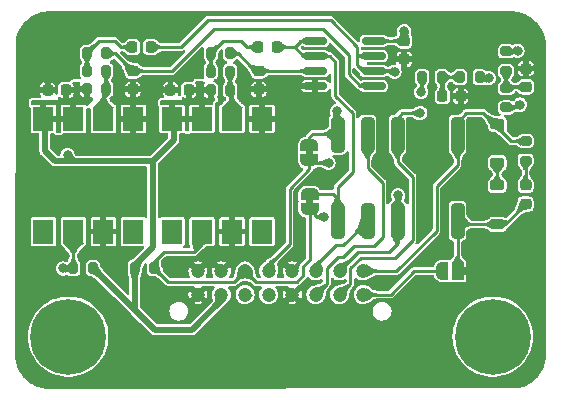
<source format=gbr>
%TF.GenerationSoftware,KiCad,Pcbnew,7.0.7*%
%TF.CreationDate,2023-12-05T14:15:23+03:00*%
%TF.ProjectId,InterceptRelay,496e7465-7263-4657-9074-52656c61792e,rev?*%
%TF.SameCoordinates,Original*%
%TF.FileFunction,Copper,L1,Top*%
%TF.FilePolarity,Positive*%
%FSLAX46Y46*%
G04 Gerber Fmt 4.6, Leading zero omitted, Abs format (unit mm)*
G04 Created by KiCad (PCBNEW 7.0.7) date 2023-12-05 14:15:23*
%MOMM*%
%LPD*%
G01*
G04 APERTURE LIST*
G04 Aperture macros list*
%AMRoundRect*
0 Rectangle with rounded corners*
0 $1 Rounding radius*
0 $2 $3 $4 $5 $6 $7 $8 $9 X,Y pos of 4 corners*
0 Add a 4 corners polygon primitive as box body*
4,1,4,$2,$3,$4,$5,$6,$7,$8,$9,$2,$3,0*
0 Add four circle primitives for the rounded corners*
1,1,$1+$1,$2,$3*
1,1,$1+$1,$4,$5*
1,1,$1+$1,$6,$7*
1,1,$1+$1,$8,$9*
0 Add four rect primitives between the rounded corners*
20,1,$1+$1,$2,$3,$4,$5,0*
20,1,$1+$1,$4,$5,$6,$7,0*
20,1,$1+$1,$6,$7,$8,$9,0*
20,1,$1+$1,$8,$9,$2,$3,0*%
%AMFreePoly0*
4,1,19,0.500000,-0.750000,0.000000,-0.750000,0.000000,-0.744911,-0.071157,-0.744911,-0.207708,-0.704816,-0.327430,-0.627875,-0.420627,-0.520320,-0.479746,-0.390866,-0.500000,-0.250000,-0.500000,0.250000,-0.479746,0.390866,-0.420627,0.520320,-0.327430,0.627875,-0.207708,0.704816,-0.071157,0.744911,0.000000,0.744911,0.000000,0.750000,0.500000,0.750000,0.500000,-0.750000,0.500000,-0.750000,
$1*%
%AMFreePoly1*
4,1,19,0.000000,0.744911,0.071157,0.744911,0.207708,0.704816,0.327430,0.627875,0.420627,0.520320,0.479746,0.390866,0.500000,0.250000,0.500000,-0.250000,0.479746,-0.390866,0.420627,-0.520320,0.327430,-0.627875,0.207708,-0.704816,0.071157,-0.744911,0.000000,-0.744911,0.000000,-0.750000,-0.500000,-0.750000,-0.500000,0.750000,0.000000,0.750000,0.000000,0.744911,0.000000,0.744911,
$1*%
%AMFreePoly2*
4,1,19,0.550000,-0.750000,0.000000,-0.750000,0.000000,-0.744911,-0.071157,-0.744911,-0.207708,-0.704816,-0.327430,-0.627875,-0.420627,-0.520320,-0.479746,-0.390866,-0.500000,-0.250000,-0.500000,0.250000,-0.479746,0.390866,-0.420627,0.520320,-0.327430,0.627875,-0.207708,0.704816,-0.071157,0.744911,0.000000,0.744911,0.000000,0.750000,0.550000,0.750000,0.550000,-0.750000,0.550000,-0.750000,
$1*%
%AMFreePoly3*
4,1,19,0.000000,0.744911,0.071157,0.744911,0.207708,0.704816,0.327430,0.627875,0.420627,0.520320,0.479746,0.390866,0.500000,0.250000,0.500000,-0.250000,0.479746,-0.390866,0.420627,-0.520320,0.327430,-0.627875,0.207708,-0.704816,0.071157,-0.744911,0.000000,-0.744911,0.000000,-0.750000,-0.550000,-0.750000,-0.550000,0.750000,0.000000,0.750000,0.000000,0.744911,0.000000,0.744911,
$1*%
G04 Aperture macros list end*
%TA.AperFunction,ComponentPad*%
%ADD10C,1.200000*%
%TD*%
%TA.AperFunction,SMDPad,CuDef*%
%ADD11RoundRect,0.200000X0.200000X0.275000X-0.200000X0.275000X-0.200000X-0.275000X0.200000X-0.275000X0*%
%TD*%
%TA.AperFunction,SMDPad,CuDef*%
%ADD12RoundRect,0.200000X0.275000X-0.200000X0.275000X0.200000X-0.275000X0.200000X-0.275000X-0.200000X0*%
%TD*%
%TA.AperFunction,SMDPad,CuDef*%
%ADD13RoundRect,0.225000X-0.375000X0.225000X-0.375000X-0.225000X0.375000X-0.225000X0.375000X0.225000X0*%
%TD*%
%TA.AperFunction,SMDPad,CuDef*%
%ADD14RoundRect,0.225000X0.225000X0.250000X-0.225000X0.250000X-0.225000X-0.250000X0.225000X-0.250000X0*%
%TD*%
%TA.AperFunction,SMDPad,CuDef*%
%ADD15RoundRect,0.225000X-0.250000X0.225000X-0.250000X-0.225000X0.250000X-0.225000X0.250000X0.225000X0*%
%TD*%
%TA.AperFunction,ComponentPad*%
%ADD16C,0.800000*%
%TD*%
%TA.AperFunction,ComponentPad*%
%ADD17C,6.400000*%
%TD*%
%TA.AperFunction,SMDPad,CuDef*%
%ADD18RoundRect,0.225000X-0.225000X-0.250000X0.225000X-0.250000X0.225000X0.250000X-0.225000X0.250000X0*%
%TD*%
%TA.AperFunction,SMDPad,CuDef*%
%ADD19FreePoly0,270.000000*%
%TD*%
%TA.AperFunction,SMDPad,CuDef*%
%ADD20FreePoly1,270.000000*%
%TD*%
%TA.AperFunction,SMDPad,CuDef*%
%ADD21R,1.780000X2.000000*%
%TD*%
%TA.AperFunction,SMDPad,CuDef*%
%ADD22FreePoly2,180.000000*%
%TD*%
%TA.AperFunction,SMDPad,CuDef*%
%ADD23R,1.000000X1.500000*%
%TD*%
%TA.AperFunction,SMDPad,CuDef*%
%ADD24FreePoly3,180.000000*%
%TD*%
%TA.AperFunction,SMDPad,CuDef*%
%ADD25RoundRect,0.150000X-0.825000X-0.150000X0.825000X-0.150000X0.825000X0.150000X-0.825000X0.150000X0*%
%TD*%
%TA.AperFunction,SMDPad,CuDef*%
%ADD26RoundRect,0.218750X0.256250X-0.218750X0.256250X0.218750X-0.256250X0.218750X-0.256250X-0.218750X0*%
%TD*%
%TA.AperFunction,SMDPad,CuDef*%
%ADD27RoundRect,0.225000X0.375000X-0.225000X0.375000X0.225000X-0.375000X0.225000X-0.375000X-0.225000X0*%
%TD*%
%TA.AperFunction,SMDPad,CuDef*%
%ADD28RoundRect,0.225000X0.250000X-0.225000X0.250000X0.225000X-0.250000X0.225000X-0.250000X-0.225000X0*%
%TD*%
%TA.AperFunction,SMDPad,CuDef*%
%ADD29RoundRect,0.200000X-0.200000X-0.275000X0.200000X-0.275000X0.200000X0.275000X-0.200000X0.275000X0*%
%TD*%
%TA.AperFunction,SMDPad,CuDef*%
%ADD30RoundRect,0.249750X0.305250X1.250250X-0.305250X1.250250X-0.305250X-1.250250X0.305250X-1.250250X0*%
%TD*%
%TA.AperFunction,ViaPad*%
%ADD31C,0.800000*%
%TD*%
%TA.AperFunction,Conductor*%
%ADD32C,0.250000*%
%TD*%
%TA.AperFunction,Conductor*%
%ADD33C,1.000000*%
%TD*%
%TA.AperFunction,Conductor*%
%ADD34C,0.500000*%
%TD*%
G04 APERTURE END LIST*
%TA.AperFunction,EtchedComponent*%
%TO.C,JP3*%
G36*
X104610000Y-66361198D02*
G01*
X104010000Y-66361198D01*
X104010000Y-65861198D01*
X104610000Y-65861198D01*
X104610000Y-66361198D01*
G37*
%TD.AperFunction*%
%TA.AperFunction,EtchedComponent*%
%TO.C,JP1*%
G36*
X117749600Y-72291200D02*
G01*
X117249600Y-72291200D01*
X117249600Y-71691200D01*
X117749600Y-71691200D01*
X117749600Y-72291200D01*
G37*
%TD.AperFunction*%
%TA.AperFunction,EtchedComponent*%
%TO.C,JP2*%
G36*
X104585000Y-62236198D02*
G01*
X103985000Y-62236198D01*
X103985000Y-61736198D01*
X104585000Y-61736198D01*
X104585000Y-62236198D01*
G37*
%TD.AperFunction*%
%TD*%
D10*
%TO.P,J2,1,Pin_1*%
%TO.N,GND*%
X94849600Y-71991200D03*
%TO.P,J2,2,Pin_2*%
X94849600Y-73991200D03*
%TO.P,J2,3,Pin_3*%
X96849600Y-71991200D03*
%TO.P,J2,4,Pin_4*%
%TO.N,+5V*%
X96849600Y-73991200D03*
%TO.P,J2,5,Pin_5*%
%TO.N,CANL_int*%
X98849600Y-71991200D03*
%TO.P,J2,6,Pin_6*%
%TO.N,AI_1*%
X98849600Y-73991200D03*
%TO.P,J2,7,Pin_7*%
%TO.N,CANH_int*%
X100849600Y-71991200D03*
%TO.P,J2,8,Pin_8*%
%TO.N,AI_2*%
X100849600Y-73991200D03*
%TO.P,J2,9,Pin_9*%
%TO.N,GND*%
X102849600Y-71991200D03*
%TO.P,J2,10,Pin_10*%
X102849600Y-73991200D03*
%TO.P,J2,11,Pin_11*%
%TO.N,CANL_out*%
X104849600Y-71991200D03*
%TO.P,J2,12,Pin_12*%
%TO.N,CANH_out*%
X104849600Y-73991200D03*
%TO.P,J2,13,Pin_13*%
%TO.N,AI_1*%
X106849600Y-71991200D03*
%TO.P,J2,14,Pin_14*%
%TO.N,AI_2*%
X106849600Y-73991200D03*
%TO.P,J2,15,Pin_15*%
%TO.N,Relay_Highside*%
X108849600Y-71991200D03*
%TO.P,J2,16,Pin_16*%
%TO.N,Relay_Lowside*%
X108849600Y-73991200D03*
%TD*%
D11*
%TO.P,R8,1*%
%TO.N,Net-(U3-VO)*%
X87107000Y-55072198D03*
%TO.P,R8,2*%
%TO.N,Net-(C6-Pad2)*%
X85457000Y-55072198D03*
%TD*%
%TO.P,R10,1*%
%TO.N,CANL_int*%
X91147400Y-71729600D03*
%TO.P,R10,2*%
%TO.N,+5V*%
X89497400Y-71729600D03*
%TD*%
%TO.P,R5,1*%
%TO.N,Net-(C2-Pad1)*%
X115510000Y-55586198D03*
%TO.P,R5,2*%
%TO.N,CANH_int*%
X113860000Y-55586198D03*
%TD*%
%TO.P,R4,1*%
%TO.N,CANL_int*%
X118710000Y-55586198D03*
%TO.P,R4,2*%
%TO.N,Net-(C2-Pad1)*%
X117060000Y-55586198D03*
%TD*%
D12*
%TO.P,R3,1*%
%TO.N,Net-(C1-Pad1)*%
X120956200Y-55051000D03*
%TO.P,R3,2*%
%TO.N,AI_2*%
X120956200Y-53401000D03*
%TD*%
D13*
%TO.P,D2,1,K*%
%TO.N,Net-(D1-K)*%
X120197500Y-64748698D03*
%TO.P,D2,2,A*%
%TO.N,Net-(D2-A)*%
X120197500Y-68048698D03*
%TD*%
D11*
%TO.P,R6,1*%
%TO.N,Net-(U1-VO)*%
X97584000Y-55104698D03*
%TO.P,R6,2*%
%TO.N,Net-(C4-Pad2)*%
X95934000Y-55104698D03*
%TD*%
D14*
%TO.P,C4,1*%
%TO.N,AO_int_1*%
X101535000Y-53040198D03*
%TO.P,C4,2*%
%TO.N,Net-(C4-Pad2)*%
X99985000Y-53040198D03*
%TD*%
D15*
%TO.P,C5,1*%
%TO.N,Net-(U4A-+)*%
X99998000Y-55059198D03*
%TO.P,C5,2*%
%TO.N,GND*%
X99998000Y-56609198D03*
%TD*%
D16*
%TO.P,REF\u002A\u002A,1*%
%TO.N,N/C*%
X117417600Y-77559200D03*
X118120544Y-75862144D03*
X118120544Y-79256256D03*
X119817600Y-75159200D03*
D17*
X119817600Y-77559200D03*
D16*
X119817600Y-79959200D03*
X121514656Y-75862144D03*
X121514656Y-79256256D03*
X122217600Y-77559200D03*
%TD*%
D15*
%TO.P,C3,1*%
%TO.N,+5V*%
X112335000Y-52511198D03*
%TO.P,C3,2*%
%TO.N,GND*%
X112335000Y-54061198D03*
%TD*%
D18*
%TO.P,C2,1*%
%TO.N,Net-(C2-Pad1)*%
X115560000Y-57186198D03*
%TO.P,C2,2*%
%TO.N,GND*%
X117110000Y-57186198D03*
%TD*%
D14*
%TO.P,C8,1*%
%TO.N,+5V*%
X83679000Y-56661198D03*
%TO.P,C8,2*%
%TO.N,GND*%
X82129000Y-56661198D03*
%TD*%
D19*
%TO.P,JP3,1,A*%
%TO.N,AO_int_1*%
X104310000Y-65461198D03*
D20*
%TO.P,JP3,2,B*%
%TO.N,CANL_int*%
X104310000Y-66761198D03*
%TD*%
D12*
%TO.P,R1,1*%
%TO.N,Net-(D3-A)*%
X122597500Y-62648698D03*
%TO.P,R1,2*%
%TO.N,Relay_Highside*%
X122597500Y-60998698D03*
%TD*%
D14*
%TO.P,C9,1*%
%TO.N,+5V*%
X94085000Y-56661198D03*
%TO.P,C9,2*%
%TO.N,GND*%
X92535000Y-56661198D03*
%TD*%
D21*
%TO.P,U3,1,NC*%
%TO.N,unconnected-(U3-NC-Pad1)*%
X81775000Y-68651198D03*
%TO.P,U3,2,A*%
%TO.N,CANH_int*%
X84315000Y-68651198D03*
%TO.P,U3,3,C*%
%TO.N,GND*%
X86855000Y-68651198D03*
%TO.P,U3,4*%
%TO.N,N/C*%
X89395000Y-68651198D03*
%TO.P,U3,5,GND*%
%TO.N,GND*%
X89395000Y-59121198D03*
%TO.P,U3,6,VO*%
%TO.N,Net-(U3-VO)*%
X86855000Y-59121198D03*
%TO.P,U3,7,EN*%
%TO.N,+5V*%
X84315000Y-59121198D03*
%TO.P,U3,8,VCC*%
X81775000Y-59121198D03*
%TD*%
D22*
%TO.P,JP1,1,A*%
%TO.N,GND*%
X118149600Y-71991200D03*
D23*
%TO.P,JP1,2,C*%
%TO.N,Net-(D2-A)*%
X116849600Y-71991200D03*
D24*
%TO.P,JP1,3,B*%
%TO.N,Relay_Lowside*%
X115549600Y-71991200D03*
%TD*%
D19*
%TO.P,JP2,1,A*%
%TO.N,AO_int_2*%
X104285000Y-61336198D03*
D20*
%TO.P,JP2,2,B*%
%TO.N,CANH_int*%
X104285000Y-62636198D03*
%TD*%
D11*
%TO.P,R11,1*%
%TO.N,Net-(U1-VO)*%
X97584000Y-56661198D03*
%TO.P,R11,2*%
%TO.N,+5V*%
X95934000Y-56661198D03*
%TD*%
D25*
%TO.P,U4,1*%
%TO.N,AO_int_1*%
X104785000Y-52506198D03*
%TO.P,U4,2,-*%
X104785000Y-53776198D03*
%TO.P,U4,3,+*%
%TO.N,Net-(U4A-+)*%
X104785000Y-55046198D03*
%TO.P,U4,4,V-*%
%TO.N,GND*%
X104785000Y-56316198D03*
%TO.P,U4,5,+*%
%TO.N,Net-(U4B-+)*%
X109735000Y-56316198D03*
%TO.P,U4,6,-*%
%TO.N,AO_int_2*%
X109735000Y-55046198D03*
%TO.P,U4,7*%
X109735000Y-53776198D03*
%TO.P,U4,8,V+*%
%TO.N,+5V*%
X109735000Y-52506198D03*
%TD*%
D26*
%TO.P,D3,1,K*%
%TO.N,Net-(D2-A)*%
X122597500Y-66323698D03*
%TO.P,D3,2,A*%
%TO.N,Net-(D3-A)*%
X122597500Y-64748698D03*
%TD*%
D27*
%TO.P,D1,1,K*%
%TO.N,Net-(D1-K)*%
X120197500Y-62848698D03*
%TO.P,D1,2,A*%
%TO.N,Relay_Highside*%
X120197500Y-59548698D03*
%TD*%
D28*
%TO.P,C1,1*%
%TO.N,Net-(C1-Pad1)*%
X122631200Y-56401000D03*
%TO.P,C1,2*%
%TO.N,GND*%
X122631200Y-54851000D03*
%TD*%
D29*
%TO.P,R12,1*%
%TO.N,CANH_int*%
X84315800Y-71729600D03*
%TO.P,R12,2*%
%TO.N,+5V*%
X85965800Y-71729600D03*
%TD*%
%TO.P,R9,1*%
%TO.N,Net-(C6-Pad2)*%
X85457000Y-53548198D03*
%TO.P,R9,2*%
%TO.N,Net-(U4B-+)*%
X87107000Y-53548198D03*
%TD*%
D30*
%TO.P,K1,1*%
%TO.N,Relay_Highside*%
X116840000Y-60446198D03*
%TO.P,K1,3*%
%TO.N,AI_2*%
X111760000Y-60446198D03*
%TO.P,K1,4*%
%TO.N,CANH_out*%
X109220000Y-60446198D03*
%TO.P,K1,5*%
%TO.N,AO_int_2*%
X106680000Y-60446198D03*
%TO.P,K1,8*%
%TO.N,AO_int_1*%
X106680000Y-67736198D03*
%TO.P,K1,9*%
%TO.N,CANL_out*%
X109220000Y-67736198D03*
%TO.P,K1,10*%
%TO.N,AI_1*%
X111760000Y-67736198D03*
%TO.P,K1,12*%
%TO.N,Net-(D2-A)*%
X116840000Y-67736198D03*
%TD*%
D21*
%TO.P,U1,1,NC*%
%TO.N,unconnected-(U1-NC-Pad1)*%
X92675000Y-68651198D03*
%TO.P,U1,2,A*%
%TO.N,CANL_int*%
X95215000Y-68651198D03*
%TO.P,U1,3,C*%
%TO.N,GND*%
X97755000Y-68651198D03*
%TO.P,U1,4*%
%TO.N,N/C*%
X100295000Y-68651198D03*
%TO.P,U1,5,GND*%
%TO.N,GND*%
X100295000Y-59121198D03*
%TO.P,U1,6,VO*%
%TO.N,Net-(U1-VO)*%
X97755000Y-59121198D03*
%TO.P,U1,7,EN*%
%TO.N,+5V*%
X95215000Y-59121198D03*
%TO.P,U1,8,VCC*%
X92675000Y-59121198D03*
%TD*%
D14*
%TO.P,C6,1*%
%TO.N,AO_int_2*%
X90867000Y-53040198D03*
%TO.P,C6,2*%
%TO.N,Net-(C6-Pad2)*%
X89317000Y-53040198D03*
%TD*%
D16*
%TO.P,REF\u002A\u002A,1*%
%TO.N,N/C*%
X81481600Y-77559200D03*
X82184544Y-75862144D03*
X82184544Y-79256256D03*
X83881600Y-75159200D03*
D17*
X83881600Y-77559200D03*
D16*
X83881600Y-79959200D03*
X85578656Y-75862144D03*
X85578656Y-79256256D03*
X86281600Y-77559200D03*
%TD*%
D12*
%TO.P,R2,1*%
%TO.N,AI_1*%
X120956200Y-58151000D03*
%TO.P,R2,2*%
%TO.N,Net-(C1-Pad1)*%
X120956200Y-56501000D03*
%TD*%
D29*
%TO.P,R7,1*%
%TO.N,Net-(C4-Pad2)*%
X95934000Y-53548198D03*
%TO.P,R7,2*%
%TO.N,Net-(U4A-+)*%
X97584000Y-53548198D03*
%TD*%
D11*
%TO.P,R13,1*%
%TO.N,Net-(U3-VO)*%
X87107000Y-56596198D03*
%TO.P,R13,2*%
%TO.N,+5V*%
X85457000Y-56596198D03*
%TD*%
D15*
%TO.P,C7,1*%
%TO.N,Net-(U4B-+)*%
X89330000Y-55059198D03*
%TO.P,C7,2*%
%TO.N,GND*%
X89330000Y-56609198D03*
%TD*%
D31*
%TO.N,+5V*%
X83820000Y-62179200D03*
X112318800Y-51663600D03*
%TO.N,GND*%
X86855000Y-66802000D03*
X97790000Y-67056000D03*
X81889600Y-55626000D03*
X113436400Y-54051200D03*
X89408000Y-61010800D03*
X90373200Y-57048400D03*
X103174800Y-56388000D03*
X118160800Y-57200800D03*
X119349600Y-71991200D03*
X91541600Y-56134000D03*
X123545200Y-54808198D03*
X101092000Y-56692800D03*
X100279200Y-60960000D03*
%TO.N,AO_int_2*%
X111506000Y-55118000D03*
X106629200Y-58470800D03*
%TO.N,CANL_int*%
X119481600Y-55676800D03*
X105525500Y-67411600D03*
%TO.N,CANH_int*%
X105918000Y-62839600D03*
X113741200Y-56845200D03*
X83464400Y-71780400D03*
%TO.N,AI_1*%
X122122800Y-57906998D03*
X111810800Y-65582800D03*
%TO.N,AI_2*%
X113690400Y-58623200D03*
X121919600Y-53334998D03*
%TD*%
D32*
%TO.N,GND*%
X119349600Y-71991200D02*
X118149600Y-71991200D01*
%TO.N,Relay_Lowside*%
X111174800Y-73991200D02*
X108849600Y-73991200D01*
X113174800Y-71991200D02*
X111174800Y-73991200D01*
%TO.N,Net-(D2-A)*%
X116849600Y-71991200D02*
X116849600Y-68466598D01*
%TO.N,Relay_Lowside*%
X115549600Y-71991200D02*
X113174800Y-71991200D01*
%TO.N,Net-(D2-A)*%
X116849600Y-68466598D02*
X117210000Y-68106198D01*
%TO.N,+5V*%
X109740000Y-52511198D02*
X109735000Y-52506198D01*
D33*
X92811600Y-59257798D02*
X92675000Y-59121198D01*
D34*
X89497400Y-71729600D02*
X89497400Y-71487800D01*
X81889600Y-61823600D02*
X81889600Y-59235798D01*
X96849600Y-73991200D02*
X96849600Y-74491200D01*
X91033600Y-62687200D02*
X84378800Y-62687200D01*
X82753200Y-62687200D02*
X81889600Y-61823600D01*
X89497400Y-75261200D02*
X89497400Y-71729600D01*
X91198200Y-76962000D02*
X88118700Y-73882500D01*
X92811600Y-60909200D02*
X92811600Y-59257798D01*
X84328000Y-62687200D02*
X84378800Y-62687200D01*
X94378800Y-76962000D02*
X91198200Y-76962000D01*
X96849600Y-74491200D02*
X94378800Y-76962000D01*
X88104800Y-73896400D02*
X85965800Y-71757400D01*
X91033600Y-62687200D02*
X92811600Y-60909200D01*
X85965800Y-71757400D02*
X85965800Y-71729600D01*
X112318800Y-52494998D02*
X112335000Y-52511198D01*
D32*
X95215000Y-59121198D02*
X92675000Y-59121198D01*
X112335000Y-52511198D02*
X109740000Y-52511198D01*
X84315000Y-59121198D02*
X81775000Y-59121198D01*
D34*
X84378800Y-62687200D02*
X82753200Y-62687200D01*
X83820000Y-62179200D02*
X84328000Y-62687200D01*
X88118700Y-73882500D02*
X88104800Y-73896400D01*
X90288500Y-76052300D02*
X89497400Y-75261200D01*
D33*
X81889600Y-59235798D02*
X81775000Y-59121198D01*
D34*
X89497400Y-71487800D02*
X91033600Y-69951600D01*
X112318800Y-51663600D02*
X112318800Y-52494998D01*
X91033600Y-69951600D02*
X91033600Y-62687200D01*
D32*
%TO.N,GND*%
X113426402Y-54061198D02*
X113436400Y-54051200D01*
X89408000Y-61010800D02*
X89395000Y-60997800D01*
X103246602Y-56316198D02*
X103174800Y-56388000D01*
X92068798Y-56661198D02*
X91541600Y-56134000D01*
X89933998Y-56609198D02*
X90373200Y-57048400D01*
X117110000Y-57186198D02*
X118146198Y-57186198D01*
X89330000Y-56609198D02*
X89933998Y-56609198D01*
X112335000Y-54061198D02*
X113426402Y-54061198D01*
X100295000Y-60944200D02*
X100295000Y-59121198D01*
X123502398Y-54851000D02*
X123545200Y-54808198D01*
X122631200Y-54851000D02*
X123502398Y-54851000D01*
X97755000Y-68651198D02*
X97755000Y-67091000D01*
X82129000Y-55865400D02*
X82129000Y-56661198D01*
X104785000Y-56316198D02*
X103246602Y-56316198D01*
X101008398Y-56609198D02*
X101092000Y-56692800D01*
X89395000Y-60997800D02*
X89395000Y-59121198D01*
X118146198Y-57186198D02*
X118160800Y-57200800D01*
X92535000Y-56661198D02*
X92068798Y-56661198D01*
X81889600Y-55626000D02*
X82129000Y-55865400D01*
X97755000Y-67091000D02*
X97790000Y-67056000D01*
X100279200Y-60960000D02*
X100295000Y-60944200D01*
X86855000Y-66802000D02*
X86855000Y-68651198D01*
X99998000Y-56609198D02*
X101008398Y-56609198D01*
%TO.N,Net-(D1-K)*%
X120197500Y-64748698D02*
X120197500Y-62848698D01*
%TO.N,Net-(D2-A)*%
X120197500Y-68048698D02*
X117152500Y-68048698D01*
X120197500Y-68048698D02*
X120872500Y-68048698D01*
X120872500Y-68048698D02*
X122597500Y-66323698D01*
%TO.N,AO_int_1*%
X106680000Y-65856198D02*
X106680000Y-67736198D01*
X106000000Y-53776198D02*
X106485000Y-54261198D01*
X107950000Y-58623200D02*
X107950000Y-63652400D01*
X106285000Y-65461198D02*
X106680000Y-65856198D01*
X101535000Y-53040198D02*
X103046000Y-53040198D01*
X103782000Y-53776198D02*
X103046000Y-53040198D01*
X106485000Y-54261198D02*
X106485000Y-57158200D01*
X104310000Y-65461198D02*
X106285000Y-65461198D01*
X104785000Y-53776198D02*
X103782000Y-53776198D01*
X103046000Y-53040198D02*
X103580000Y-52506198D01*
X107950000Y-63652400D02*
X106680000Y-64922400D01*
X103580000Y-52506198D02*
X104785000Y-52506198D01*
X106485000Y-57158200D02*
X107950000Y-58623200D01*
X104785000Y-53776198D02*
X106000000Y-53776198D01*
X106680000Y-64922400D02*
X106680000Y-67736198D01*
%TO.N,AO_int_2*%
X93394000Y-53040198D02*
X95680000Y-50754198D01*
X109735000Y-55046198D02*
X108862000Y-55046198D01*
X108361396Y-54545594D02*
X108361396Y-53776198D01*
X111434198Y-55046198D02*
X111506000Y-55118000D01*
X108862000Y-55046198D02*
X108361396Y-54545594D01*
X104285000Y-61336198D02*
X104285000Y-60661198D01*
X106629200Y-60395398D02*
X106680000Y-60446198D01*
X109735000Y-55046198D02*
X111434198Y-55046198D01*
X104585000Y-60361198D02*
X106595000Y-60361198D01*
X106094000Y-50754198D02*
X108361396Y-53021594D01*
X95680000Y-50754198D02*
X106094000Y-50754198D01*
X90867000Y-53040198D02*
X93394000Y-53040198D01*
X106595000Y-60361198D02*
X106680000Y-60446198D01*
X108361396Y-53021594D02*
X108361396Y-53776198D01*
X104285000Y-60661198D02*
X104585000Y-60361198D01*
X108361396Y-53776198D02*
X109735000Y-53776198D01*
X106629200Y-58470800D02*
X106629200Y-60395398D01*
%TO.N,CANL_int*%
X105525500Y-67411600D02*
X104960402Y-67411600D01*
X97924600Y-72916200D02*
X92334000Y-72916200D01*
X95215000Y-69681800D02*
X95215000Y-68651198D01*
X104310000Y-66761198D02*
X104310000Y-69951600D01*
X92334000Y-72916200D02*
X91147400Y-71729600D01*
X91147400Y-71260200D02*
X91998800Y-70408800D01*
X94488000Y-70408800D02*
X95215000Y-69681800D01*
X91998800Y-70408800D02*
X94488000Y-70408800D01*
X119390998Y-55586198D02*
X119481600Y-55676800D01*
X103232748Y-72916200D02*
X99774600Y-72916200D01*
X91147400Y-71729600D02*
X91147400Y-71260200D01*
X103774600Y-72374348D02*
X103232748Y-72916200D01*
X104285000Y-66786198D02*
X104310000Y-66761198D01*
X98849600Y-71991200D02*
X97924600Y-72916200D01*
X104349600Y-71033052D02*
X103774600Y-71608052D01*
X118710000Y-55586198D02*
X119390998Y-55586198D01*
X104210000Y-66861198D02*
X104310000Y-66761198D01*
X103774600Y-71608052D02*
X103774600Y-72374348D01*
X99774600Y-72916200D02*
X98849600Y-71991200D01*
X104310000Y-69951600D02*
X104349600Y-69991200D01*
X104960402Y-67411600D02*
X104310000Y-66761198D01*
X104349600Y-69991200D02*
X104349600Y-71033052D01*
%TO.N,CANH_int*%
X102616000Y-65024000D02*
X102616000Y-69723000D01*
X104488402Y-62839600D02*
X104285000Y-62636198D01*
X113860000Y-55586198D02*
X113860000Y-56726400D01*
X100849600Y-71489400D02*
X100849600Y-71991200D01*
X83464400Y-71780400D02*
X83515200Y-71729600D01*
X102616000Y-69723000D02*
X100849600Y-71489400D01*
X83515200Y-71729600D02*
X84315800Y-71729600D01*
X104285000Y-62636198D02*
X104285000Y-63355000D01*
X113860000Y-56726400D02*
X113741200Y-56845200D01*
X84315000Y-71728800D02*
X84315000Y-68651198D01*
X84315800Y-71729600D02*
X84315000Y-71728800D01*
X105918000Y-62839600D02*
X104488402Y-62839600D01*
X104285000Y-63355000D02*
X102616000Y-65024000D01*
%TO.N,Relay_Highside*%
X115062000Y-68580000D02*
X111650800Y-71991200D01*
X117585000Y-58611198D02*
X116840000Y-59356198D01*
X116840000Y-59356198D02*
X116840000Y-60446198D01*
X122597500Y-60998698D02*
X121397500Y-60998698D01*
X120197500Y-59798698D02*
X119010000Y-58611198D01*
X116840000Y-62992000D02*
X115062000Y-64770000D01*
X119010000Y-58611198D02*
X117585000Y-58611198D01*
X116840000Y-60446198D02*
X116840000Y-62992000D01*
X121397500Y-60998698D02*
X120197500Y-59798698D01*
X111650800Y-71991200D02*
X108849600Y-71991200D01*
X115062000Y-64770000D02*
X115062000Y-68580000D01*
%TO.N,AI_1*%
X120956200Y-58151000D02*
X121878798Y-58151000D01*
X106849600Y-71891200D02*
X108382800Y-70358000D01*
X106849600Y-71991200D02*
X106849600Y-71891200D01*
X121878798Y-58151000D02*
X122122800Y-57906998D01*
X111760000Y-69596000D02*
X111760000Y-67736198D01*
X98849600Y-73991200D02*
X99349600Y-73991200D01*
X111810800Y-67685398D02*
X111760000Y-67736198D01*
X110998000Y-70358000D02*
X111760000Y-69596000D01*
X108382800Y-70358000D02*
X110998000Y-70358000D01*
X111810800Y-65582800D02*
X111810800Y-67685398D01*
%TO.N,AI_2*%
X113030000Y-64008000D02*
X113030000Y-69342000D01*
X120956200Y-53401000D02*
X121853598Y-53401000D01*
X121853598Y-53401000D02*
X121919600Y-53334998D01*
X107774600Y-71758052D02*
X107774600Y-73066200D01*
X111760000Y-62738000D02*
X113030000Y-64008000D01*
X113030000Y-69342000D02*
X111506000Y-70866000D01*
X107774600Y-73066200D02*
X106849600Y-73991200D01*
X111760000Y-60446198D02*
X111760000Y-62738000D01*
X112166400Y-58623200D02*
X111760000Y-59029600D01*
X111760000Y-59029600D02*
X111760000Y-60446198D01*
X108666652Y-70866000D02*
X107774600Y-71758052D01*
X111506000Y-70866000D02*
X108666652Y-70866000D01*
X113690400Y-58623200D02*
X112166400Y-58623200D01*
%TO.N,Net-(C1-Pad1)*%
X121056200Y-56401000D02*
X120956200Y-56501000D01*
X122631200Y-56401000D02*
X121056200Y-56401000D01*
X120956200Y-56501000D02*
X120956200Y-55051000D01*
%TO.N,Net-(C2-Pad1)*%
X115510000Y-55586198D02*
X117060000Y-55586198D01*
X115560000Y-55636198D02*
X115510000Y-55586198D01*
X115560000Y-57186198D02*
X115560000Y-55636198D01*
%TO.N,Net-(C4-Pad2)*%
X98982000Y-53040198D02*
X99985000Y-53040198D01*
X98474000Y-52532198D02*
X98982000Y-53040198D01*
X95934000Y-55104698D02*
X95934000Y-53548198D01*
X96950000Y-52532198D02*
X98474000Y-52532198D01*
X95934000Y-53548198D02*
X96950000Y-52532198D01*
%TO.N,Net-(C6-Pad2)*%
X88314000Y-53040198D02*
X89317000Y-53040198D01*
X86473000Y-52532198D02*
X87806000Y-52532198D01*
X87806000Y-52532198D02*
X88314000Y-53040198D01*
X85457000Y-55072198D02*
X85457000Y-53548198D01*
X85457000Y-53548198D02*
X86473000Y-52532198D01*
%TO.N,Net-(D3-A)*%
X122597500Y-64748698D02*
X122597500Y-62648698D01*
%TO.N,CANL_out*%
X109220000Y-68299000D02*
X109220000Y-67736198D01*
X104849600Y-71491200D02*
X106549600Y-69791200D01*
X106549600Y-69791200D02*
X107164998Y-69791200D01*
X107164998Y-69791200D02*
X109220000Y-67736198D01*
X104849600Y-71991200D02*
X104849600Y-71491200D01*
%TO.N,CANH_out*%
X109220000Y-63246000D02*
X110490000Y-64516000D01*
X109220000Y-59626198D02*
X109220000Y-60446198D01*
X109220000Y-60446198D02*
X109220000Y-63246000D01*
X105774600Y-73066200D02*
X104849600Y-73991200D01*
X107149600Y-70791200D02*
X106741452Y-70791200D01*
X105774600Y-71758052D02*
X105774600Y-73066200D01*
X110490000Y-69088259D02*
X109728259Y-69850000D01*
X110490000Y-64516000D02*
X110490000Y-69088259D01*
X108090800Y-69850000D02*
X107149600Y-70791200D01*
X109728259Y-69850000D02*
X108090800Y-69850000D01*
X106741452Y-70791200D02*
X105774600Y-71758052D01*
%TO.N,Net-(U1-VO)*%
X97755000Y-59121198D02*
X97755000Y-56832198D01*
X97755000Y-56832198D02*
X97584000Y-56661198D01*
X97584000Y-56661198D02*
X97584000Y-55072198D01*
%TO.N,Net-(U3-VO)*%
X87107000Y-56596198D02*
X87107000Y-55072198D01*
X86855000Y-59121198D02*
X86855000Y-56848198D01*
X86855000Y-56848198D02*
X87107000Y-56596198D01*
X86760000Y-59026198D02*
X86855000Y-59121198D01*
%TO.N,Net-(U4A-+)*%
X104772000Y-55059198D02*
X104785000Y-55046198D01*
X99731000Y-55059198D02*
X99998000Y-55059198D01*
X99998000Y-55059198D02*
X104772000Y-55059198D01*
X98220000Y-53548198D02*
X99731000Y-55059198D01*
X97584000Y-53548198D02*
X98220000Y-53548198D01*
%TO.N,Net-(U4B-+)*%
X87819000Y-53548198D02*
X89330000Y-55059198D01*
X107618000Y-55326198D02*
X108608000Y-56316198D01*
X92645000Y-55059198D02*
X96188000Y-51516198D01*
X89330000Y-55059198D02*
X92645000Y-55059198D01*
X108608000Y-56316198D02*
X109735000Y-56316198D01*
X105441751Y-51516198D02*
X107618000Y-53692447D01*
X107618000Y-53692447D02*
X107618000Y-55326198D01*
X87107000Y-53548198D02*
X87819000Y-53548198D01*
X96188000Y-51516198D02*
X105441751Y-51516198D01*
%TD*%
%TA.AperFunction,Conductor*%
%TO.N,+5V*%
G36*
X84877741Y-56000507D02*
G01*
X84913705Y-56050007D01*
X84913705Y-56111193D01*
X84907759Y-56125546D01*
X84871836Y-56196046D01*
X84871835Y-56196050D01*
X84857000Y-56289713D01*
X84857000Y-56346197D01*
X84857001Y-56346198D01*
X85608000Y-56346198D01*
X85666191Y-56365105D01*
X85702155Y-56414605D01*
X85707000Y-56445198D01*
X85707000Y-57268264D01*
X85782142Y-57256364D01*
X85782146Y-57256363D01*
X85809651Y-57242348D01*
X85870083Y-57232774D01*
X85924600Y-57260550D01*
X85952380Y-57315066D01*
X85953599Y-57330556D01*
X85953600Y-57559618D01*
X85934693Y-57617808D01*
X85916445Y-57636924D01*
X85481562Y-57984830D01*
X85424311Y-58006417D01*
X85365306Y-57990231D01*
X85349713Y-57977528D01*
X85349189Y-57977004D01*
X85283036Y-57932801D01*
X85224700Y-57921198D01*
X84565001Y-57921198D01*
X84565000Y-57921199D01*
X84565000Y-59272198D01*
X84546093Y-59330389D01*
X84496593Y-59366353D01*
X84466000Y-59371198D01*
X83225001Y-59371198D01*
X83225000Y-59371199D01*
X83225000Y-60140898D01*
X83233034Y-60181286D01*
X83225842Y-60242047D01*
X83184310Y-60286977D01*
X83135936Y-60299600D01*
X82954064Y-60299600D01*
X82895873Y-60280693D01*
X82859909Y-60231193D01*
X82856966Y-60181286D01*
X82864999Y-60140898D01*
X82865000Y-60140895D01*
X82865000Y-59371199D01*
X82864999Y-59371198D01*
X81624000Y-59371198D01*
X81565809Y-59352291D01*
X81529845Y-59302791D01*
X81525000Y-59272198D01*
X81525000Y-58871196D01*
X82025000Y-58871196D01*
X82025001Y-58871198D01*
X82864999Y-58871198D01*
X82865000Y-58871196D01*
X83225000Y-58871196D01*
X83225001Y-58871198D01*
X84064999Y-58871198D01*
X84065000Y-58871197D01*
X84065000Y-57921199D01*
X84064999Y-57921198D01*
X83405299Y-57921198D01*
X83346963Y-57932801D01*
X83280810Y-57977004D01*
X83280806Y-57977008D01*
X83236603Y-58043161D01*
X83225000Y-58101497D01*
X83225000Y-58871196D01*
X82865000Y-58871196D01*
X82865000Y-58101500D01*
X82864999Y-58101497D01*
X82853396Y-58043161D01*
X82809193Y-57977008D01*
X82809189Y-57977004D01*
X82743036Y-57932801D01*
X82684700Y-57921198D01*
X82025001Y-57921198D01*
X82025000Y-57921199D01*
X82025000Y-58871196D01*
X81525000Y-58871196D01*
X81525000Y-57921198D01*
X80865297Y-57921198D01*
X80839513Y-57926327D01*
X80778752Y-57919135D01*
X80733822Y-57877602D01*
X80721200Y-57829229D01*
X80721200Y-57655400D01*
X80740107Y-57597209D01*
X80789607Y-57561245D01*
X80820200Y-57556400D01*
X83007199Y-57556400D01*
X83007200Y-57556400D01*
X83007200Y-57304446D01*
X83026107Y-57246255D01*
X83075607Y-57210291D01*
X83136793Y-57210291D01*
X83176204Y-57234442D01*
X83201078Y-57259316D01*
X83321030Y-57320435D01*
X83321029Y-57320435D01*
X83420540Y-57336196D01*
X83420551Y-57336197D01*
X83429000Y-57336196D01*
X83929000Y-57336196D01*
X83929001Y-57336197D01*
X83937453Y-57336197D01*
X84036965Y-57320437D01*
X84036969Y-57320435D01*
X84156921Y-57259316D01*
X84252118Y-57164119D01*
X84313237Y-57044167D01*
X84329000Y-56944651D01*
X84329000Y-56911199D01*
X84328999Y-56911198D01*
X83929001Y-56911198D01*
X83929000Y-56911199D01*
X83929000Y-57336196D01*
X83429000Y-57336196D01*
X83429000Y-56902683D01*
X84857001Y-56902683D01*
X84871833Y-56996339D01*
X84871836Y-56996349D01*
X84929358Y-57109241D01*
X85018955Y-57198838D01*
X85131854Y-57256363D01*
X85131857Y-57256364D01*
X85206999Y-57268264D01*
X85207000Y-57268263D01*
X85207000Y-56846199D01*
X85206999Y-56846198D01*
X84857002Y-56846198D01*
X84857001Y-56846199D01*
X84857001Y-56902683D01*
X83429000Y-56902683D01*
X83429000Y-56510198D01*
X83447907Y-56452007D01*
X83497407Y-56416043D01*
X83528000Y-56411198D01*
X84328998Y-56411198D01*
X84328999Y-56411196D01*
X84328999Y-56377744D01*
X84313239Y-56278232D01*
X84313237Y-56278228D01*
X84252118Y-56158276D01*
X84244446Y-56150604D01*
X84216669Y-56096087D01*
X84226240Y-56035655D01*
X84269505Y-55992390D01*
X84314450Y-55981600D01*
X84819550Y-55981600D01*
X84877741Y-56000507D01*
G37*
%TD.AperFunction*%
%TD*%
%TA.AperFunction,Conductor*%
%TO.N,+5V*%
G36*
X95391388Y-55950485D02*
G01*
X95437143Y-56003289D01*
X95447087Y-56072447D01*
X95418062Y-56136003D01*
X95412030Y-56142481D01*
X95406363Y-56148147D01*
X95406360Y-56148151D01*
X95348833Y-56261053D01*
X95334000Y-56354711D01*
X95334000Y-56411198D01*
X96060000Y-56411198D01*
X96127039Y-56430883D01*
X96172794Y-56483687D01*
X96184000Y-56535198D01*
X96184000Y-57333262D01*
X96202283Y-57330368D01*
X96271576Y-57339323D01*
X96325028Y-57384319D01*
X96345667Y-57451071D01*
X96326942Y-57518385D01*
X96302378Y-57546989D01*
X96113599Y-57708799D01*
X96113599Y-57708800D01*
X96115352Y-57794668D01*
X96097040Y-57862095D01*
X96045180Y-57908918D01*
X95991378Y-57921198D01*
X95465000Y-57921198D01*
X95465000Y-59247198D01*
X95445315Y-59314237D01*
X95392511Y-59359992D01*
X95341000Y-59371198D01*
X94125000Y-59371198D01*
X94125000Y-60049683D01*
X94105315Y-60116722D01*
X94052511Y-60162477D01*
X93999607Y-60173675D01*
X93887607Y-60172417D01*
X93820793Y-60151981D01*
X93775634Y-60098666D01*
X93765000Y-60048425D01*
X93765000Y-59371198D01*
X92549000Y-59371198D01*
X92481961Y-59351513D01*
X92436206Y-59298709D01*
X92425000Y-59247198D01*
X92425000Y-57921198D01*
X92925000Y-57921198D01*
X92925000Y-58871198D01*
X93765000Y-58871198D01*
X94125000Y-58871198D01*
X94965000Y-58871198D01*
X94965000Y-57921198D01*
X94305297Y-57921198D01*
X94246966Y-57932800D01*
X94246965Y-57932801D01*
X94180808Y-57977006D01*
X94136603Y-58043163D01*
X94136602Y-58043164D01*
X94125000Y-58101495D01*
X94125000Y-58871198D01*
X93765000Y-58871198D01*
X93765000Y-58101499D01*
X93764999Y-58101495D01*
X93753397Y-58043164D01*
X93753396Y-58043163D01*
X93709191Y-57977006D01*
X93643034Y-57932801D01*
X93643033Y-57932800D01*
X93584702Y-57921198D01*
X92925000Y-57921198D01*
X92425000Y-57921198D01*
X91767200Y-57921198D01*
X91700161Y-57901513D01*
X91654406Y-57848709D01*
X91643200Y-57797198D01*
X91643200Y-57680400D01*
X91662885Y-57613361D01*
X91715689Y-57567606D01*
X91767200Y-57556400D01*
X93472000Y-57556400D01*
X93472000Y-57392840D01*
X93491685Y-57325801D01*
X93544489Y-57280046D01*
X93613647Y-57270102D01*
X93652296Y-57282356D01*
X93727031Y-57320436D01*
X93727034Y-57320437D01*
X93826543Y-57336197D01*
X93826554Y-57336198D01*
X93834999Y-57336197D01*
X93835000Y-57336196D01*
X93835000Y-56911198D01*
X94334999Y-56911198D01*
X94334999Y-57336196D01*
X94335000Y-57336197D01*
X94343449Y-57336197D01*
X94442967Y-57320435D01*
X94562923Y-57259314D01*
X94562928Y-57259311D01*
X94658113Y-57164126D01*
X94658116Y-57164121D01*
X94719239Y-57044164D01*
X94735000Y-56944654D01*
X94735000Y-56911198D01*
X95334001Y-56911198D01*
X95334001Y-56967677D01*
X95348835Y-57061347D01*
X95348837Y-57061353D01*
X95406356Y-57174239D01*
X95406363Y-57174248D01*
X95495949Y-57263834D01*
X95495958Y-57263841D01*
X95608844Y-57321360D01*
X95608850Y-57321362D01*
X95684000Y-57333263D01*
X95684000Y-56911198D01*
X95334001Y-56911198D01*
X94735000Y-56911198D01*
X94334999Y-56911198D01*
X93835000Y-56911198D01*
X93835000Y-56535198D01*
X93854685Y-56468159D01*
X93907489Y-56422404D01*
X93959000Y-56411198D01*
X94734999Y-56411198D01*
X94734999Y-56377748D01*
X94719237Y-56278230D01*
X94658116Y-56158274D01*
X94658113Y-56158269D01*
X94642325Y-56142481D01*
X94608840Y-56081158D01*
X94613824Y-56011466D01*
X94655696Y-55955533D01*
X94721160Y-55931116D01*
X94730006Y-55930800D01*
X95324349Y-55930800D01*
X95391388Y-55950485D01*
G37*
%TD.AperFunction*%
%TD*%
%TA.AperFunction,Conductor*%
%TO.N,GND*%
G36*
X90488472Y-71316648D02*
G01*
X90534962Y-71368806D01*
X90546900Y-71421892D01*
X90546900Y-72036117D01*
X90557692Y-72104257D01*
X90561754Y-72129904D01*
X90619350Y-72242942D01*
X90619352Y-72242944D01*
X90619354Y-72242947D01*
X90709052Y-72332645D01*
X90709054Y-72332646D01*
X90709058Y-72332650D01*
X90813620Y-72385927D01*
X90822098Y-72390247D01*
X90915875Y-72405099D01*
X90915881Y-72405100D01*
X91004113Y-72405099D01*
X91035190Y-72409056D01*
X91036879Y-72409492D01*
X91036894Y-72409498D01*
X91140428Y-72425689D01*
X91147668Y-72427270D01*
X91249114Y-72455883D01*
X91255668Y-72458135D01*
X91360341Y-72500808D01*
X91366104Y-72503511D01*
X91385832Y-72514032D01*
X91474329Y-72561231D01*
X91479271Y-72564168D01*
X91487772Y-72569770D01*
X91542903Y-72606101D01*
X91592991Y-72639108D01*
X91612441Y-72654967D01*
X92091863Y-73134389D01*
X92095518Y-73138378D01*
X92121541Y-73169390D01*
X92121543Y-73169391D01*
X92121545Y-73169394D01*
X92121547Y-73169395D01*
X92121548Y-73169396D01*
X92156599Y-73189633D01*
X92161162Y-73192539D01*
X92194316Y-73215754D01*
X92194319Y-73215754D01*
X92199176Y-73218020D01*
X92215933Y-73224960D01*
X92220953Y-73226787D01*
X92220955Y-73226788D01*
X92256806Y-73233109D01*
X92260808Y-73233815D01*
X92266080Y-73234983D01*
X92305193Y-73245464D01*
X92345522Y-73241935D01*
X92350924Y-73241700D01*
X94402290Y-73241700D01*
X94469329Y-73261385D01*
X94489971Y-73278019D01*
X94703194Y-73491241D01*
X94736679Y-73552564D01*
X94731695Y-73622255D01*
X94689824Y-73678189D01*
X94674531Y-73687976D01*
X94631656Y-73711179D01*
X94631652Y-73711181D01*
X94552539Y-73797122D01*
X94549043Y-73805092D01*
X94504085Y-73858576D01*
X94437348Y-73879264D01*
X94370021Y-73860587D01*
X94347808Y-73842959D01*
X94132939Y-73628090D01*
X94132938Y-73628091D01*
X94124264Y-73641896D01*
X94064722Y-73812058D01*
X94064721Y-73812061D01*
X94044538Y-73991197D01*
X94044538Y-73991202D01*
X94064721Y-74170338D01*
X94064722Y-74170341D01*
X94124262Y-74340498D01*
X94124267Y-74340508D01*
X94132938Y-74354308D01*
X94349047Y-74138199D01*
X94410370Y-74104714D01*
X94480061Y-74109698D01*
X94535995Y-74151569D01*
X94540533Y-74158053D01*
X94550688Y-74173597D01*
X94588534Y-74231525D01*
X94588535Y-74231526D01*
X94588536Y-74231527D01*
X94605068Y-74244394D01*
X94688200Y-74309098D01*
X94729013Y-74365809D01*
X94732688Y-74435582D01*
X94699719Y-74494633D01*
X94486491Y-74707860D01*
X94500297Y-74716535D01*
X94500301Y-74716537D01*
X94670458Y-74776077D01*
X94670461Y-74776078D01*
X94849597Y-74796262D01*
X94849603Y-74796262D01*
X95028738Y-74776078D01*
X95198907Y-74716533D01*
X95212707Y-74707861D01*
X95212707Y-74707860D01*
X94996006Y-74491158D01*
X94962521Y-74429835D01*
X94967505Y-74360143D01*
X95009377Y-74304210D01*
X95024662Y-74294427D01*
X95067547Y-74271219D01*
X95146660Y-74185279D01*
X95150154Y-74177311D01*
X95195104Y-74123828D01*
X95261839Y-74103134D01*
X95329168Y-74121805D01*
X95351391Y-74139439D01*
X95566260Y-74354307D01*
X95566261Y-74354307D01*
X95574933Y-74340507D01*
X95634478Y-74170338D01*
X95654662Y-73991202D01*
X95654662Y-73991197D01*
X95634478Y-73812061D01*
X95634477Y-73812058D01*
X95574937Y-73641901D01*
X95574935Y-73641897D01*
X95566260Y-73628091D01*
X95350152Y-73844200D01*
X95288829Y-73877685D01*
X95219137Y-73872701D01*
X95163204Y-73830829D01*
X95158670Y-73824352D01*
X95110664Y-73750873D01*
X95110662Y-73750871D01*
X95010999Y-73673300D01*
X94970186Y-73616590D01*
X94966511Y-73546817D01*
X94999480Y-73487766D01*
X95209228Y-73278019D01*
X95270551Y-73244534D01*
X95296909Y-73241700D01*
X96167660Y-73241700D01*
X96234699Y-73261385D01*
X96280454Y-73314189D01*
X96290398Y-73383347D01*
X96261373Y-73446903D01*
X96255341Y-73453381D01*
X96219784Y-73488937D01*
X96123811Y-73641676D01*
X96064231Y-73811945D01*
X96064230Y-73811950D01*
X96044035Y-73991196D01*
X96044035Y-73991200D01*
X96045746Y-74006392D01*
X96046133Y-74013879D01*
X96046058Y-74022255D01*
X96064718Y-74230583D01*
X96065423Y-74236512D01*
X96066417Y-74243202D01*
X96067517Y-74249328D01*
X96082528Y-74320463D01*
X96101458Y-74410171D01*
X96102335Y-74415449D01*
X96111025Y-74486508D01*
X96108219Y-74531717D01*
X96104538Y-74546398D01*
X96082752Y-74591577D01*
X96008151Y-74689106D01*
X96005415Y-74693362D01*
X96004784Y-74692956D01*
X95987745Y-74715949D01*
X94228516Y-76475181D01*
X94167193Y-76508666D01*
X94140835Y-76511500D01*
X91436165Y-76511500D01*
X91369126Y-76491815D01*
X91348484Y-76475181D01*
X90264506Y-75391203D01*
X92444035Y-75391203D01*
X92464230Y-75570449D01*
X92464231Y-75570454D01*
X92523811Y-75740723D01*
X92563247Y-75803484D01*
X92619784Y-75893462D01*
X92747338Y-76021016D01*
X92900078Y-76116989D01*
X92935184Y-76129273D01*
X93070345Y-76176568D01*
X93070350Y-76176569D01*
X93160846Y-76186765D01*
X93204640Y-76191699D01*
X93204643Y-76191700D01*
X93204646Y-76191700D01*
X93294557Y-76191700D01*
X93294558Y-76191699D01*
X93361704Y-76184134D01*
X93428849Y-76176569D01*
X93428852Y-76176568D01*
X93428855Y-76176568D01*
X93599122Y-76116989D01*
X93751862Y-76021016D01*
X93879416Y-75893462D01*
X93975389Y-75740722D01*
X94034968Y-75570455D01*
X94034969Y-75570449D01*
X94055165Y-75391203D01*
X94055165Y-75391196D01*
X94034969Y-75211950D01*
X94034968Y-75211945D01*
X93975389Y-75041678D01*
X93963800Y-75023235D01*
X93879415Y-74888937D01*
X93751862Y-74761384D01*
X93599123Y-74665411D01*
X93428854Y-74605831D01*
X93428849Y-74605830D01*
X93294560Y-74590700D01*
X93294554Y-74590700D01*
X93204646Y-74590700D01*
X93204639Y-74590700D01*
X93070350Y-74605830D01*
X93070345Y-74605831D01*
X92900076Y-74665411D01*
X92747337Y-74761384D01*
X92619784Y-74888937D01*
X92523811Y-75041676D01*
X92464231Y-75211945D01*
X92464230Y-75211950D01*
X92444035Y-75391196D01*
X92444035Y-75391203D01*
X90264506Y-75391203D01*
X89984219Y-75110916D01*
X89950734Y-75049593D01*
X89947900Y-75023235D01*
X89947900Y-72663124D01*
X89950789Y-72636515D01*
X89960855Y-72590700D01*
X89974704Y-72527661D01*
X90000812Y-72417541D01*
X90026696Y-72317007D01*
X90052273Y-72226206D01*
X90076202Y-72149249D01*
X90076058Y-72149798D01*
X90080099Y-72139214D01*
X90080028Y-72139191D01*
X90083044Y-72129907D01*
X90083046Y-72129904D01*
X90097900Y-72036119D01*
X90097899Y-71924115D01*
X90105398Y-71881646D01*
X90106843Y-71877684D01*
X90147254Y-71766828D01*
X90203203Y-71622107D01*
X90258885Y-71486795D01*
X90309396Y-71371963D01*
X90354407Y-71318525D01*
X90421164Y-71297904D01*
X90488472Y-71316648D01*
G37*
%TD.AperFunction*%
%TA.AperFunction,Conductor*%
G36*
X96932411Y-53224973D02*
G01*
X96975063Y-53280313D01*
X96983500Y-53325272D01*
X96983500Y-53854715D01*
X96990387Y-53898198D01*
X96998354Y-53948502D01*
X97055950Y-54061540D01*
X97055952Y-54061542D01*
X97055954Y-54061545D01*
X97145652Y-54151243D01*
X97145654Y-54151244D01*
X97145658Y-54151248D01*
X97258696Y-54208844D01*
X97258697Y-54208844D01*
X97267391Y-54213274D01*
X97266682Y-54214665D01*
X97315367Y-54247957D01*
X97342563Y-54312317D01*
X97330647Y-54381163D01*
X97283401Y-54432637D01*
X97261215Y-54442769D01*
X97258697Y-54444051D01*
X97258696Y-54444052D01*
X97145658Y-54501648D01*
X97145656Y-54501649D01*
X97145657Y-54501649D01*
X97145652Y-54501652D01*
X97055954Y-54591350D01*
X97055951Y-54591355D01*
X97055950Y-54591356D01*
X97039979Y-54622700D01*
X96998352Y-54704396D01*
X96983500Y-54798173D01*
X96983500Y-55411215D01*
X96998354Y-55505003D01*
X97036125Y-55579133D01*
X97038943Y-55585265D01*
X97040427Y-55587803D01*
X97042145Y-55590946D01*
X97055950Y-55618040D01*
X97055953Y-55618044D01*
X97068663Y-55630753D01*
X97087821Y-55655495D01*
X97103181Y-55681568D01*
X97121198Y-55712152D01*
X97123316Y-55716061D01*
X97167691Y-55805478D01*
X97169135Y-55808603D01*
X97179329Y-55832381D01*
X97180062Y-55834089D01*
X97188384Y-55903462D01*
X97180063Y-55931801D01*
X97170088Y-55955072D01*
X97169151Y-55957258D01*
X97167703Y-55960390D01*
X97123312Y-56049841D01*
X97121193Y-56053751D01*
X97087817Y-56110404D01*
X97068665Y-56135140D01*
X97061300Y-56142506D01*
X97055950Y-56147856D01*
X97055949Y-56147857D01*
X97055948Y-56147857D01*
X97041932Y-56175366D01*
X97039770Y-56179257D01*
X97038950Y-56180614D01*
X97038944Y-56180627D01*
X97028716Y-56201304D01*
X97012154Y-56233810D01*
X96998353Y-56260895D01*
X96983500Y-56354673D01*
X96983500Y-56967715D01*
X96994271Y-57035719D01*
X96998354Y-57061502D01*
X97055950Y-57174540D01*
X97055951Y-57174541D01*
X97145659Y-57264249D01*
X97148695Y-57265795D01*
X97150644Y-57266788D01*
X97169514Y-57278650D01*
X97187865Y-57292635D01*
X97196123Y-57298928D01*
X97202050Y-57304068D01*
X97213179Y-57315033D01*
X97247119Y-57376104D01*
X97242654Y-57445831D01*
X97226898Y-57475658D01*
X97163873Y-57563487D01*
X97160517Y-57567757D01*
X97024749Y-57725708D01*
X97020030Y-57730624D01*
X96891310Y-57850755D01*
X96884663Y-57856151D01*
X96799617Y-57915954D01*
X96755097Y-57947259D01*
X96750351Y-57950805D01*
X96746991Y-57953470D01*
X96746971Y-57953485D01*
X96746959Y-57953494D01*
X96741720Y-57958642D01*
X96741105Y-57958016D01*
X96721690Y-57975815D01*
X96720893Y-57976348D01*
X96720446Y-57976647D01*
X96676132Y-58042966D01*
X96676131Y-58042968D01*
X96664500Y-58101445D01*
X96664500Y-60140950D01*
X96676131Y-60199427D01*
X96676132Y-60199428D01*
X96720447Y-60265750D01*
X96786769Y-60310065D01*
X96786770Y-60310066D01*
X96845247Y-60321697D01*
X96845250Y-60321698D01*
X96845252Y-60321698D01*
X98664750Y-60321698D01*
X98664751Y-60321697D01*
X98684430Y-60317783D01*
X98723229Y-60310066D01*
X98723229Y-60310065D01*
X98723231Y-60310065D01*
X98789552Y-60265750D01*
X98833867Y-60199429D01*
X98833867Y-60199427D01*
X98833868Y-60199427D01*
X98845499Y-60140950D01*
X98845500Y-60140948D01*
X98845500Y-59371198D01*
X99205000Y-59371198D01*
X99205000Y-60140900D01*
X99216602Y-60199231D01*
X99216603Y-60199232D01*
X99260808Y-60265389D01*
X99326965Y-60309594D01*
X99326966Y-60309595D01*
X99385297Y-60321197D01*
X99385301Y-60321198D01*
X100045000Y-60321198D01*
X100045000Y-59371198D01*
X100545000Y-59371198D01*
X100545000Y-60321198D01*
X101204699Y-60321198D01*
X101204702Y-60321197D01*
X101263033Y-60309595D01*
X101263034Y-60309594D01*
X101329191Y-60265389D01*
X101373396Y-60199232D01*
X101373397Y-60199231D01*
X101384999Y-60140900D01*
X101385000Y-60140896D01*
X101385000Y-59371198D01*
X100545000Y-59371198D01*
X100045000Y-59371198D01*
X99205000Y-59371198D01*
X98845500Y-59371198D01*
X98845500Y-58871198D01*
X99205000Y-58871198D01*
X100045000Y-58871198D01*
X100045000Y-57921198D01*
X100545000Y-57921198D01*
X100545000Y-58871198D01*
X101385000Y-58871198D01*
X101385000Y-58101499D01*
X101384999Y-58101490D01*
X101373397Y-58043164D01*
X101373396Y-58043163D01*
X101329191Y-57977006D01*
X101263034Y-57932801D01*
X101263033Y-57932800D01*
X101204702Y-57921198D01*
X100545000Y-57921198D01*
X100045000Y-57921198D01*
X99385297Y-57921198D01*
X99326966Y-57932800D01*
X99326965Y-57932801D01*
X99260808Y-57977006D01*
X99216603Y-58043163D01*
X99216602Y-58043164D01*
X99205001Y-58101490D01*
X99205000Y-58101499D01*
X99205000Y-58871198D01*
X98845500Y-58871198D01*
X98845500Y-58101447D01*
X98845499Y-58101445D01*
X98833868Y-58042968D01*
X98833867Y-58042967D01*
X98825475Y-58030408D01*
X98812565Y-58011087D01*
X98807811Y-58003591D01*
X98807481Y-58003169D01*
X98804777Y-57999433D01*
X98789552Y-57976646D01*
X98789551Y-57976644D01*
X98780472Y-57970578D01*
X98759616Y-57953043D01*
X98754102Y-57947260D01*
X98752475Y-57945553D01*
X98752474Y-57945552D01*
X98752472Y-57945550D01*
X98634155Y-57862354D01*
X98625334Y-57856151D01*
X98618690Y-57850757D01*
X98489969Y-57730624D01*
X98485250Y-57725708D01*
X98424817Y-57655400D01*
X98349469Y-57567740D01*
X98346122Y-57563481D01*
X98302311Y-57502430D01*
X98205443Y-57367444D01*
X98203036Y-57363827D01*
X98196632Y-57353430D01*
X98154935Y-57285729D01*
X98136540Y-57218325D01*
X98138337Y-57199535D01*
X98144411Y-57164498D01*
X98158802Y-57092886D01*
X98168565Y-57064830D01*
X98169644Y-57061506D01*
X98169644Y-57061505D01*
X98169646Y-57061502D01*
X98177733Y-57010437D01*
X98178671Y-57005712D01*
X98182002Y-56991780D01*
X98182780Y-56985859D01*
X98187562Y-56949480D01*
X98187691Y-56944648D01*
X98186153Y-56913483D01*
X98186152Y-56913480D01*
X98185756Y-56905455D01*
X98184499Y-56892890D01*
X98184499Y-56859198D01*
X99323001Y-56859198D01*
X99323001Y-56867647D01*
X99338762Y-56967165D01*
X99399883Y-57087121D01*
X99399886Y-57087126D01*
X99495071Y-57182311D01*
X99495076Y-57182314D01*
X99615034Y-57243437D01*
X99615033Y-57243437D01*
X99714543Y-57259197D01*
X99748000Y-57259196D01*
X99748000Y-56859198D01*
X100248000Y-56859198D01*
X100248000Y-57259197D01*
X100281449Y-57259197D01*
X100380967Y-57243435D01*
X100500923Y-57182314D01*
X100500928Y-57182311D01*
X100596113Y-57087126D01*
X100596116Y-57087121D01*
X100657239Y-56967164D01*
X100673000Y-56867654D01*
X100673000Y-56859198D01*
X100248000Y-56859198D01*
X99748000Y-56859198D01*
X99323001Y-56859198D01*
X98184499Y-56859198D01*
X98184499Y-56566198D01*
X103619730Y-56566198D01*
X103619911Y-56567447D01*
X103671212Y-56672386D01*
X103753811Y-56754985D01*
X103858748Y-56806285D01*
X103858751Y-56806286D01*
X103926780Y-56816197D01*
X104534999Y-56816197D01*
X104534999Y-56816196D01*
X104535000Y-56566198D01*
X103619730Y-56566198D01*
X98184499Y-56566198D01*
X98184499Y-56359198D01*
X99323000Y-56359198D01*
X99748000Y-56359198D01*
X99748000Y-55959198D01*
X100248000Y-55959198D01*
X100248000Y-56359198D01*
X100672999Y-56359198D01*
X100672999Y-56350748D01*
X100657237Y-56251230D01*
X100596116Y-56131274D01*
X100596113Y-56131269D01*
X100531041Y-56066197D01*
X103619729Y-56066197D01*
X103619730Y-56066198D01*
X104535000Y-56066198D01*
X104535000Y-55816198D01*
X103926782Y-55816198D01*
X103858750Y-55826110D01*
X103753808Y-55877413D01*
X103671212Y-55960009D01*
X103619911Y-56064948D01*
X103619729Y-56066197D01*
X100531041Y-56066197D01*
X100500928Y-56036084D01*
X100500923Y-56036081D01*
X100380965Y-55974958D01*
X100380966Y-55974958D01*
X100281456Y-55959198D01*
X100248000Y-55959198D01*
X99748000Y-55959198D01*
X99748000Y-55959197D01*
X99714555Y-55959198D01*
X99615032Y-55974960D01*
X99495076Y-56036081D01*
X99495071Y-56036084D01*
X99399886Y-56131269D01*
X99399883Y-56131274D01*
X99338760Y-56251231D01*
X99323000Y-56350741D01*
X99323000Y-56359198D01*
X98184499Y-56359198D01*
X98184499Y-56354680D01*
X98180612Y-56330138D01*
X98169646Y-56260894D01*
X98131875Y-56186764D01*
X98129054Y-56180626D01*
X98129053Y-56180624D01*
X98127568Y-56178085D01*
X98125848Y-56174938D01*
X98117358Y-56158274D01*
X98112050Y-56147856D01*
X98099333Y-56135139D01*
X98080175Y-56110397D01*
X98046801Y-56053746D01*
X98044683Y-56049836D01*
X98000297Y-55960396D01*
X97998849Y-55957262D01*
X97987935Y-55931803D01*
X97979613Y-55862431D01*
X97987932Y-55834093D01*
X97998868Y-55808584D01*
X98000281Y-55805527D01*
X98044694Y-55716034D01*
X98046785Y-55712174D01*
X98080175Y-55655495D01*
X98099333Y-55630756D01*
X98099968Y-55630121D01*
X98112050Y-55618040D01*
X98126089Y-55590483D01*
X98128265Y-55586571D01*
X98129045Y-55585279D01*
X98129053Y-55585269D01*
X98133220Y-55576845D01*
X98139237Y-55564683D01*
X98161984Y-55520039D01*
X98169646Y-55505002D01*
X98172126Y-55489347D01*
X98183533Y-55417323D01*
X98184500Y-55411217D01*
X98184499Y-54798180D01*
X98169646Y-54704394D01*
X98112050Y-54591356D01*
X98112046Y-54591352D01*
X98112045Y-54591350D01*
X98022347Y-54501652D01*
X98022344Y-54501650D01*
X98022342Y-54501648D01*
X97909304Y-54444052D01*
X97909302Y-54444051D01*
X97900609Y-54439622D01*
X97901317Y-54438232D01*
X97852626Y-54404930D01*
X97825435Y-54340569D01*
X97837356Y-54271724D01*
X97884606Y-54220253D01*
X97906787Y-54210125D01*
X97909299Y-54208844D01*
X97909304Y-54208844D01*
X98022342Y-54151248D01*
X98104853Y-54068736D01*
X98166174Y-54035253D01*
X98235866Y-54040237D01*
X98280214Y-54068738D01*
X98946793Y-54735317D01*
X98966773Y-54761475D01*
X98968451Y-54764412D01*
X98968453Y-54764414D01*
X98968454Y-54764416D01*
X99034548Y-54840475D01*
X99038077Y-54844935D01*
X99106494Y-54940070D01*
X99109010Y-54943853D01*
X99181062Y-55061324D01*
X99182872Y-55064479D01*
X99257440Y-55203931D01*
X99258759Y-55206549D01*
X99304799Y-55303688D01*
X99320420Y-55336647D01*
X99330841Y-55370354D01*
X99332165Y-55378715D01*
X99338281Y-55417324D01*
X99399472Y-55537418D01*
X99399474Y-55537420D01*
X99399476Y-55537423D01*
X99494774Y-55632721D01*
X99494778Y-55632724D01*
X99494780Y-55632726D01*
X99614874Y-55693917D01*
X99614876Y-55693917D01*
X99614878Y-55693918D01*
X99714507Y-55709698D01*
X99714512Y-55709698D01*
X100281493Y-55709698D01*
X100381121Y-55693918D01*
X100381121Y-55693917D01*
X100381126Y-55693917D01*
X100501220Y-55632726D01*
X100575698Y-55558246D01*
X100593065Y-55543791D01*
X100672819Y-55488892D01*
X100679243Y-55485022D01*
X100715856Y-55465881D01*
X100766195Y-55439563D01*
X100774060Y-55436121D01*
X100850466Y-55408826D01*
X100868819Y-55403821D01*
X100943399Y-55389528D01*
X100956726Y-55386974D01*
X100956885Y-55387804D01*
X100980287Y-55384698D01*
X103462174Y-55384698D01*
X103490494Y-55389152D01*
X103490694Y-55388235D01*
X103496642Y-55389525D01*
X103496651Y-55389528D01*
X103517605Y-55391960D01*
X103547635Y-55395448D01*
X103555518Y-55396884D01*
X103601437Y-55408355D01*
X103608620Y-55410620D01*
X103658071Y-55429587D01*
X103664344Y-55432401D01*
X103717810Y-55460058D01*
X103723133Y-55463157D01*
X103729698Y-55467431D01*
X103735610Y-55471280D01*
X103749364Y-55482431D01*
X103753515Y-55485394D01*
X103753517Y-55485396D01*
X103763919Y-55490481D01*
X103765263Y-55491138D01*
X103771858Y-55494877D01*
X103787412Y-55505003D01*
X103788099Y-55505450D01*
X103792790Y-55508329D01*
X103796260Y-55510331D01*
X103809628Y-55514470D01*
X103827419Y-55521524D01*
X103858605Y-55536770D01*
X103858607Y-55536771D01*
X103926739Y-55546698D01*
X103926740Y-55546698D01*
X105643261Y-55546698D01*
X105675614Y-55541984D01*
X105711393Y-55536771D01*
X105816483Y-55485396D01*
X105899198Y-55402681D01*
X105924098Y-55351745D01*
X105971225Y-55300163D01*
X106038759Y-55282248D01*
X106105258Y-55303688D01*
X106149609Y-55357677D01*
X106159499Y-55406205D01*
X106159499Y-55957327D01*
X106139814Y-56024366D01*
X106087010Y-56070121D01*
X106017852Y-56080065D01*
X105954296Y-56051040D01*
X105924098Y-56011787D01*
X105898784Y-55960006D01*
X105816188Y-55877410D01*
X105711251Y-55826110D01*
X105711248Y-55826109D01*
X105643220Y-55816198D01*
X105035000Y-55816198D01*
X105035000Y-56816197D01*
X105643218Y-56816197D01*
X105711249Y-56806285D01*
X105816191Y-56754982D01*
X105898785Y-56672388D01*
X105924098Y-56620609D01*
X105971225Y-56569026D01*
X106038759Y-56551111D01*
X106105258Y-56572551D01*
X106149609Y-56626540D01*
X106159499Y-56675068D01*
X106159499Y-57141277D01*
X106159263Y-57146683D01*
X106155735Y-57187005D01*
X106155735Y-57187006D01*
X106166212Y-57226110D01*
X106167383Y-57231390D01*
X106174411Y-57271243D01*
X106176235Y-57276255D01*
X106183197Y-57293061D01*
X106185445Y-57297881D01*
X106185446Y-57297884D01*
X106189739Y-57304015D01*
X106208655Y-57331031D01*
X106211561Y-57335592D01*
X106231806Y-57370655D01*
X106262815Y-57396675D01*
X106266805Y-57400331D01*
X106541880Y-57675406D01*
X106575365Y-57736729D01*
X106570381Y-57806421D01*
X106528509Y-57862354D01*
X106479887Y-57882158D01*
X106480288Y-57883653D01*
X106472437Y-57885756D01*
X106326360Y-57946263D01*
X106200918Y-58042518D01*
X106104663Y-58167960D01*
X106044156Y-58314037D01*
X106044155Y-58314039D01*
X106023518Y-58470798D01*
X106023518Y-58470801D01*
X106044156Y-58627565D01*
X106071396Y-58693328D01*
X106074092Y-58701342D01*
X106080266Y-58724898D01*
X106080268Y-58724901D01*
X106080269Y-58724904D01*
X106081020Y-58726448D01*
X106081414Y-58727258D01*
X106081642Y-58728615D01*
X106082383Y-58730615D01*
X106082003Y-58730755D01*
X106093032Y-58796155D01*
X106065557Y-58860396D01*
X106057591Y-58869164D01*
X106052780Y-58873974D01*
X105972180Y-58983182D01*
X105969648Y-58990419D01*
X105965841Y-58998841D01*
X105962893Y-59006319D01*
X105960907Y-59014494D01*
X105959181Y-59020329D01*
X105927352Y-59111294D01*
X105927351Y-59111301D01*
X105924500Y-59141705D01*
X105924500Y-59711478D01*
X105904815Y-59778517D01*
X105890999Y-59796248D01*
X105872615Y-59815875D01*
X105868437Y-59819935D01*
X105778149Y-59899785D01*
X105772666Y-59904109D01*
X105688674Y-59963004D01*
X105681588Y-59967297D01*
X105609187Y-60004801D01*
X105591519Y-60012281D01*
X105540735Y-60029283D01*
X105501369Y-60035698D01*
X104601922Y-60035698D01*
X104596518Y-60035462D01*
X104591107Y-60034988D01*
X104556192Y-60031933D01*
X104556191Y-60031933D01*
X104517091Y-60042410D01*
X104511811Y-60043581D01*
X104471959Y-60050608D01*
X104466961Y-60052427D01*
X104450117Y-60059404D01*
X104445313Y-60061644D01*
X104412166Y-60084854D01*
X104407606Y-60087760D01*
X104372548Y-60108002D01*
X104372540Y-60108008D01*
X104346523Y-60139013D01*
X104342869Y-60143002D01*
X104066803Y-60419068D01*
X104062814Y-60422723D01*
X104031805Y-60448743D01*
X104011562Y-60483804D01*
X104008656Y-60488364D01*
X103985446Y-60521511D01*
X103983206Y-60526315D01*
X103976229Y-60543159D01*
X103970701Y-60558349D01*
X103969260Y-60557824D01*
X103943573Y-60609637D01*
X103883622Y-60645520D01*
X103870153Y-60648227D01*
X103863591Y-60649170D01*
X103807758Y-60665565D01*
X103676978Y-60725291D01*
X103676967Y-60725297D01*
X103628035Y-60756744D01*
X103628031Y-60756747D01*
X103628029Y-60756749D01*
X103545398Y-60828348D01*
X103519367Y-60850904D01*
X103481264Y-60894876D01*
X103403531Y-61015831D01*
X103403528Y-61015837D01*
X103379357Y-61068767D01*
X103379356Y-61068769D01*
X103338855Y-61206705D01*
X103338852Y-61206719D01*
X103330572Y-61264309D01*
X103330572Y-61836202D01*
X103346131Y-61914427D01*
X103346132Y-61914429D01*
X103348058Y-61917311D01*
X103350322Y-61924542D01*
X103350806Y-61925711D01*
X103350701Y-61925754D01*
X103368933Y-61983989D01*
X103350446Y-62051369D01*
X103348058Y-62055085D01*
X103346132Y-62057966D01*
X103346131Y-62057968D01*
X103330572Y-62136193D01*
X103330572Y-62708086D01*
X103338852Y-62765676D01*
X103338855Y-62765690D01*
X103379356Y-62903626D01*
X103379357Y-62903628D01*
X103379358Y-62903631D01*
X103379360Y-62903636D01*
X103403531Y-62956564D01*
X103481263Y-63077518D01*
X103519368Y-63121493D01*
X103628029Y-63215647D01*
X103628034Y-63215650D01*
X103628035Y-63215651D01*
X103676967Y-63247098D01*
X103676968Y-63247098D01*
X103676977Y-63247104D01*
X103689983Y-63253043D01*
X103742785Y-63298794D01*
X103762472Y-63365833D01*
X103742789Y-63432873D01*
X103726153Y-63453518D01*
X102397803Y-64781870D01*
X102393814Y-64785525D01*
X102362805Y-64811545D01*
X102342562Y-64846606D01*
X102339656Y-64851166D01*
X102316446Y-64884313D01*
X102314206Y-64889117D01*
X102307229Y-64905961D01*
X102305410Y-64910959D01*
X102298383Y-64950811D01*
X102297212Y-64956091D01*
X102286735Y-64995191D01*
X102290264Y-65035513D01*
X102290500Y-65040920D01*
X102290500Y-69536811D01*
X102270815Y-69603850D01*
X102254181Y-69624492D01*
X101150345Y-70728327D01*
X101126652Y-70746861D01*
X101120781Y-70750397D01*
X100942692Y-70912530D01*
X100937383Y-70916853D01*
X100801779Y-71015337D01*
X100798748Y-71017405D01*
X100663307Y-71104020D01*
X100658020Y-71107636D01*
X100499787Y-71222557D01*
X100495253Y-71226047D01*
X100490370Y-71230026D01*
X100488526Y-71231615D01*
X100486109Y-71233699D01*
X100321311Y-71383733D01*
X100294067Y-71408536D01*
X100291792Y-71410716D01*
X100291788Y-71410721D01*
X100284785Y-71420947D01*
X100270162Y-71438558D01*
X100219786Y-71488934D01*
X100123811Y-71641676D01*
X100064231Y-71811945D01*
X100064230Y-71811950D01*
X100044035Y-71991196D01*
X100044035Y-71991200D01*
X100064230Y-72170449D01*
X100064231Y-72170454D01*
X100123811Y-72340723D01*
X100161515Y-72400728D01*
X100180515Y-72467965D01*
X100160147Y-72534800D01*
X100106879Y-72580014D01*
X100056521Y-72590700D01*
X99979071Y-72590700D01*
X99912032Y-72571015D01*
X99883282Y-72545443D01*
X99876615Y-72537333D01*
X99810022Y-72456324D01*
X99792162Y-72427179D01*
X99782526Y-72405099D01*
X99752165Y-72335531D01*
X99743736Y-72307677D01*
X99742951Y-72303272D01*
X99720800Y-72178894D01*
X99704153Y-72078308D01*
X99687937Y-71980326D01*
X99687353Y-71977458D01*
X99686441Y-71972970D01*
X99684279Y-71964018D01*
X99682252Y-71956794D01*
X99602225Y-71706993D01*
X99600461Y-71702172D01*
X99599525Y-71700703D01*
X99587055Y-71675018D01*
X99580255Y-71655586D01*
X99575389Y-71641678D01*
X99479416Y-71488938D01*
X99351862Y-71361384D01*
X99308645Y-71334229D01*
X99199123Y-71265411D01*
X99028854Y-71205831D01*
X99028849Y-71205830D01*
X98849604Y-71185635D01*
X98849596Y-71185635D01*
X98670350Y-71205830D01*
X98670345Y-71205831D01*
X98500076Y-71265411D01*
X98347337Y-71361384D01*
X98219784Y-71488937D01*
X98123812Y-71641675D01*
X98109652Y-71682141D01*
X98101053Y-71701321D01*
X98095699Y-71710974D01*
X98065526Y-71805156D01*
X98016957Y-71956760D01*
X98016947Y-71956795D01*
X98014946Y-71963917D01*
X98014922Y-71964018D01*
X98012779Y-71972862D01*
X98011268Y-71980283D01*
X97983214Y-72149798D01*
X97978398Y-72178895D01*
X97955460Y-72307680D01*
X97947030Y-72335533D01*
X97907037Y-72427176D01*
X97889177Y-72456322D01*
X97815916Y-72545443D01*
X97758139Y-72584730D01*
X97720127Y-72590700D01*
X97642088Y-72590700D01*
X97575049Y-72571015D01*
X97529294Y-72518211D01*
X97519350Y-72449053D01*
X97537094Y-72400728D01*
X97574936Y-72340501D01*
X97634477Y-72170341D01*
X97634478Y-72170338D01*
X97654662Y-71991200D01*
X97654662Y-71991197D01*
X97634478Y-71812061D01*
X97634477Y-71812058D01*
X97574937Y-71641901D01*
X97574935Y-71641897D01*
X97566260Y-71628091D01*
X97350152Y-71844199D01*
X97288829Y-71877684D01*
X97219137Y-71872700D01*
X97163204Y-71830828D01*
X97158662Y-71824339D01*
X97110665Y-71750874D01*
X97110662Y-71750871D01*
X97010999Y-71673300D01*
X96970186Y-71616590D01*
X96966511Y-71546817D01*
X96999480Y-71487766D01*
X97212708Y-71274538D01*
X97212708Y-71274537D01*
X97198908Y-71265867D01*
X97198898Y-71265862D01*
X97028741Y-71206322D01*
X97028738Y-71206321D01*
X96849603Y-71186138D01*
X96849597Y-71186138D01*
X96670461Y-71206321D01*
X96670458Y-71206322D01*
X96500296Y-71265864D01*
X96486491Y-71274538D01*
X96486490Y-71274538D01*
X96703193Y-71491241D01*
X96736678Y-71552564D01*
X96731694Y-71622256D01*
X96689822Y-71678189D01*
X96674531Y-71687976D01*
X96631654Y-71711180D01*
X96631652Y-71711181D01*
X96552539Y-71797122D01*
X96549041Y-71805096D01*
X96504081Y-71858579D01*
X96437344Y-71879265D01*
X96370017Y-71860586D01*
X96347807Y-71842960D01*
X96132938Y-71628090D01*
X96132938Y-71628091D01*
X96124264Y-71641896D01*
X96064722Y-71812058D01*
X96064721Y-71812061D01*
X96044538Y-71991197D01*
X96044538Y-71991200D01*
X96064721Y-72170338D01*
X96064722Y-72170341D01*
X96124263Y-72340501D01*
X96162106Y-72400728D01*
X96181106Y-72467965D01*
X96160738Y-72534800D01*
X96107470Y-72580014D01*
X96057112Y-72590700D01*
X95642088Y-72590700D01*
X95575049Y-72571015D01*
X95529294Y-72518211D01*
X95519350Y-72449053D01*
X95537094Y-72400728D01*
X95574936Y-72340501D01*
X95634477Y-72170341D01*
X95634478Y-72170338D01*
X95654662Y-71991200D01*
X95654662Y-71991197D01*
X95634478Y-71812061D01*
X95634477Y-71812058D01*
X95574937Y-71641901D01*
X95574935Y-71641897D01*
X95566260Y-71628091D01*
X95350152Y-71844199D01*
X95288829Y-71877684D01*
X95219137Y-71872700D01*
X95163204Y-71830828D01*
X95158662Y-71824339D01*
X95110665Y-71750874D01*
X95110662Y-71750871D01*
X95010999Y-71673300D01*
X94970186Y-71616590D01*
X94966511Y-71546817D01*
X94999480Y-71487766D01*
X95212708Y-71274538D01*
X95212708Y-71274537D01*
X95198908Y-71265867D01*
X95198898Y-71265862D01*
X95028741Y-71206322D01*
X95028738Y-71206321D01*
X94849603Y-71186138D01*
X94849597Y-71186138D01*
X94670461Y-71206321D01*
X94670458Y-71206322D01*
X94500296Y-71265864D01*
X94486491Y-71274538D01*
X94486490Y-71274538D01*
X94703194Y-71491241D01*
X94736679Y-71552564D01*
X94731695Y-71622255D01*
X94689824Y-71678189D01*
X94674531Y-71687976D01*
X94631656Y-71711179D01*
X94631652Y-71711181D01*
X94552539Y-71797122D01*
X94549041Y-71805096D01*
X94504081Y-71858579D01*
X94437344Y-71879265D01*
X94370017Y-71860586D01*
X94347807Y-71842960D01*
X94132938Y-71628090D01*
X94132938Y-71628091D01*
X94124264Y-71641896D01*
X94064722Y-71812058D01*
X94064721Y-71812061D01*
X94044538Y-71991197D01*
X94044538Y-71991200D01*
X94064721Y-72170338D01*
X94064722Y-72170341D01*
X94124263Y-72340501D01*
X94162106Y-72400728D01*
X94181106Y-72467965D01*
X94160738Y-72534800D01*
X94107470Y-72580014D01*
X94057112Y-72590700D01*
X92520188Y-72590700D01*
X92453149Y-72571015D01*
X92432507Y-72554381D01*
X92074490Y-72196364D01*
X92056072Y-72172861D01*
X92001427Y-72082513D01*
X91999650Y-72079373D01*
X91999088Y-72078308D01*
X91937699Y-71962031D01*
X91936420Y-71959463D01*
X91872300Y-71822572D01*
X91806671Y-71666664D01*
X91756295Y-71534863D01*
X91756071Y-71534276D01*
X91747899Y-71490006D01*
X91747899Y-71466953D01*
X91748292Y-71459982D01*
X91748864Y-71454915D01*
X91751610Y-71430637D01*
X91751592Y-71430428D01*
X91747672Y-71383733D01*
X91743216Y-71319268D01*
X91741752Y-71294351D01*
X91738690Y-71242223D01*
X91736010Y-71189758D01*
X91752250Y-71121806D01*
X91772161Y-71095764D01*
X92097310Y-70770616D01*
X92158631Y-70737134D01*
X92184989Y-70734300D01*
X94471078Y-70734300D01*
X94476481Y-70734535D01*
X94516807Y-70738064D01*
X94555940Y-70727577D01*
X94561162Y-70726419D01*
X94601045Y-70719388D01*
X94601050Y-70719384D01*
X94606099Y-70717547D01*
X94622824Y-70710619D01*
X94627681Y-70708354D01*
X94627684Y-70708354D01*
X94660841Y-70685135D01*
X94665390Y-70682238D01*
X94700455Y-70661994D01*
X94726475Y-70630982D01*
X94730128Y-70626997D01*
X94820934Y-70536192D01*
X94838624Y-70521514D01*
X94850832Y-70513168D01*
X95053109Y-70306509D01*
X95057461Y-70302472D01*
X95255432Y-70135824D01*
X95261119Y-70131571D01*
X95452707Y-70004761D01*
X95460006Y-70000612D01*
X95640075Y-69913818D01*
X95658040Y-69906823D01*
X95822956Y-69856996D01*
X95858819Y-69851698D01*
X96124750Y-69851698D01*
X96124751Y-69851697D01*
X96147653Y-69847142D01*
X96183229Y-69840066D01*
X96183229Y-69840065D01*
X96183231Y-69840065D01*
X96249552Y-69795750D01*
X96293867Y-69729429D01*
X96293867Y-69729427D01*
X96293868Y-69729427D01*
X96305499Y-69670950D01*
X96305500Y-69670948D01*
X96305500Y-68901198D01*
X96665000Y-68901198D01*
X96665000Y-69670900D01*
X96676602Y-69729231D01*
X96676603Y-69729232D01*
X96720808Y-69795389D01*
X96786965Y-69839594D01*
X96786966Y-69839595D01*
X96845297Y-69851197D01*
X96845301Y-69851198D01*
X97505000Y-69851198D01*
X97505000Y-68901198D01*
X98005000Y-68901198D01*
X98005000Y-69851198D01*
X98664699Y-69851198D01*
X98664702Y-69851197D01*
X98723033Y-69839595D01*
X98723034Y-69839594D01*
X98789191Y-69795389D01*
X98833396Y-69729232D01*
X98833397Y-69729231D01*
X98844989Y-69670950D01*
X99204500Y-69670950D01*
X99216131Y-69729427D01*
X99216132Y-69729428D01*
X99260447Y-69795750D01*
X99326769Y-69840065D01*
X99326770Y-69840066D01*
X99385247Y-69851697D01*
X99385250Y-69851698D01*
X99385252Y-69851698D01*
X101204750Y-69851698D01*
X101204751Y-69851697D01*
X101227653Y-69847142D01*
X101263229Y-69840066D01*
X101263229Y-69840065D01*
X101263231Y-69840065D01*
X101329552Y-69795750D01*
X101373867Y-69729429D01*
X101373867Y-69729427D01*
X101373868Y-69729427D01*
X101385499Y-69670950D01*
X101385500Y-69670948D01*
X101385500Y-67631447D01*
X101385499Y-67631445D01*
X101373868Y-67572968D01*
X101373867Y-67572967D01*
X101329552Y-67506645D01*
X101263230Y-67462330D01*
X101263229Y-67462329D01*
X101204752Y-67450698D01*
X101204748Y-67450698D01*
X99385252Y-67450698D01*
X99385247Y-67450698D01*
X99326770Y-67462329D01*
X99326769Y-67462330D01*
X99260447Y-67506645D01*
X99216132Y-67572967D01*
X99216131Y-67572968D01*
X99204500Y-67631445D01*
X99204500Y-69670950D01*
X98844989Y-69670950D01*
X98844999Y-69670900D01*
X98845000Y-69670896D01*
X98845000Y-68901198D01*
X98005000Y-68901198D01*
X97505000Y-68901198D01*
X96665000Y-68901198D01*
X96305500Y-68901198D01*
X96305500Y-68401198D01*
X96665000Y-68401198D01*
X97505000Y-68401198D01*
X97505000Y-67451198D01*
X98005000Y-67451198D01*
X98005000Y-68401198D01*
X98845000Y-68401198D01*
X98845000Y-67631499D01*
X98844999Y-67631495D01*
X98833397Y-67573164D01*
X98833396Y-67573163D01*
X98789191Y-67507006D01*
X98723034Y-67462801D01*
X98723033Y-67462800D01*
X98664702Y-67451198D01*
X98005000Y-67451198D01*
X97505000Y-67451198D01*
X96845297Y-67451198D01*
X96786966Y-67462800D01*
X96786965Y-67462801D01*
X96720808Y-67507006D01*
X96676603Y-67573163D01*
X96676602Y-67573164D01*
X96665000Y-67631495D01*
X96665000Y-68401198D01*
X96305500Y-68401198D01*
X96305500Y-67631447D01*
X96305499Y-67631445D01*
X96293868Y-67572968D01*
X96293867Y-67572967D01*
X96249552Y-67506645D01*
X96183230Y-67462330D01*
X96183229Y-67462329D01*
X96124752Y-67450698D01*
X96124748Y-67450698D01*
X94305252Y-67450698D01*
X94305247Y-67450698D01*
X94246770Y-67462329D01*
X94246769Y-67462330D01*
X94180447Y-67506645D01*
X94136132Y-67572967D01*
X94136131Y-67572968D01*
X94124500Y-67631445D01*
X94124500Y-69652990D01*
X94123894Y-69661644D01*
X94123172Y-69666767D01*
X94123172Y-69666777D01*
X94123927Y-69675691D01*
X94128084Y-69690097D01*
X94129323Y-69695192D01*
X94136132Y-69729428D01*
X94140806Y-69740712D01*
X94140036Y-69741030D01*
X94143016Y-69747444D01*
X94143908Y-69747090D01*
X94146160Y-69752743D01*
X94176318Y-69811057D01*
X94178424Y-69815563D01*
X94210056Y-69890994D01*
X94211350Y-69894349D01*
X94214662Y-69903740D01*
X94219712Y-69918058D01*
X94223447Y-69987825D01*
X94188868Y-70048538D01*
X94126955Y-70080919D01*
X94102772Y-70083300D01*
X93679401Y-70083300D01*
X93612362Y-70063615D01*
X93566607Y-70010811D01*
X93556663Y-69941653D01*
X93585688Y-69878097D01*
X93631946Y-69844740D01*
X93643229Y-69840065D01*
X93643231Y-69840065D01*
X93709552Y-69795750D01*
X93753867Y-69729429D01*
X93753867Y-69729427D01*
X93753868Y-69729427D01*
X93765499Y-69670950D01*
X93765500Y-69670948D01*
X93765500Y-67631447D01*
X93765499Y-67631445D01*
X93753868Y-67572968D01*
X93753867Y-67572967D01*
X93709552Y-67506645D01*
X93643230Y-67462330D01*
X93643229Y-67462329D01*
X93584752Y-67450698D01*
X93584748Y-67450698D01*
X91765252Y-67450698D01*
X91765247Y-67450698D01*
X91706770Y-67462329D01*
X91706769Y-67462330D01*
X91676991Y-67482228D01*
X91610314Y-67503106D01*
X91542934Y-67484622D01*
X91496243Y-67432643D01*
X91484100Y-67379126D01*
X91484100Y-62925164D01*
X91503785Y-62858125D01*
X91520414Y-62837488D01*
X93109805Y-61248096D01*
X93114973Y-61243477D01*
X93145570Y-61219079D01*
X93179080Y-61169928D01*
X93214393Y-61122082D01*
X93214394Y-61122079D01*
X93218387Y-61114524D01*
X93222070Y-61106876D01*
X93222070Y-61106875D01*
X93222072Y-61106873D01*
X93239607Y-61050022D01*
X93259246Y-60993899D01*
X93260828Y-60985536D01*
X93262100Y-60977099D01*
X93262100Y-60917641D01*
X93264325Y-60858190D01*
X93263285Y-60848958D01*
X93264113Y-60848864D01*
X93262100Y-60833561D01*
X93262100Y-60445698D01*
X93281785Y-60378659D01*
X93334589Y-60332904D01*
X93386100Y-60321698D01*
X93584750Y-60321698D01*
X93584751Y-60321697D01*
X93603842Y-60317900D01*
X93635150Y-60311673D01*
X93704741Y-60317900D01*
X93721086Y-60325756D01*
X93760687Y-60348494D01*
X93760691Y-60348496D01*
X93827487Y-60368926D01*
X93827494Y-60368928D01*
X93827501Y-60368930D01*
X93885299Y-60377904D01*
X93997299Y-60379162D01*
X94042162Y-60374721D01*
X94070631Y-60368695D01*
X94095064Y-60363524D01*
X94099905Y-60362354D01*
X94106373Y-60360793D01*
X94174776Y-60324341D01*
X94243197Y-60310187D01*
X94257282Y-60312157D01*
X94305247Y-60321697D01*
X94305250Y-60321698D01*
X94305252Y-60321698D01*
X96124750Y-60321698D01*
X96124751Y-60321697D01*
X96144430Y-60317783D01*
X96183229Y-60310066D01*
X96183229Y-60310065D01*
X96183231Y-60310065D01*
X96249552Y-60265750D01*
X96293867Y-60199429D01*
X96293867Y-60199427D01*
X96293868Y-60199427D01*
X96305499Y-60140950D01*
X96305500Y-60140948D01*
X96305500Y-58101447D01*
X96305499Y-58101445D01*
X96293868Y-58042968D01*
X96289194Y-58031685D01*
X96292276Y-58030408D01*
X96277396Y-57982883D01*
X96291944Y-57922356D01*
X96295356Y-57915954D01*
X96313668Y-57848527D01*
X96313668Y-57848518D01*
X96314522Y-57844178D01*
X96316151Y-57844497D01*
X96341082Y-57786793D01*
X96355747Y-57771902D01*
X96424874Y-57712652D01*
X96436114Y-57703018D01*
X96436113Y-57703019D01*
X96458281Y-57680872D01*
X96462809Y-57675599D01*
X96482845Y-57652268D01*
X96524925Y-57573459D01*
X96543361Y-57507185D01*
X96543647Y-57506158D01*
X96543647Y-57506157D01*
X96544583Y-57501772D01*
X96548892Y-57481564D01*
X96548445Y-57475658D01*
X96547407Y-57461922D01*
X96541997Y-57390368D01*
X96539552Y-57382461D01*
X96521360Y-57323622D01*
X96521360Y-57323621D01*
X96513956Y-57304015D01*
X96512476Y-57300096D01*
X96512475Y-57300095D01*
X96512475Y-57300094D01*
X96490907Y-57271527D01*
X96466223Y-57206163D01*
X96479384Y-57140519D01*
X96519646Y-57061502D01*
X96519646Y-57061500D01*
X96519647Y-57061499D01*
X96533421Y-56974528D01*
X96534500Y-56967717D01*
X96534499Y-56354680D01*
X96519646Y-56260894D01*
X96462050Y-56147856D01*
X96462046Y-56147852D01*
X96462045Y-56147850D01*
X96372347Y-56058152D01*
X96372344Y-56058150D01*
X96372342Y-56058148D01*
X96259304Y-56000552D01*
X96259302Y-56000551D01*
X96250609Y-55996122D01*
X96251317Y-55994732D01*
X96202626Y-55961430D01*
X96175435Y-55897069D01*
X96187356Y-55828224D01*
X96234606Y-55776753D01*
X96256787Y-55766625D01*
X96259299Y-55765344D01*
X96259304Y-55765344D01*
X96372342Y-55707748D01*
X96462050Y-55618040D01*
X96519646Y-55505002D01*
X96519646Y-55505000D01*
X96519647Y-55504999D01*
X96533533Y-55417323D01*
X96534500Y-55411217D01*
X96534499Y-54798180D01*
X96519646Y-54704394D01*
X96481875Y-54630264D01*
X96479054Y-54624126D01*
X96479053Y-54624124D01*
X96477568Y-54621585D01*
X96475848Y-54618438D01*
X96474744Y-54616271D01*
X96462050Y-54591356D01*
X96449333Y-54578639D01*
X96430175Y-54553897D01*
X96396801Y-54497246D01*
X96394683Y-54493336D01*
X96350297Y-54403896D01*
X96348849Y-54400762D01*
X96337935Y-54375303D01*
X96329613Y-54305931D01*
X96337932Y-54277593D01*
X96348868Y-54252084D01*
X96350281Y-54249027D01*
X96394694Y-54159534D01*
X96396785Y-54155674D01*
X96430175Y-54098995D01*
X96449333Y-54074256D01*
X96449336Y-54074253D01*
X96462050Y-54061540D01*
X96476089Y-54033983D01*
X96478265Y-54030071D01*
X96479045Y-54028779D01*
X96479053Y-54028769D01*
X96483853Y-54019065D01*
X96489237Y-54008183D01*
X96519644Y-53948505D01*
X96519645Y-53948503D01*
X96519646Y-53948502D01*
X96519927Y-53946733D01*
X96528355Y-53893515D01*
X96534500Y-53854717D01*
X96534499Y-53787787D01*
X96542670Y-53743518D01*
X96593271Y-53611132D01*
X96658900Y-53455224D01*
X96723016Y-53318342D01*
X96724303Y-53315756D01*
X96749846Y-53267374D01*
X96798553Y-53217284D01*
X96866611Y-53201476D01*
X96932411Y-53224973D01*
G37*
%TD.AperFunction*%
%TA.AperFunction,Conductor*%
G36*
X107573452Y-61861112D02*
G01*
X107616081Y-61916470D01*
X107624500Y-61961382D01*
X107624500Y-63466210D01*
X107604815Y-63533249D01*
X107588181Y-63553891D01*
X106461803Y-64680270D01*
X106457814Y-64683925D01*
X106426805Y-64709945D01*
X106406562Y-64745006D01*
X106403656Y-64749566D01*
X106380446Y-64782713D01*
X106378206Y-64787517D01*
X106371229Y-64804361D01*
X106369410Y-64809359D01*
X106362383Y-64849211D01*
X106361212Y-64854491D01*
X106350735Y-64893591D01*
X106351818Y-64905961D01*
X106354264Y-64933923D01*
X106354500Y-64939316D01*
X106354500Y-65011698D01*
X106334815Y-65078737D01*
X106282011Y-65124492D01*
X106230500Y-65135698D01*
X105255879Y-65135698D01*
X105188840Y-65116013D01*
X105151564Y-65078738D01*
X105113737Y-65019878D01*
X105106649Y-65011698D01*
X105075632Y-64975903D01*
X104966971Y-64881749D01*
X104966965Y-64881745D01*
X104966964Y-64881744D01*
X104918032Y-64850297D01*
X104918021Y-64850291D01*
X104787240Y-64790564D01*
X104731406Y-64774170D01*
X104612989Y-64757144D01*
X104589093Y-64753709D01*
X104530907Y-64753709D01*
X104530903Y-64753709D01*
X104518393Y-64755508D01*
X104500748Y-64756770D01*
X104119252Y-64756770D01*
X104101607Y-64755508D01*
X104089096Y-64753709D01*
X104089093Y-64753709D01*
X104030907Y-64753709D01*
X103888593Y-64774170D01*
X103832759Y-64790564D01*
X103701978Y-64850291D01*
X103701967Y-64850297D01*
X103653035Y-64881744D01*
X103653031Y-64881747D01*
X103653029Y-64881749D01*
X103573326Y-64950811D01*
X103544367Y-64975904D01*
X103506264Y-65019876D01*
X103428531Y-65140831D01*
X103428528Y-65140837D01*
X103404357Y-65193767D01*
X103404356Y-65193769D01*
X103363855Y-65331705D01*
X103363852Y-65331719D01*
X103355572Y-65389309D01*
X103355572Y-65961202D01*
X103371131Y-66039427D01*
X103371132Y-66039429D01*
X103373058Y-66042311D01*
X103375322Y-66049542D01*
X103375806Y-66050711D01*
X103375701Y-66050754D01*
X103393933Y-66108989D01*
X103375446Y-66176369D01*
X103373058Y-66180085D01*
X103371132Y-66182966D01*
X103371131Y-66182968D01*
X103355572Y-66261193D01*
X103355572Y-66261196D01*
X103355572Y-66261198D01*
X103355572Y-66833087D01*
X103358374Y-66852575D01*
X103363852Y-66890676D01*
X103363855Y-66890690D01*
X103404356Y-67028626D01*
X103404357Y-67028628D01*
X103404358Y-67028631D01*
X103404360Y-67028636D01*
X103428531Y-67081564D01*
X103506263Y-67202518D01*
X103544368Y-67246493D01*
X103653029Y-67340647D01*
X103653034Y-67340650D01*
X103653035Y-67340651D01*
X103701967Y-67372098D01*
X103701971Y-67372100D01*
X103701977Y-67372104D01*
X103774219Y-67405096D01*
X103832759Y-67431831D01*
X103832761Y-67431831D01*
X103832762Y-67431832D01*
X103848398Y-67436423D01*
X103892842Y-67449473D01*
X103892426Y-67450888D01*
X103948179Y-67481330D01*
X103981666Y-67542653D01*
X103984500Y-67569014D01*
X103984500Y-69934678D01*
X103984264Y-69940085D01*
X103980735Y-69980408D01*
X103991212Y-70019510D01*
X103992383Y-70024790D01*
X103999411Y-70064643D01*
X104001236Y-70069656D01*
X104008194Y-70086456D01*
X104012480Y-70095645D01*
X104024100Y-70148055D01*
X104024099Y-70846863D01*
X104004414Y-70913903D01*
X103987780Y-70934544D01*
X103556403Y-71365922D01*
X103552414Y-71369577D01*
X103521405Y-71395597D01*
X103501162Y-71430658D01*
X103498256Y-71435218D01*
X103475046Y-71468365D01*
X103472806Y-71473169D01*
X103465833Y-71490006D01*
X103464010Y-71495011D01*
X103456983Y-71534863D01*
X103455812Y-71540143D01*
X103445335Y-71579243D01*
X103446843Y-71596469D01*
X103448603Y-71616590D01*
X103448864Y-71619565D01*
X103449100Y-71624972D01*
X103449100Y-71693890D01*
X103429415Y-71760929D01*
X103412781Y-71781571D01*
X103350152Y-71844200D01*
X103288829Y-71877685D01*
X103219137Y-71872701D01*
X103163204Y-71830829D01*
X103158670Y-71824352D01*
X103110664Y-71750873D01*
X103110662Y-71750871D01*
X103010999Y-71673300D01*
X102970186Y-71616590D01*
X102966511Y-71546817D01*
X102999480Y-71487766D01*
X103212708Y-71274538D01*
X103212708Y-71274537D01*
X103198908Y-71265867D01*
X103198898Y-71265862D01*
X103028741Y-71206322D01*
X103028738Y-71206321D01*
X102849603Y-71186138D01*
X102849597Y-71186138D01*
X102670461Y-71206321D01*
X102670458Y-71206322D01*
X102500296Y-71265864D01*
X102486491Y-71274538D01*
X102486490Y-71274538D01*
X102703194Y-71491241D01*
X102736679Y-71552564D01*
X102731695Y-71622255D01*
X102689824Y-71678189D01*
X102674531Y-71687976D01*
X102631656Y-71711179D01*
X102631652Y-71711181D01*
X102552539Y-71797122D01*
X102549041Y-71805096D01*
X102504081Y-71858579D01*
X102437344Y-71879265D01*
X102370017Y-71860586D01*
X102347807Y-71842960D01*
X102132938Y-71628090D01*
X102132938Y-71628091D01*
X102124264Y-71641896D01*
X102064722Y-71812058D01*
X102064721Y-71812061D01*
X102044538Y-71991197D01*
X102044538Y-71991200D01*
X102064721Y-72170338D01*
X102064722Y-72170341D01*
X102124263Y-72340501D01*
X102162106Y-72400728D01*
X102181106Y-72467965D01*
X102160738Y-72534800D01*
X102107470Y-72580014D01*
X102057112Y-72590700D01*
X101642679Y-72590700D01*
X101575640Y-72571015D01*
X101529885Y-72518211D01*
X101519941Y-72449053D01*
X101537685Y-72400728D01*
X101569931Y-72349408D01*
X101575389Y-72340722D01*
X101634968Y-72170455D01*
X101634982Y-72170338D01*
X101655165Y-71991200D01*
X101655165Y-71991196D01*
X101652480Y-71967379D01*
X101652252Y-71957194D01*
X101651793Y-71957210D01*
X101651592Y-71951128D01*
X101651593Y-71951118D01*
X101645107Y-71901937D01*
X101637095Y-71830828D01*
X101634969Y-71811953D01*
X101634968Y-71811952D01*
X101634968Y-71811945D01*
X101634965Y-71811938D01*
X101633418Y-71805156D01*
X101633794Y-71805069D01*
X101630523Y-71791346D01*
X101621046Y-71719471D01*
X101621043Y-71719454D01*
X101619232Y-71709517D01*
X101616414Y-71697462D01*
X101616413Y-71697458D01*
X101613646Y-71687778D01*
X101549687Y-71499529D01*
X101544479Y-71482414D01*
X101521005Y-71405266D01*
X101516155Y-71357840D01*
X101516467Y-71354443D01*
X101538590Y-71294351D01*
X101540447Y-71291717D01*
X101606461Y-71198050D01*
X101606461Y-71198049D01*
X101609204Y-71194158D01*
X101609444Y-71194327D01*
X101625034Y-71174290D01*
X102834204Y-69965120D01*
X102838166Y-69961489D01*
X102869194Y-69935455D01*
X102889438Y-69900390D01*
X102892335Y-69895841D01*
X102915554Y-69862684D01*
X102915554Y-69862681D01*
X102917819Y-69857824D01*
X102924747Y-69841099D01*
X102926584Y-69836050D01*
X102926588Y-69836045D01*
X102933619Y-69796162D01*
X102934777Y-69790940D01*
X102945264Y-69751807D01*
X102941735Y-69711478D01*
X102941500Y-69706075D01*
X102941500Y-65210188D01*
X102961185Y-65143149D01*
X102977819Y-65122507D01*
X103359135Y-64741191D01*
X104503221Y-63597104D01*
X104507172Y-63593484D01*
X104538194Y-63567455D01*
X104558444Y-63532378D01*
X104561333Y-63527845D01*
X104584553Y-63494684D01*
X104584555Y-63494676D01*
X104586816Y-63489828D01*
X104593754Y-63473079D01*
X104595583Y-63468052D01*
X104595588Y-63468045D01*
X104602621Y-63428152D01*
X104603783Y-63422914D01*
X104606285Y-63413578D01*
X104642647Y-63353922D01*
X104702251Y-63324967D01*
X104702077Y-63324167D01*
X104705376Y-63323449D01*
X104705494Y-63323392D01*
X104706005Y-63323312D01*
X104706392Y-63323227D01*
X104706408Y-63323225D01*
X104762238Y-63306832D01*
X104893023Y-63247104D01*
X104941971Y-63215647D01*
X104965354Y-63195385D01*
X105028907Y-63166362D01*
X105046554Y-63165100D01*
X105077680Y-63165100D01*
X105110918Y-63169638D01*
X105112375Y-63170043D01*
X105113419Y-63170333D01*
X105113420Y-63170334D01*
X105113421Y-63170334D01*
X105113425Y-63170335D01*
X105235603Y-63179515D01*
X105262429Y-63184544D01*
X105309550Y-63198897D01*
X105333785Y-63209203D01*
X105395048Y-63243347D01*
X105435100Y-63267881D01*
X105502752Y-63309322D01*
X105507158Y-63311873D01*
X105507162Y-63311875D01*
X105512023Y-63314531D01*
X105516343Y-63316760D01*
X105666498Y-63389796D01*
X105668114Y-63390526D01*
X105669731Y-63391257D01*
X105681718Y-63393855D01*
X105702905Y-63400481D01*
X105758215Y-63423392D01*
X105761236Y-63424643D01*
X105761238Y-63424644D01*
X105883888Y-63440791D01*
X105917999Y-63445282D01*
X105918000Y-63445282D01*
X105918001Y-63445282D01*
X105970254Y-63438402D01*
X106074762Y-63424644D01*
X106220841Y-63364136D01*
X106346282Y-63267882D01*
X106442536Y-63142441D01*
X106503044Y-62996362D01*
X106519305Y-62872850D01*
X106523682Y-62839601D01*
X106523682Y-62839598D01*
X106503044Y-62682839D01*
X106503044Y-62682838D01*
X106442536Y-62536759D01*
X106346282Y-62411318D01*
X106346280Y-62411317D01*
X106346280Y-62411316D01*
X106293058Y-62370478D01*
X106291227Y-62369073D01*
X106250025Y-62312646D01*
X106245870Y-62242900D01*
X106280082Y-62181980D01*
X106341799Y-62149227D01*
X106366714Y-62146698D01*
X107039492Y-62146698D01*
X107054695Y-62145272D01*
X107069902Y-62143846D01*
X107198014Y-62099018D01*
X107307221Y-62018419D01*
X107387820Y-61909212D01*
X107387821Y-61909210D01*
X107390869Y-61903443D01*
X107439596Y-61853369D01*
X107507661Y-61837589D01*
X107573452Y-61861112D01*
G37*
%TD.AperFunction*%
%TA.AperFunction,Conductor*%
G36*
X95273811Y-52993226D02*
G01*
X95329744Y-53035098D01*
X95354161Y-53100562D01*
X95349569Y-53138205D01*
X95349880Y-53138255D01*
X95348505Y-53146934D01*
X95348409Y-53147724D01*
X95348352Y-53147896D01*
X95333500Y-53241673D01*
X95333500Y-53854715D01*
X95348354Y-53948503D01*
X95386125Y-54022633D01*
X95388943Y-54028765D01*
X95390427Y-54031303D01*
X95392145Y-54034446D01*
X95405950Y-54061540D01*
X95405953Y-54061544D01*
X95418663Y-54074253D01*
X95437821Y-54098995D01*
X95443637Y-54108866D01*
X95471198Y-54155652D01*
X95473316Y-54159561D01*
X95517691Y-54248978D01*
X95519135Y-54252103D01*
X95529120Y-54275393D01*
X95530062Y-54277589D01*
X95538384Y-54346962D01*
X95530063Y-54375301D01*
X95520236Y-54398226D01*
X95519151Y-54400758D01*
X95517703Y-54403890D01*
X95473312Y-54493341D01*
X95471193Y-54497251D01*
X95437817Y-54553904D01*
X95418665Y-54578640D01*
X95411582Y-54585724D01*
X95405950Y-54591356D01*
X95405949Y-54591357D01*
X95405948Y-54591357D01*
X95391932Y-54618866D01*
X95389770Y-54622757D01*
X95388950Y-54624114D01*
X95388944Y-54624127D01*
X95378716Y-54644804D01*
X95358451Y-54684578D01*
X95348353Y-54704395D01*
X95333500Y-54798173D01*
X95333500Y-55411215D01*
X95348354Y-55505002D01*
X95368737Y-55545006D01*
X95381633Y-55613675D01*
X95355356Y-55678415D01*
X95298249Y-55718672D01*
X95258252Y-55725300D01*
X94726337Y-55725300D01*
X94713824Y-55725747D01*
X94713819Y-55725747D01*
X94649346Y-55738572D01*
X94583890Y-55762986D01*
X94583888Y-55762987D01*
X94583881Y-55762990D01*
X94578584Y-55765344D01*
X94560912Y-55773196D01*
X94560910Y-55773197D01*
X94491190Y-55832375D01*
X94491184Y-55832381D01*
X94463477Y-55869392D01*
X94449314Y-55888312D01*
X94442275Y-55899023D01*
X94435507Y-55909322D01*
X94433148Y-55914354D01*
X94386858Y-55966690D01*
X94320883Y-55985698D01*
X93826507Y-55985698D01*
X93726878Y-56001477D01*
X93606778Y-56062671D01*
X93606774Y-56062674D01*
X93511476Y-56157972D01*
X93511473Y-56157976D01*
X93511471Y-56157978D01*
X93511472Y-56157978D01*
X93458625Y-56261697D01*
X93450279Y-56278076D01*
X93434500Y-56377704D01*
X93434500Y-56944691D01*
X93445836Y-57016264D01*
X93436881Y-57085558D01*
X93404565Y-57129375D01*
X93373001Y-57156725D01*
X93309445Y-57185750D01*
X93240287Y-57175806D01*
X93187483Y-57130051D01*
X93167799Y-57063011D01*
X93169326Y-57043614D01*
X93185000Y-56944654D01*
X93185000Y-56911198D01*
X91885001Y-56911198D01*
X91885001Y-56944647D01*
X91900762Y-57044165D01*
X91965186Y-57170605D01*
X91978082Y-57239275D01*
X91951806Y-57304015D01*
X91894699Y-57344272D01*
X91854701Y-57350900D01*
X91767192Y-57350900D01*
X91723513Y-57355597D01*
X91672007Y-57366802D01*
X91661829Y-57369289D01*
X91661824Y-57369291D01*
X91581116Y-57412299D01*
X91581113Y-57412301D01*
X91553535Y-57436198D01*
X91528311Y-57458055D01*
X91510359Y-57475643D01*
X91510354Y-57475649D01*
X91465711Y-57555459D01*
X91465709Y-57555464D01*
X91446026Y-57622496D01*
X91446025Y-57622501D01*
X91446025Y-57622502D01*
X91438391Y-57675599D01*
X91437700Y-57680403D01*
X91437700Y-57797198D01*
X91442397Y-57840884D01*
X91453602Y-57892391D01*
X91456089Y-57902568D01*
X91456091Y-57902573D01*
X91472199Y-57932801D01*
X91499100Y-57983283D01*
X91544855Y-58036087D01*
X91549070Y-58040389D01*
X91581928Y-58102048D01*
X91584500Y-58127172D01*
X91584500Y-60140950D01*
X91596131Y-60199427D01*
X91596132Y-60199428D01*
X91640447Y-60265750D01*
X91706769Y-60310065D01*
X91706770Y-60310066D01*
X91765247Y-60321697D01*
X91765250Y-60321698D01*
X91765252Y-60321698D01*
X92237100Y-60321698D01*
X92304139Y-60341383D01*
X92349894Y-60394187D01*
X92361100Y-60445698D01*
X92361100Y-60671235D01*
X92341415Y-60738274D01*
X92324781Y-60758916D01*
X90883316Y-62200381D01*
X90821993Y-62233866D01*
X90795635Y-62236700D01*
X84565965Y-62236700D01*
X84498926Y-62217015D01*
X84478284Y-62200381D01*
X84457523Y-62179620D01*
X84424038Y-62118297D01*
X84422753Y-62111476D01*
X84422703Y-62111161D01*
X84420832Y-62102086D01*
X84410702Y-62062159D01*
X84409334Y-62055028D01*
X84405044Y-62022438D01*
X84397074Y-62003198D01*
X84391439Y-61986224D01*
X84391160Y-61985123D01*
X84389096Y-61978060D01*
X84387412Y-61972978D01*
X84386379Y-61969942D01*
X84382826Y-61964275D01*
X84373325Y-61945862D01*
X84344538Y-61876363D01*
X84344537Y-61876362D01*
X84344536Y-61876359D01*
X84248282Y-61750918D01*
X84122841Y-61654664D01*
X83976762Y-61594156D01*
X83976760Y-61594155D01*
X83820001Y-61573518D01*
X83819999Y-61573518D01*
X83663239Y-61594155D01*
X83663237Y-61594156D01*
X83517160Y-61654663D01*
X83391718Y-61750918D01*
X83295463Y-61876360D01*
X83234956Y-62022437D01*
X83234955Y-62022439D01*
X83220942Y-62128885D01*
X83192676Y-62192782D01*
X83134351Y-62231253D01*
X83098003Y-62236700D01*
X82991166Y-62236700D01*
X82924127Y-62217015D01*
X82903485Y-62200381D01*
X82376419Y-61673315D01*
X82342934Y-61611992D01*
X82340100Y-61585634D01*
X82340100Y-60445698D01*
X82359785Y-60378659D01*
X82412589Y-60332904D01*
X82464100Y-60321698D01*
X82608472Y-60321698D01*
X82675511Y-60341383D01*
X82708789Y-60372812D01*
X82710176Y-60374721D01*
X82729617Y-60401479D01*
X82753861Y-60429228D01*
X82823185Y-60470648D01*
X82832371Y-60476136D01*
X82890562Y-60495043D01*
X82919332Y-60499599D01*
X82954060Y-60505100D01*
X82954064Y-60505100D01*
X83135932Y-60505100D01*
X83135936Y-60505100D01*
X83187823Y-60498442D01*
X83187825Y-60498441D01*
X83187828Y-60498441D01*
X83236199Y-60485819D01*
X83236198Y-60485819D01*
X83244046Y-60483256D01*
X83259747Y-60478130D01*
X83335215Y-60426469D01*
X83376747Y-60381539D01*
X83385612Y-60370030D01*
X83442115Y-60328932D01*
X83483848Y-60321698D01*
X85224750Y-60321698D01*
X85224751Y-60321697D01*
X85244430Y-60317783D01*
X85283229Y-60310066D01*
X85283229Y-60310065D01*
X85283231Y-60310065D01*
X85349552Y-60265750D01*
X85393867Y-60199429D01*
X85393867Y-60199427D01*
X85393868Y-60199427D01*
X85405499Y-60140950D01*
X85405500Y-60140948D01*
X85405500Y-58318338D01*
X85425185Y-58251299D01*
X85477989Y-58205544D01*
X85490315Y-58201205D01*
X85490298Y-58201159D01*
X85497883Y-58198298D01*
X85554065Y-58177115D01*
X85579140Y-58162835D01*
X85647136Y-58146768D01*
X85713026Y-58170012D01*
X85755890Y-58225189D01*
X85764500Y-58270590D01*
X85764500Y-60140950D01*
X85776131Y-60199427D01*
X85776132Y-60199428D01*
X85820447Y-60265750D01*
X85886769Y-60310065D01*
X85886770Y-60310066D01*
X85945247Y-60321697D01*
X85945250Y-60321698D01*
X85945252Y-60321698D01*
X87764750Y-60321698D01*
X87764751Y-60321697D01*
X87784430Y-60317783D01*
X87823229Y-60310066D01*
X87823229Y-60310065D01*
X87823231Y-60310065D01*
X87889552Y-60265750D01*
X87933867Y-60199429D01*
X87933867Y-60199427D01*
X87933868Y-60199427D01*
X87945499Y-60140950D01*
X87945500Y-60140948D01*
X87945500Y-59371198D01*
X88305000Y-59371198D01*
X88305000Y-60140900D01*
X88316602Y-60199231D01*
X88316603Y-60199232D01*
X88360808Y-60265389D01*
X88426965Y-60309594D01*
X88426966Y-60309595D01*
X88485297Y-60321197D01*
X88485301Y-60321198D01*
X89145000Y-60321198D01*
X89145000Y-59371198D01*
X89645000Y-59371198D01*
X89645000Y-60321198D01*
X90304699Y-60321198D01*
X90304702Y-60321197D01*
X90363033Y-60309595D01*
X90363034Y-60309594D01*
X90429191Y-60265389D01*
X90473396Y-60199232D01*
X90473397Y-60199231D01*
X90484999Y-60140900D01*
X90485000Y-60140896D01*
X90485000Y-59371198D01*
X89645000Y-59371198D01*
X89145000Y-59371198D01*
X88305000Y-59371198D01*
X87945500Y-59371198D01*
X87945500Y-58871198D01*
X88305000Y-58871198D01*
X89145000Y-58871198D01*
X89145000Y-57921198D01*
X89645000Y-57921198D01*
X89645000Y-58871198D01*
X90485000Y-58871198D01*
X90485000Y-58101499D01*
X90484999Y-58101490D01*
X90473397Y-58043164D01*
X90473396Y-58043163D01*
X90429191Y-57977006D01*
X90363034Y-57932801D01*
X90363033Y-57932800D01*
X90304702Y-57921198D01*
X89645000Y-57921198D01*
X89145000Y-57921198D01*
X88485297Y-57921198D01*
X88426966Y-57932800D01*
X88426965Y-57932801D01*
X88360808Y-57977006D01*
X88316603Y-58043163D01*
X88316602Y-58043164D01*
X88305001Y-58101490D01*
X88305000Y-58101499D01*
X88305000Y-58871198D01*
X87945500Y-58871198D01*
X87945500Y-58101447D01*
X87945499Y-58101445D01*
X87933868Y-58042968D01*
X87933867Y-58042967D01*
X87925475Y-58030408D01*
X87912565Y-58011087D01*
X87907811Y-58003591D01*
X87907481Y-58003169D01*
X87904777Y-57999433D01*
X87889552Y-57976646D01*
X87889551Y-57976644D01*
X87880472Y-57970578D01*
X87859616Y-57953043D01*
X87854102Y-57947260D01*
X87852475Y-57945553D01*
X87852474Y-57945552D01*
X87852472Y-57945550D01*
X87734155Y-57862354D01*
X87725334Y-57856151D01*
X87718690Y-57850757D01*
X87589969Y-57730624D01*
X87585250Y-57725708D01*
X87524817Y-57655400D01*
X87449469Y-57567740D01*
X87446122Y-57563481D01*
X87404985Y-57506157D01*
X87373240Y-57461919D01*
X87350148Y-57395979D01*
X87366372Y-57328019D01*
X87396727Y-57292635D01*
X87405396Y-57285730D01*
X87422575Y-57272046D01*
X87429471Y-57267278D01*
X87486693Y-57233188D01*
X87487751Y-57232543D01*
X87487752Y-57232541D01*
X87492722Y-57228780D01*
X87493238Y-57229461D01*
X87512589Y-57215935D01*
X87545342Y-57199248D01*
X87635050Y-57109540D01*
X87692646Y-56996502D01*
X87692646Y-56996500D01*
X87692647Y-56996499D01*
X87707499Y-56902722D01*
X87707500Y-56902717D01*
X87707500Y-56859198D01*
X88655001Y-56859198D01*
X88655001Y-56867647D01*
X88670762Y-56967165D01*
X88731883Y-57087121D01*
X88731886Y-57087126D01*
X88827071Y-57182311D01*
X88827076Y-57182314D01*
X88947034Y-57243437D01*
X88947033Y-57243437D01*
X89046543Y-57259197D01*
X89080000Y-57259196D01*
X89080000Y-56859198D01*
X89580000Y-56859198D01*
X89580000Y-57259197D01*
X89613449Y-57259197D01*
X89712967Y-57243435D01*
X89832923Y-57182314D01*
X89832928Y-57182311D01*
X89928113Y-57087126D01*
X89928116Y-57087121D01*
X89989239Y-56967164D01*
X90005000Y-56867654D01*
X90005000Y-56859198D01*
X89580000Y-56859198D01*
X89080000Y-56859198D01*
X88655001Y-56859198D01*
X87707500Y-56859198D01*
X87707499Y-56411198D01*
X91885000Y-56411198D01*
X92284999Y-56411198D01*
X92284999Y-55986198D01*
X92785000Y-55986198D01*
X92785000Y-56411198D01*
X93184999Y-56411198D01*
X93184999Y-56377748D01*
X93169237Y-56278230D01*
X93108116Y-56158274D01*
X93108113Y-56158269D01*
X93012928Y-56063084D01*
X93012923Y-56063081D01*
X92892965Y-56001958D01*
X92892966Y-56001958D01*
X92793456Y-55986198D01*
X92785000Y-55986198D01*
X92284999Y-55986198D01*
X92284998Y-55986198D01*
X92276553Y-55986199D01*
X92276547Y-55986199D01*
X92177032Y-56001960D01*
X92057076Y-56063081D01*
X92057071Y-56063084D01*
X91961886Y-56158269D01*
X91961883Y-56158274D01*
X91900760Y-56278231D01*
X91885000Y-56377741D01*
X91885000Y-56411198D01*
X87707499Y-56411198D01*
X87707499Y-56359198D01*
X88655000Y-56359198D01*
X89080000Y-56359198D01*
X89080000Y-55959198D01*
X89580000Y-55959198D01*
X89580000Y-56359198D01*
X90004999Y-56359198D01*
X90004999Y-56350748D01*
X89989237Y-56251230D01*
X89928116Y-56131274D01*
X89928113Y-56131269D01*
X89832928Y-56036084D01*
X89832923Y-56036081D01*
X89712965Y-55974958D01*
X89712966Y-55974958D01*
X89613456Y-55959198D01*
X89580000Y-55959198D01*
X89080000Y-55959198D01*
X89080000Y-55959197D01*
X89046555Y-55959198D01*
X88947032Y-55974960D01*
X88827076Y-56036081D01*
X88827071Y-56036084D01*
X88731886Y-56131269D01*
X88731883Y-56131274D01*
X88670760Y-56251231D01*
X88655000Y-56350741D01*
X88655000Y-56359198D01*
X87707499Y-56359198D01*
X87707499Y-56289680D01*
X87692646Y-56195894D01*
X87682186Y-56175366D01*
X87654876Y-56121766D01*
X87652053Y-56115624D01*
X87650568Y-56113085D01*
X87648848Y-56109938D01*
X87646374Y-56105082D01*
X87635050Y-56082856D01*
X87622333Y-56070139D01*
X87603175Y-56045397D01*
X87569801Y-55988746D01*
X87567683Y-55984836D01*
X87523297Y-55895395D01*
X87521849Y-55892262D01*
X87521025Y-55890340D01*
X87517900Y-55883052D01*
X87509579Y-55813681D01*
X87517899Y-55785342D01*
X87521862Y-55776100D01*
X87523295Y-55773000D01*
X87526459Y-55766625D01*
X87567694Y-55683534D01*
X87569785Y-55679674D01*
X87603175Y-55622995D01*
X87622333Y-55598256D01*
X87622336Y-55598253D01*
X87635050Y-55585540D01*
X87649089Y-55557983D01*
X87651265Y-55554071D01*
X87652045Y-55552779D01*
X87652053Y-55552769D01*
X87659036Y-55538653D01*
X87662237Y-55532183D01*
X87684067Y-55489339D01*
X87692646Y-55472502D01*
X87693695Y-55465882D01*
X87702352Y-55411222D01*
X87707500Y-55378717D01*
X87707499Y-54765680D01*
X87692646Y-54671894D01*
X87635050Y-54558856D01*
X87635046Y-54558852D01*
X87635045Y-54558850D01*
X87545347Y-54469152D01*
X87545343Y-54469149D01*
X87545342Y-54469148D01*
X87537892Y-54465352D01*
X87450222Y-54420681D01*
X87399427Y-54372707D01*
X87382632Y-54304885D01*
X87405170Y-54238751D01*
X87450220Y-54199715D01*
X87545342Y-54151248D01*
X87587738Y-54108850D01*
X87593597Y-54103689D01*
X87612623Y-54088955D01*
X87658740Y-54035885D01*
X87717569Y-53998196D01*
X87787439Y-53998294D01*
X87840017Y-54029541D01*
X88342306Y-54531830D01*
X88363195Y-54559607D01*
X88392464Y-54612657D01*
X88410499Y-54645345D01*
X88412248Y-54648762D01*
X88471043Y-54772924D01*
X88472279Y-54775707D01*
X88533335Y-54922924D01*
X88595899Y-55092509D01*
X88632950Y-55204024D01*
X88645034Y-55240396D01*
X88648175Y-55249848D01*
X88654500Y-55288945D01*
X88654500Y-55317691D01*
X88670279Y-55417319D01*
X88670280Y-55417322D01*
X88670281Y-55417324D01*
X88731472Y-55537418D01*
X88731473Y-55537419D01*
X88731476Y-55537423D01*
X88826774Y-55632721D01*
X88826778Y-55632724D01*
X88826780Y-55632726D01*
X88946874Y-55693917D01*
X88946876Y-55693917D01*
X88946878Y-55693918D01*
X89046507Y-55709698D01*
X89046512Y-55709698D01*
X89613493Y-55709698D01*
X89713121Y-55693918D01*
X89713121Y-55693917D01*
X89713126Y-55693917D01*
X89833220Y-55632726D01*
X89907698Y-55558246D01*
X89925065Y-55543791D01*
X90004819Y-55488892D01*
X90011243Y-55485022D01*
X90047856Y-55465881D01*
X90098195Y-55439563D01*
X90106060Y-55436121D01*
X90182466Y-55408826D01*
X90200819Y-55403821D01*
X90275399Y-55389528D01*
X90288726Y-55386974D01*
X90288885Y-55387804D01*
X90312287Y-55384698D01*
X92628078Y-55384698D01*
X92633481Y-55384933D01*
X92673807Y-55388462D01*
X92712940Y-55377975D01*
X92718162Y-55376817D01*
X92758045Y-55369786D01*
X92758050Y-55369782D01*
X92763099Y-55367945D01*
X92779824Y-55361017D01*
X92784681Y-55358752D01*
X92784684Y-55358752D01*
X92817841Y-55335533D01*
X92822390Y-55332636D01*
X92857455Y-55312392D01*
X92857798Y-55311984D01*
X92877129Y-55288945D01*
X92883481Y-55281374D01*
X92887122Y-55277400D01*
X95142797Y-53021726D01*
X95204119Y-52988242D01*
X95273811Y-52993226D01*
G37*
%TD.AperFunction*%
%TA.AperFunction,Conductor*%
G36*
X121351219Y-49991784D02*
G01*
X121483228Y-49998703D01*
X121666627Y-50009003D01*
X121672812Y-50009665D01*
X121825247Y-50033808D01*
X121987794Y-50061426D01*
X121993411Y-50062653D01*
X122146293Y-50103618D01*
X122238722Y-50130246D01*
X122301324Y-50148282D01*
X122306359Y-50149969D01*
X122455783Y-50207327D01*
X122603607Y-50268558D01*
X122608012Y-50270588D01*
X122673780Y-50304099D01*
X122751521Y-50343711D01*
X122827028Y-50385441D01*
X122891080Y-50420841D01*
X122894815Y-50423082D01*
X122969087Y-50471315D01*
X123030472Y-50511180D01*
X123117957Y-50573253D01*
X123160364Y-50603342D01*
X123163486Y-50605710D01*
X123288348Y-50706821D01*
X123290634Y-50708767D01*
X123408321Y-50813938D01*
X123410848Y-50816328D01*
X123524470Y-50929950D01*
X123526860Y-50932477D01*
X123632031Y-51050164D01*
X123633985Y-51052460D01*
X123735080Y-51177302D01*
X123737462Y-51180443D01*
X123829619Y-51310327D01*
X123883358Y-51393075D01*
X123917706Y-51445967D01*
X123919964Y-51449731D01*
X123997088Y-51589278D01*
X124070204Y-51732775D01*
X124072243Y-51737197D01*
X124133477Y-51885029D01*
X124190821Y-52034417D01*
X124192516Y-52039473D01*
X124237179Y-52194497D01*
X124278141Y-52347371D01*
X124279378Y-52353035D01*
X124306994Y-52515569D01*
X124331130Y-52667959D01*
X124331796Y-52674186D01*
X124342103Y-52857699D01*
X124349014Y-52989578D01*
X124349099Y-52992823D01*
X124349099Y-78989576D01*
X124349014Y-78992822D01*
X124342109Y-79124581D01*
X124331796Y-79308213D01*
X124331130Y-79314440D01*
X124306994Y-79466830D01*
X124279378Y-79629363D01*
X124278141Y-79635027D01*
X124237179Y-79787902D01*
X124192516Y-79942925D01*
X124190821Y-79947981D01*
X124133477Y-80097370D01*
X124072243Y-80245201D01*
X124070204Y-80249623D01*
X123997088Y-80393121D01*
X123919964Y-80532667D01*
X123917697Y-80536446D01*
X123829619Y-80672072D01*
X123737462Y-80801955D01*
X123735080Y-80805096D01*
X123633985Y-80929938D01*
X123632031Y-80932234D01*
X123526860Y-81049921D01*
X123524470Y-81052448D01*
X123410848Y-81166070D01*
X123408321Y-81168460D01*
X123290634Y-81273631D01*
X123288338Y-81275585D01*
X123163496Y-81376680D01*
X123160355Y-81379062D01*
X123030472Y-81471219D01*
X122894846Y-81559297D01*
X122891067Y-81561564D01*
X122751521Y-81638688D01*
X122608023Y-81711804D01*
X122603601Y-81713843D01*
X122455770Y-81775077D01*
X122306375Y-81832423D01*
X122301318Y-81834118D01*
X122146272Y-81878787D01*
X122099442Y-81891334D01*
X122067628Y-81895559D01*
X82237513Y-81984732D01*
X82234130Y-81984648D01*
X82216439Y-81983721D01*
X82032586Y-81973396D01*
X82026359Y-81972730D01*
X81873969Y-81948594D01*
X81711435Y-81920978D01*
X81705771Y-81919741D01*
X81552897Y-81878779D01*
X81397873Y-81834116D01*
X81392817Y-81832421D01*
X81243429Y-81775077D01*
X81095597Y-81713843D01*
X81091175Y-81711804D01*
X80947678Y-81638688D01*
X80808131Y-81561564D01*
X80804367Y-81559306D01*
X80751475Y-81524958D01*
X80668727Y-81471219D01*
X80538843Y-81379062D01*
X80535702Y-81376680D01*
X80410860Y-81275585D01*
X80408564Y-81273631D01*
X80290877Y-81168460D01*
X80288350Y-81166070D01*
X80174728Y-81052448D01*
X80172338Y-81049921D01*
X80067167Y-80932234D01*
X80065213Y-80929938D01*
X79964110Y-80805086D01*
X79961736Y-80801955D01*
X79869580Y-80672072D01*
X79837006Y-80621915D01*
X79781482Y-80536415D01*
X79779241Y-80532680D01*
X79743841Y-80468628D01*
X79702111Y-80393121D01*
X79662499Y-80315380D01*
X79628988Y-80249612D01*
X79626958Y-80245207D01*
X79565722Y-80097370D01*
X79508369Y-79947959D01*
X79506682Y-79942924D01*
X79462020Y-79787902D01*
X79456916Y-79768852D01*
X79421053Y-79635011D01*
X79419826Y-79629394D01*
X79392201Y-79466806D01*
X79368065Y-79314412D01*
X79367403Y-79308223D01*
X79358595Y-79151399D01*
X79358498Y-79147756D01*
X79363470Y-77559202D01*
X80476106Y-77559202D01*
X80496069Y-77927396D01*
X80496070Y-77927413D01*
X80555722Y-78291268D01*
X80555728Y-78291294D01*
X80654368Y-78646565D01*
X80654370Y-78646571D01*
X80790855Y-78989126D01*
X80790861Y-78989138D01*
X80963573Y-79314908D01*
X80963579Y-79314917D01*
X81170509Y-79620116D01*
X81183176Y-79635028D01*
X81409227Y-79901156D01*
X81676930Y-80154738D01*
X81970481Y-80377890D01*
X82286438Y-80567995D01*
X82286440Y-80567996D01*
X82286442Y-80567997D01*
X82286446Y-80567999D01*
X82415341Y-80627632D01*
X82621097Y-80722825D01*
X82970534Y-80840564D01*
X83330652Y-80919832D01*
X83697230Y-80959700D01*
X83697236Y-80959700D01*
X84065964Y-80959700D01*
X84065970Y-80959700D01*
X84432548Y-80919832D01*
X84792666Y-80840564D01*
X85142103Y-80722825D01*
X85476762Y-80567995D01*
X85792719Y-80377890D01*
X86086270Y-80154738D01*
X86353973Y-79901156D01*
X86592690Y-79620117D01*
X86799622Y-79314916D01*
X86972343Y-78989130D01*
X87108827Y-78646579D01*
X87207475Y-78291281D01*
X87267131Y-77927399D01*
X87287094Y-77559202D01*
X116412106Y-77559202D01*
X116432069Y-77927396D01*
X116432070Y-77927413D01*
X116491722Y-78291268D01*
X116491728Y-78291294D01*
X116590368Y-78646565D01*
X116590370Y-78646571D01*
X116726855Y-78989126D01*
X116726861Y-78989138D01*
X116899573Y-79314908D01*
X116899579Y-79314917D01*
X117106509Y-79620116D01*
X117119176Y-79635028D01*
X117345227Y-79901156D01*
X117612930Y-80154738D01*
X117906481Y-80377890D01*
X118222438Y-80567995D01*
X118222440Y-80567996D01*
X118222442Y-80567997D01*
X118222446Y-80567999D01*
X118351341Y-80627632D01*
X118557097Y-80722825D01*
X118906534Y-80840564D01*
X119266652Y-80919832D01*
X119633230Y-80959700D01*
X119633236Y-80959700D01*
X120001964Y-80959700D01*
X120001970Y-80959700D01*
X120368548Y-80919832D01*
X120728666Y-80840564D01*
X121078103Y-80722825D01*
X121412762Y-80567995D01*
X121728719Y-80377890D01*
X122022270Y-80154738D01*
X122289973Y-79901156D01*
X122528690Y-79620117D01*
X122735622Y-79314916D01*
X122908343Y-78989130D01*
X123044827Y-78646579D01*
X123143475Y-78291281D01*
X123203131Y-77927399D01*
X123223094Y-77559200D01*
X123203131Y-77191001D01*
X123143475Y-76827119D01*
X123055057Y-76508666D01*
X123044831Y-76471834D01*
X123044829Y-76471828D01*
X123044828Y-76471827D01*
X123044827Y-76471821D01*
X122908343Y-76129270D01*
X122832053Y-75985372D01*
X122735626Y-75803491D01*
X122735624Y-75803488D01*
X122735622Y-75803484D01*
X122528690Y-75498283D01*
X122289973Y-75217244D01*
X122022270Y-74963662D01*
X121728719Y-74740510D01*
X121412762Y-74550405D01*
X121412761Y-74550404D01*
X121412757Y-74550402D01*
X121412753Y-74550400D01*
X121078113Y-74395579D01*
X121078108Y-74395577D01*
X121078103Y-74395575D01*
X120857283Y-74321172D01*
X120728665Y-74277835D01*
X120368546Y-74198567D01*
X120001971Y-74158700D01*
X120001970Y-74158700D01*
X119633230Y-74158700D01*
X119633228Y-74158700D01*
X119266653Y-74198567D01*
X118906534Y-74277835D01*
X118679576Y-74354307D01*
X118557097Y-74395575D01*
X118557094Y-74395576D01*
X118557086Y-74395579D01*
X118222446Y-74550400D01*
X118222442Y-74550402D01*
X117991917Y-74689105D01*
X117906481Y-74740510D01*
X117853119Y-74781075D01*
X117612930Y-74963661D01*
X117612930Y-74963662D01*
X117345226Y-75217244D01*
X117106509Y-75498283D01*
X116899579Y-75803482D01*
X116899573Y-75803491D01*
X116726861Y-76129261D01*
X116726855Y-76129273D01*
X116590370Y-76471828D01*
X116590368Y-76471834D01*
X116491728Y-76827105D01*
X116491722Y-76827131D01*
X116432070Y-77190986D01*
X116432069Y-77191003D01*
X116412106Y-77559197D01*
X116412106Y-77559202D01*
X87287094Y-77559202D01*
X87287094Y-77559200D01*
X87267131Y-77191001D01*
X87207475Y-76827119D01*
X87119057Y-76508666D01*
X87108831Y-76471834D01*
X87108829Y-76471828D01*
X87108828Y-76471827D01*
X87108827Y-76471821D01*
X86972343Y-76129270D01*
X86896053Y-75985372D01*
X86799626Y-75803491D01*
X86799624Y-75803488D01*
X86799622Y-75803484D01*
X86592690Y-75498283D01*
X86353973Y-75217244D01*
X86086270Y-74963662D01*
X85792719Y-74740510D01*
X85476762Y-74550405D01*
X85476761Y-74550404D01*
X85476757Y-74550402D01*
X85476753Y-74550400D01*
X85142113Y-74395579D01*
X85142108Y-74395577D01*
X85142103Y-74395575D01*
X84921283Y-74321172D01*
X84792665Y-74277835D01*
X84432546Y-74198567D01*
X84065971Y-74158700D01*
X84065970Y-74158700D01*
X83697230Y-74158700D01*
X83697228Y-74158700D01*
X83330653Y-74198567D01*
X82970534Y-74277835D01*
X82743576Y-74354307D01*
X82621097Y-74395575D01*
X82621094Y-74395576D01*
X82621086Y-74395579D01*
X82286446Y-74550400D01*
X82286442Y-74550402D01*
X82055917Y-74689105D01*
X81970481Y-74740510D01*
X81917119Y-74781075D01*
X81676930Y-74963661D01*
X81676930Y-74963662D01*
X81409226Y-75217244D01*
X81170509Y-75498283D01*
X80963579Y-75803482D01*
X80963573Y-75803491D01*
X80790861Y-76129261D01*
X80790855Y-76129273D01*
X80654370Y-76471828D01*
X80654368Y-76471834D01*
X80555728Y-76827105D01*
X80555722Y-76827131D01*
X80496070Y-77190986D01*
X80496069Y-77191003D01*
X80476106Y-77559197D01*
X80476106Y-77559202D01*
X79363470Y-77559202D01*
X79381557Y-71780401D01*
X82858718Y-71780401D01*
X82879355Y-71937160D01*
X82879356Y-71937162D01*
X82920344Y-72036117D01*
X82939864Y-72083241D01*
X83036118Y-72208682D01*
X83161559Y-72304936D01*
X83307638Y-72365444D01*
X83386018Y-72375763D01*
X83464399Y-72386082D01*
X83464400Y-72386082D01*
X83464401Y-72386082D01*
X83503590Y-72380922D01*
X83621162Y-72365444D01*
X83693831Y-72335342D01*
X83700025Y-72333155D01*
X83724165Y-72326048D01*
X83739766Y-72317872D01*
X83808280Y-72304188D01*
X83870206Y-72327382D01*
X83877453Y-72332646D01*
X83877455Y-72332647D01*
X83877458Y-72332650D01*
X83982020Y-72385927D01*
X83990498Y-72390247D01*
X84084275Y-72405099D01*
X84084281Y-72405100D01*
X84547318Y-72405099D01*
X84641104Y-72390246D01*
X84754142Y-72332650D01*
X84843850Y-72242942D01*
X84901446Y-72129904D01*
X84901446Y-72129902D01*
X84901447Y-72129901D01*
X84916299Y-72036124D01*
X84916299Y-72036123D01*
X84916300Y-72036119D01*
X84916299Y-71423082D01*
X84901446Y-71329296D01*
X84862884Y-71253614D01*
X84860655Y-71248782D01*
X84860653Y-71248779D01*
X84859805Y-71247332D01*
X84858045Y-71244117D01*
X84849481Y-71227309D01*
X84843850Y-71216258D01*
X84843847Y-71216255D01*
X84843845Y-71216252D01*
X84830640Y-71203047D01*
X84811567Y-71178449D01*
X84778149Y-71121897D01*
X84776032Y-71118003D01*
X84731510Y-71028565D01*
X84730078Y-71025475D01*
X84682698Y-70915292D01*
X84663709Y-70865120D01*
X84648529Y-70825014D01*
X84640500Y-70781120D01*
X84640500Y-70642644D01*
X84658919Y-70577616D01*
X84711868Y-70491646D01*
X84763038Y-70408564D01*
X84765442Y-70404952D01*
X84906127Y-70208904D01*
X84909480Y-70204640D01*
X84968148Y-70136385D01*
X85045258Y-70046674D01*
X85049954Y-70041783D01*
X85178686Y-69921638D01*
X85185331Y-69916245D01*
X85314877Y-69825153D01*
X85319572Y-69821648D01*
X85321949Y-69819764D01*
X85322917Y-69818998D01*
X85323030Y-69818908D01*
X85323031Y-69818906D01*
X85323033Y-69818905D01*
X85327922Y-69814032D01*
X85328573Y-69814685D01*
X85348320Y-69796572D01*
X85349552Y-69795750D01*
X85393867Y-69729429D01*
X85393907Y-69729232D01*
X85405499Y-69670950D01*
X85405500Y-69670948D01*
X85405500Y-68901198D01*
X85765000Y-68901198D01*
X85765000Y-69670900D01*
X85776602Y-69729231D01*
X85776603Y-69729232D01*
X85820808Y-69795389D01*
X85886965Y-69839594D01*
X85886966Y-69839595D01*
X85945297Y-69851197D01*
X85945301Y-69851198D01*
X86605000Y-69851198D01*
X86605000Y-68901198D01*
X87105000Y-68901198D01*
X87105000Y-69851198D01*
X87764699Y-69851198D01*
X87764702Y-69851197D01*
X87823033Y-69839595D01*
X87823034Y-69839594D01*
X87889191Y-69795389D01*
X87933396Y-69729232D01*
X87933397Y-69729231D01*
X87944999Y-69670900D01*
X87945000Y-69670896D01*
X87945000Y-68901198D01*
X87105000Y-68901198D01*
X86605000Y-68901198D01*
X85765000Y-68901198D01*
X85405500Y-68901198D01*
X85405500Y-68401198D01*
X85765000Y-68401198D01*
X86605000Y-68401198D01*
X86605000Y-67451198D01*
X87105000Y-67451198D01*
X87105000Y-68401198D01*
X87945000Y-68401198D01*
X87945000Y-67631499D01*
X87944999Y-67631495D01*
X87933397Y-67573164D01*
X87933396Y-67573163D01*
X87889191Y-67507006D01*
X87823034Y-67462801D01*
X87823033Y-67462800D01*
X87764702Y-67451198D01*
X87105000Y-67451198D01*
X86605000Y-67451198D01*
X85945297Y-67451198D01*
X85886966Y-67462800D01*
X85886965Y-67462801D01*
X85820808Y-67507006D01*
X85776603Y-67573163D01*
X85776602Y-67573164D01*
X85765000Y-67631495D01*
X85765000Y-68401198D01*
X85405500Y-68401198D01*
X85405500Y-67631447D01*
X85405499Y-67631445D01*
X85393868Y-67572968D01*
X85393867Y-67572967D01*
X85349552Y-67506645D01*
X85283230Y-67462330D01*
X85283229Y-67462329D01*
X85224752Y-67450698D01*
X85224748Y-67450698D01*
X83405252Y-67450698D01*
X83405247Y-67450698D01*
X83346770Y-67462329D01*
X83346769Y-67462330D01*
X83280447Y-67506645D01*
X83236132Y-67572967D01*
X83236131Y-67572968D01*
X83224500Y-67631445D01*
X83224500Y-69670950D01*
X83236131Y-69729427D01*
X83236132Y-69729428D01*
X83257426Y-69761295D01*
X83262188Y-69768804D01*
X83262522Y-69769231D01*
X83265229Y-69772973D01*
X83280206Y-69795389D01*
X83280448Y-69795750D01*
X83289526Y-69801815D01*
X83310379Y-69819348D01*
X83315913Y-69825153D01*
X83317527Y-69826846D01*
X83444669Y-69916248D01*
X83451317Y-69921645D01*
X83514281Y-69980407D01*
X83567061Y-70029666D01*
X83580029Y-70041768D01*
X83584748Y-70046685D01*
X83624061Y-70092422D01*
X83720526Y-70204650D01*
X83723876Y-70208912D01*
X83780661Y-70288042D01*
X83864551Y-70404943D01*
X83866962Y-70408566D01*
X83877965Y-70426431D01*
X83918131Y-70491646D01*
X83971081Y-70577616D01*
X83989500Y-70642644D01*
X83989500Y-70781384D01*
X83981559Y-70825042D01*
X83947458Y-70915698D01*
X83939404Y-70934544D01*
X83900364Y-71025889D01*
X83898923Y-71029017D01*
X83854667Y-71118467D01*
X83852559Y-71122371D01*
X83827467Y-71165097D01*
X83776545Y-71212937D01*
X83707842Y-71225652D01*
X83673090Y-71216865D01*
X83621165Y-71195357D01*
X83621160Y-71195355D01*
X83464401Y-71174718D01*
X83464399Y-71174718D01*
X83307639Y-71195355D01*
X83307637Y-71195356D01*
X83161560Y-71255863D01*
X83036118Y-71352118D01*
X82939863Y-71477560D01*
X82879356Y-71623637D01*
X82879355Y-71623639D01*
X82858718Y-71780398D01*
X82858718Y-71780401D01*
X79381557Y-71780401D01*
X79388160Y-69670950D01*
X80684500Y-69670950D01*
X80696131Y-69729427D01*
X80696132Y-69729428D01*
X80740447Y-69795750D01*
X80806769Y-69840065D01*
X80806770Y-69840066D01*
X80865247Y-69851697D01*
X80865250Y-69851698D01*
X80865252Y-69851698D01*
X82684750Y-69851698D01*
X82684751Y-69851697D01*
X82707653Y-69847142D01*
X82743229Y-69840066D01*
X82743229Y-69840065D01*
X82743231Y-69840065D01*
X82809552Y-69795750D01*
X82853867Y-69729429D01*
X82853867Y-69729427D01*
X82853868Y-69729427D01*
X82865499Y-69670950D01*
X82865500Y-69670948D01*
X82865500Y-67631447D01*
X82865499Y-67631445D01*
X82853868Y-67572968D01*
X82853867Y-67572967D01*
X82809552Y-67506645D01*
X82743230Y-67462330D01*
X82743229Y-67462329D01*
X82684752Y-67450698D01*
X82684748Y-67450698D01*
X80865252Y-67450698D01*
X80865247Y-67450698D01*
X80806770Y-67462329D01*
X80806769Y-67462330D01*
X80740447Y-67506645D01*
X80696132Y-67572967D01*
X80696131Y-67572968D01*
X80684500Y-67631445D01*
X80684500Y-69670950D01*
X79388160Y-69670950D01*
X79425223Y-57829229D01*
X80515700Y-57829229D01*
X80521406Y-57873700D01*
X80522358Y-57881114D01*
X80534977Y-57929477D01*
X80534980Y-57929486D01*
X80541939Y-57950805D01*
X80542668Y-57953036D01*
X80542668Y-57953037D01*
X80594328Y-58028505D01*
X80639262Y-58070042D01*
X80640490Y-58071078D01*
X80640657Y-58071330D01*
X80641302Y-58071927D01*
X80641155Y-58072085D01*
X80679018Y-58129364D01*
X80684500Y-58165828D01*
X80684500Y-60140950D01*
X80696131Y-60199427D01*
X80696132Y-60199428D01*
X80740447Y-60265750D01*
X80806769Y-60310065D01*
X80806770Y-60310066D01*
X80865247Y-60321697D01*
X80865250Y-60321698D01*
X80865252Y-60321698D01*
X81315100Y-60321698D01*
X81382139Y-60341383D01*
X81427894Y-60394187D01*
X81439100Y-60445698D01*
X81439100Y-61794817D01*
X81438710Y-61801755D01*
X81437324Y-61814054D01*
X81434329Y-61840634D01*
X81445388Y-61899079D01*
X81454252Y-61957890D01*
X81456762Y-61966027D01*
X81459578Y-61974075D01*
X81487377Y-62026672D01*
X81513176Y-62080244D01*
X81517962Y-62087265D01*
X81523031Y-62094132D01*
X81523034Y-62094138D01*
X81523038Y-62094142D01*
X81565094Y-62136198D01*
X81605547Y-62179796D01*
X81612810Y-62185588D01*
X81612289Y-62186241D01*
X81624530Y-62195634D01*
X82414290Y-62985393D01*
X82418926Y-62990580D01*
X82443321Y-63021170D01*
X82443321Y-63021171D01*
X82492471Y-63054680D01*
X82540318Y-63089993D01*
X82547854Y-63093976D01*
X82555519Y-63097667D01*
X82555527Y-63097672D01*
X82612376Y-63115207D01*
X82612377Y-63115207D01*
X82668497Y-63134845D01*
X82668499Y-63134845D01*
X82668501Y-63134846D01*
X82668502Y-63134846D01*
X82676898Y-63136434D01*
X82685295Y-63137700D01*
X82685298Y-63137700D01*
X82744759Y-63137700D01*
X82804209Y-63139925D01*
X82804209Y-63139924D01*
X82804210Y-63139925D01*
X82804210Y-63139924D01*
X82813442Y-63138885D01*
X82813535Y-63139713D01*
X82828839Y-63137700D01*
X84260098Y-63137700D01*
X84310898Y-63137700D01*
X84319560Y-63137700D01*
X84322347Y-63137803D01*
X84327533Y-63137997D01*
X84333286Y-63138481D01*
X84339671Y-63139322D01*
X84342097Y-63139642D01*
X84348786Y-63140300D01*
X84350741Y-63140428D01*
X84353671Y-63140620D01*
X84355582Y-63140736D01*
X84355583Y-63140735D01*
X84355587Y-63140736D01*
X84362677Y-63140354D01*
X84362697Y-63140737D01*
X84376521Y-63139831D01*
X84378514Y-63139905D01*
X84379010Y-63139924D01*
X84379010Y-63139923D01*
X84379011Y-63139924D01*
X84388244Y-63138884D01*
X84388337Y-63139713D01*
X84403636Y-63137700D01*
X90459100Y-63137700D01*
X90526139Y-63157385D01*
X90571894Y-63210189D01*
X90583100Y-63261700D01*
X90583100Y-67377255D01*
X90563415Y-67444294D01*
X90510611Y-67490049D01*
X90441453Y-67499993D01*
X90390209Y-67480357D01*
X90363230Y-67462330D01*
X90363229Y-67462329D01*
X90304752Y-67450698D01*
X90304748Y-67450698D01*
X88485252Y-67450698D01*
X88485247Y-67450698D01*
X88426770Y-67462329D01*
X88426769Y-67462330D01*
X88360447Y-67506645D01*
X88316132Y-67572967D01*
X88316131Y-67572968D01*
X88304500Y-67631445D01*
X88304500Y-69670950D01*
X88316131Y-69729427D01*
X88316132Y-69729428D01*
X88360447Y-69795750D01*
X88426769Y-69840065D01*
X88426770Y-69840066D01*
X88485247Y-69851697D01*
X88485250Y-69851698D01*
X90197036Y-69851698D01*
X90264075Y-69871383D01*
X90309830Y-69924187D01*
X90319774Y-69993345D01*
X90290749Y-70056901D01*
X90284717Y-70063379D01*
X89700133Y-70647962D01*
X89686136Y-70660014D01*
X89670892Y-70671276D01*
X89612153Y-70735842D01*
X89610133Y-70737960D01*
X89501676Y-70846419D01*
X89447618Y-70900478D01*
X89431029Y-70915698D01*
X89400344Y-70943849D01*
X89397929Y-70945953D01*
X89310086Y-71018559D01*
X89307323Y-71020714D01*
X89285146Y-71037027D01*
X89231069Y-71059613D01*
X89172099Y-71068952D01*
X89131617Y-71089579D01*
X89059058Y-71126550D01*
X89059057Y-71126551D01*
X89059052Y-71126554D01*
X88969354Y-71216252D01*
X88969351Y-71216257D01*
X88969350Y-71216258D01*
X88959651Y-71235293D01*
X88911752Y-71329298D01*
X88896900Y-71423075D01*
X88896900Y-72036117D01*
X88911755Y-72129909D01*
X88913883Y-72136458D01*
X88917015Y-72144159D01*
X88942524Y-72226206D01*
X88968103Y-72317008D01*
X88993987Y-72417541D01*
X89020095Y-72527662D01*
X89044011Y-72636518D01*
X89046900Y-72663127D01*
X89046900Y-73874235D01*
X89027215Y-73941274D01*
X88974411Y-73987029D01*
X88905253Y-73996973D01*
X88841697Y-73967948D01*
X88835219Y-73961916D01*
X88483028Y-73609725D01*
X88465715Y-73588016D01*
X88464026Y-73585328D01*
X88464021Y-73585322D01*
X88427081Y-73553533D01*
X88423681Y-73550378D01*
X88413378Y-73540075D01*
X88401653Y-73531422D01*
X88398034Y-73528537D01*
X88361088Y-73496742D01*
X88358176Y-73495471D01*
X88334131Y-73481588D01*
X88324107Y-73474190D01*
X88324407Y-73473782D01*
X88304853Y-73459349D01*
X86964522Y-72119019D01*
X86945915Y-72095204D01*
X86944641Y-72093084D01*
X86868902Y-71991200D01*
X86788938Y-71875062D01*
X86708420Y-71749491D01*
X86627436Y-71614515D01*
X86602223Y-71569792D01*
X86582281Y-71534416D01*
X86566299Y-71473522D01*
X86566299Y-71423082D01*
X86564341Y-71410717D01*
X86551446Y-71329296D01*
X86493850Y-71216258D01*
X86493846Y-71216254D01*
X86493845Y-71216252D01*
X86404147Y-71126554D01*
X86404144Y-71126552D01*
X86404142Y-71126550D01*
X86306118Y-71076604D01*
X86291101Y-71068952D01*
X86197324Y-71054100D01*
X85734282Y-71054100D01*
X85653319Y-71066923D01*
X85640496Y-71068954D01*
X85527458Y-71126550D01*
X85527457Y-71126550D01*
X85527457Y-71126551D01*
X85527452Y-71126554D01*
X85437754Y-71216252D01*
X85437751Y-71216257D01*
X85437750Y-71216258D01*
X85428051Y-71235293D01*
X85380152Y-71329298D01*
X85365300Y-71423075D01*
X85365300Y-72036117D01*
X85376092Y-72104257D01*
X85380154Y-72129904D01*
X85437750Y-72242942D01*
X85437752Y-72242944D01*
X85437754Y-72242947D01*
X85527452Y-72332645D01*
X85527454Y-72332646D01*
X85527458Y-72332650D01*
X85632020Y-72385927D01*
X85640498Y-72390247D01*
X85734275Y-72405099D01*
X85734281Y-72405100D01*
X85779191Y-72405099D01*
X85834671Y-72418203D01*
X85880721Y-72441240D01*
X85884072Y-72443047D01*
X85983356Y-72500621D01*
X85986360Y-72502480D01*
X86051503Y-72545443D01*
X86086999Y-72568853D01*
X86089717Y-72570752D01*
X86191676Y-72646112D01*
X86194101Y-72648000D01*
X86293813Y-72729639D01*
X86295486Y-72730585D01*
X86298128Y-72732593D01*
X86298205Y-72732646D01*
X86298202Y-72732649D01*
X86322146Y-72750850D01*
X87740474Y-74169177D01*
X87757785Y-74190884D01*
X87759472Y-74193569D01*
X87759475Y-74193572D01*
X87759477Y-74193575D01*
X87777856Y-74209391D01*
X87796419Y-74225367D01*
X87799820Y-74228523D01*
X87810121Y-74238824D01*
X87821855Y-74247484D01*
X87825479Y-74250374D01*
X87862412Y-74282158D01*
X87865317Y-74283425D01*
X87889371Y-74297313D01*
X87899398Y-74304714D01*
X87899096Y-74305122D01*
X87918647Y-74319551D01*
X89172896Y-75573800D01*
X89213347Y-75617396D01*
X89220610Y-75623188D01*
X89220089Y-75623841D01*
X89232330Y-75633234D01*
X89993823Y-76394727D01*
X90859290Y-77260193D01*
X90863926Y-77265380D01*
X90888321Y-77295970D01*
X90888321Y-77295971D01*
X90937471Y-77329480D01*
X90985318Y-77364793D01*
X90992854Y-77368776D01*
X91000519Y-77372467D01*
X91000527Y-77372472D01*
X91057377Y-77390007D01*
X91113497Y-77409645D01*
X91113499Y-77409645D01*
X91113501Y-77409646D01*
X91113502Y-77409646D01*
X91121898Y-77411234D01*
X91130295Y-77412500D01*
X91130298Y-77412500D01*
X91189759Y-77412500D01*
X91249209Y-77414725D01*
X91249209Y-77414724D01*
X91249210Y-77414725D01*
X91249210Y-77414724D01*
X91258442Y-77413685D01*
X91258535Y-77414513D01*
X91273839Y-77412500D01*
X94350017Y-77412500D01*
X94356955Y-77412889D01*
X94388850Y-77416483D01*
X94395834Y-77417270D01*
X94395834Y-77417269D01*
X94395835Y-77417270D01*
X94454279Y-77406211D01*
X94513087Y-77397348D01*
X94513090Y-77397346D01*
X94521247Y-77394830D01*
X94529269Y-77392023D01*
X94529272Y-77392023D01*
X94581872Y-77364222D01*
X94635442Y-77338425D01*
X94635442Y-77338424D01*
X94635444Y-77338424D01*
X94642495Y-77333616D01*
X94649338Y-77328566D01*
X94691399Y-77286504D01*
X94691398Y-77286504D01*
X94734994Y-77246055D01*
X94734996Y-77246050D01*
X94740787Y-77238790D01*
X94741443Y-77239313D01*
X94750832Y-77227070D01*
X96586699Y-75391203D01*
X109644035Y-75391203D01*
X109664230Y-75570449D01*
X109664231Y-75570454D01*
X109723811Y-75740723D01*
X109763247Y-75803484D01*
X109819784Y-75893462D01*
X109947338Y-76021016D01*
X110100078Y-76116989D01*
X110135184Y-76129273D01*
X110270345Y-76176568D01*
X110270350Y-76176569D01*
X110360846Y-76186765D01*
X110404640Y-76191699D01*
X110404643Y-76191700D01*
X110404646Y-76191700D01*
X110494557Y-76191700D01*
X110494558Y-76191699D01*
X110561704Y-76184134D01*
X110628849Y-76176569D01*
X110628852Y-76176568D01*
X110628855Y-76176568D01*
X110799122Y-76116989D01*
X110951862Y-76021016D01*
X111079416Y-75893462D01*
X111175389Y-75740722D01*
X111234968Y-75570455D01*
X111234969Y-75570449D01*
X111255165Y-75391203D01*
X111255165Y-75391196D01*
X111234969Y-75211950D01*
X111234968Y-75211945D01*
X111175389Y-75041678D01*
X111163800Y-75023235D01*
X111079415Y-74888937D01*
X110951862Y-74761384D01*
X110799123Y-74665411D01*
X110628854Y-74605831D01*
X110628849Y-74605830D01*
X110494560Y-74590700D01*
X110494554Y-74590700D01*
X110404646Y-74590700D01*
X110404639Y-74590700D01*
X110270350Y-74605830D01*
X110270345Y-74605831D01*
X110100076Y-74665411D01*
X109947337Y-74761384D01*
X109819784Y-74888937D01*
X109723811Y-75041676D01*
X109664231Y-75211945D01*
X109664230Y-75211950D01*
X109644035Y-75391196D01*
X109644035Y-75391203D01*
X96586699Y-75391203D01*
X96642558Y-75335344D01*
X96661199Y-75320024D01*
X96672488Y-75312460D01*
X96852096Y-75132353D01*
X96985189Y-74998009D01*
X97099611Y-74882101D01*
X97163438Y-74817672D01*
X97168816Y-74812843D01*
X97183570Y-74801079D01*
X97185329Y-74798498D01*
X97199688Y-74781082D01*
X97219205Y-74761384D01*
X97231972Y-74748498D01*
X97321679Y-74658539D01*
X97411139Y-74568832D01*
X97418561Y-74557706D01*
X97434020Y-74538857D01*
X97479416Y-74493462D01*
X97575389Y-74340722D01*
X97634968Y-74170455D01*
X97634981Y-74170341D01*
X97655165Y-73991203D01*
X98044035Y-73991203D01*
X98064230Y-74170449D01*
X98064231Y-74170454D01*
X98123811Y-74340723D01*
X98218336Y-74491158D01*
X98219784Y-74493462D01*
X98347338Y-74621016D01*
X98417992Y-74665411D01*
X98500074Y-74716987D01*
X98500078Y-74716989D01*
X98590126Y-74748498D01*
X98670345Y-74776568D01*
X98670350Y-74776569D01*
X98849596Y-74796765D01*
X98849600Y-74796765D01*
X98849604Y-74796765D01*
X99028849Y-74776569D01*
X99028852Y-74776568D01*
X99028855Y-74776568D01*
X99199122Y-74716989D01*
X99351862Y-74621016D01*
X99479416Y-74493462D01*
X99575389Y-74340722D01*
X99634968Y-74170455D01*
X99635208Y-74168321D01*
X99641907Y-74139789D01*
X99675100Y-74048594D01*
X99675100Y-73933806D01*
X99641905Y-73842604D01*
X99635208Y-73814078D01*
X99634968Y-73811945D01*
X99575389Y-73641678D01*
X99479416Y-73488938D01*
X99351862Y-73361384D01*
X99319959Y-73341338D01*
X99199123Y-73265411D01*
X99028854Y-73205831D01*
X99028849Y-73205830D01*
X98849604Y-73185635D01*
X98849596Y-73185635D01*
X98670350Y-73205830D01*
X98670345Y-73205831D01*
X98500076Y-73265411D01*
X98347337Y-73361384D01*
X98219784Y-73488937D01*
X98123811Y-73641676D01*
X98064231Y-73811945D01*
X98064230Y-73811950D01*
X98044035Y-73991196D01*
X98044035Y-73991203D01*
X97655165Y-73991203D01*
X97655165Y-73991196D01*
X97634969Y-73811950D01*
X97634968Y-73811945D01*
X97586454Y-73673300D01*
X97575389Y-73641678D01*
X97573890Y-73639293D01*
X97515784Y-73546817D01*
X97479416Y-73488938D01*
X97443858Y-73453380D01*
X97410374Y-73392058D01*
X97415358Y-73322366D01*
X97457230Y-73266433D01*
X97522694Y-73242016D01*
X97531540Y-73241700D01*
X97907678Y-73241700D01*
X97913081Y-73241935D01*
X97953407Y-73245464D01*
X97992540Y-73234977D01*
X97997762Y-73233819D01*
X98037645Y-73226788D01*
X98037650Y-73226784D01*
X98042699Y-73224947D01*
X98059424Y-73218019D01*
X98064281Y-73215754D01*
X98064284Y-73215754D01*
X98097441Y-73192535D01*
X98101990Y-73189638D01*
X98137055Y-73169394D01*
X98137059Y-73169390D01*
X98163076Y-73138382D01*
X98166722Y-73134402D01*
X98199785Y-73101339D01*
X98223334Y-73083862D01*
X98223098Y-73083509D01*
X98228159Y-73080121D01*
X98384477Y-72951617D01*
X98413611Y-72933764D01*
X98505267Y-72893763D01*
X98533113Y-72885336D01*
X98661904Y-72862400D01*
X98829351Y-72834686D01*
X98869845Y-72834686D01*
X99037294Y-72862400D01*
X99166079Y-72885336D01*
X99193928Y-72893763D01*
X99277117Y-72930068D01*
X99285577Y-72933760D01*
X99314722Y-72951620D01*
X99471042Y-73080123D01*
X99472966Y-73081214D01*
X99499459Y-73101385D01*
X99532463Y-73134389D01*
X99536118Y-73138378D01*
X99562141Y-73169390D01*
X99562143Y-73169391D01*
X99562145Y-73169394D01*
X99562147Y-73169395D01*
X99562148Y-73169396D01*
X99597199Y-73189633D01*
X99601762Y-73192539D01*
X99634916Y-73215754D01*
X99634919Y-73215754D01*
X99639776Y-73218020D01*
X99656533Y-73224960D01*
X99661553Y-73226787D01*
X99661555Y-73226788D01*
X99697406Y-73233109D01*
X99701408Y-73233815D01*
X99706680Y-73234983D01*
X99745793Y-73245464D01*
X99786122Y-73241935D01*
X99791524Y-73241700D01*
X100167660Y-73241700D01*
X100234699Y-73261385D01*
X100280454Y-73314189D01*
X100290398Y-73383347D01*
X100261373Y-73446903D01*
X100255341Y-73453381D01*
X100219784Y-73488937D01*
X100123811Y-73641676D01*
X100064231Y-73811945D01*
X100064230Y-73811950D01*
X100044035Y-73991196D01*
X100044035Y-73991203D01*
X100064230Y-74170449D01*
X100064231Y-74170454D01*
X100123811Y-74340723D01*
X100218336Y-74491158D01*
X100219784Y-74493462D01*
X100347338Y-74621016D01*
X100417992Y-74665411D01*
X100500074Y-74716987D01*
X100500078Y-74716989D01*
X100590126Y-74748498D01*
X100670345Y-74776568D01*
X100670350Y-74776569D01*
X100849596Y-74796765D01*
X100849600Y-74796765D01*
X100849604Y-74796765D01*
X101028849Y-74776569D01*
X101028852Y-74776568D01*
X101028855Y-74776568D01*
X101199122Y-74716989D01*
X101351862Y-74621016D01*
X101479416Y-74493462D01*
X101575389Y-74340722D01*
X101634968Y-74170455D01*
X101634981Y-74170341D01*
X101655165Y-73991203D01*
X101655165Y-73991196D01*
X101634969Y-73811950D01*
X101634968Y-73811945D01*
X101586454Y-73673300D01*
X101575389Y-73641678D01*
X101573890Y-73639293D01*
X101515784Y-73546817D01*
X101479416Y-73488938D01*
X101443858Y-73453380D01*
X101410374Y-73392058D01*
X101415358Y-73322366D01*
X101457230Y-73266433D01*
X101522694Y-73242016D01*
X101531540Y-73241700D01*
X102402290Y-73241700D01*
X102469329Y-73261385D01*
X102489971Y-73278019D01*
X102703193Y-73491241D01*
X102736678Y-73552564D01*
X102731694Y-73622256D01*
X102689822Y-73678189D01*
X102674531Y-73687976D01*
X102631654Y-73711180D01*
X102631652Y-73711181D01*
X102552539Y-73797122D01*
X102549043Y-73805092D01*
X102504085Y-73858576D01*
X102437348Y-73879264D01*
X102370021Y-73860587D01*
X102347808Y-73842959D01*
X102132939Y-73628090D01*
X102132938Y-73628091D01*
X102124264Y-73641896D01*
X102064722Y-73812058D01*
X102064721Y-73812061D01*
X102044538Y-73991197D01*
X102044538Y-73991202D01*
X102064721Y-74170338D01*
X102064722Y-74170341D01*
X102124262Y-74340498D01*
X102124267Y-74340508D01*
X102132938Y-74354308D01*
X102349047Y-74138199D01*
X102410370Y-74104714D01*
X102480061Y-74109698D01*
X102535995Y-74151569D01*
X102540533Y-74158053D01*
X102550688Y-74173597D01*
X102588534Y-74231525D01*
X102588535Y-74231526D01*
X102588536Y-74231527D01*
X102605068Y-74244394D01*
X102688200Y-74309098D01*
X102729013Y-74365809D01*
X102732688Y-74435582D01*
X102699719Y-74494633D01*
X102486491Y-74707860D01*
X102500297Y-74716535D01*
X102500301Y-74716537D01*
X102670458Y-74776077D01*
X102670461Y-74776078D01*
X102849597Y-74796262D01*
X102849603Y-74796262D01*
X103028738Y-74776078D01*
X103198907Y-74716533D01*
X103212707Y-74707861D01*
X103212707Y-74707860D01*
X102996006Y-74491158D01*
X102962521Y-74429835D01*
X102967505Y-74360143D01*
X103009377Y-74304210D01*
X103024662Y-74294427D01*
X103067547Y-74271219D01*
X103146660Y-74185279D01*
X103150155Y-74177310D01*
X103195110Y-74123824D01*
X103261846Y-74103134D01*
X103329174Y-74121808D01*
X103351392Y-74139439D01*
X103566260Y-74354307D01*
X103566261Y-74354307D01*
X103574933Y-74340507D01*
X103634478Y-74170338D01*
X103654662Y-73991202D01*
X103654662Y-73991197D01*
X103634478Y-73812061D01*
X103634477Y-73812058D01*
X103574937Y-73641901D01*
X103574935Y-73641897D01*
X103566260Y-73628091D01*
X103350152Y-73844200D01*
X103288829Y-73877685D01*
X103219137Y-73872701D01*
X103163204Y-73830829D01*
X103158670Y-73824352D01*
X103110664Y-73750873D01*
X103110662Y-73750871D01*
X103010999Y-73673300D01*
X102970186Y-73616590D01*
X102966511Y-73546817D01*
X102999480Y-73487766D01*
X103211051Y-73276194D01*
X103266631Y-73244103D01*
X103300673Y-73234981D01*
X103305911Y-73233819D01*
X103345793Y-73226788D01*
X103345798Y-73226784D01*
X103350847Y-73224947D01*
X103367572Y-73218019D01*
X103372429Y-73215754D01*
X103372432Y-73215754D01*
X103405589Y-73192535D01*
X103410138Y-73189638D01*
X103445203Y-73169394D01*
X103445207Y-73169390D01*
X103471224Y-73138382D01*
X103474870Y-73134402D01*
X103992810Y-72616463D01*
X103996772Y-72612832D01*
X104027794Y-72586803D01*
X104048041Y-72551730D01*
X104050939Y-72547184D01*
X104052158Y-72545443D01*
X104057838Y-72537330D01*
X104112411Y-72493706D01*
X104181909Y-72486511D01*
X104244265Y-72518031D01*
X104247094Y-72520772D01*
X104347338Y-72621016D01*
X104414357Y-72663127D01*
X104500074Y-72716987D01*
X104500078Y-72716989D01*
X104625717Y-72760952D01*
X104670345Y-72776568D01*
X104670350Y-72776569D01*
X104849596Y-72796765D01*
X104849600Y-72796765D01*
X104849604Y-72796765D01*
X105028849Y-72776569D01*
X105028852Y-72776568D01*
X105028855Y-72776568D01*
X105199122Y-72716989D01*
X105199126Y-72716987D01*
X105225765Y-72700247D01*
X105259127Y-72679284D01*
X105326363Y-72660284D01*
X105393199Y-72680651D01*
X105438413Y-72733918D01*
X105449100Y-72784280D01*
X105449099Y-72861729D01*
X105429414Y-72928768D01*
X105403842Y-72957516D01*
X105314722Y-73030777D01*
X105285576Y-73048637D01*
X105193933Y-73088630D01*
X105166080Y-73097060D01*
X105061126Y-73115753D01*
X105037294Y-73119998D01*
X104838706Y-73152864D01*
X104833856Y-73153850D01*
X104831329Y-73154364D01*
X104822391Y-73156526D01*
X104822387Y-73156527D01*
X104815187Y-73158548D01*
X104580249Y-73233815D01*
X104565329Y-73238595D01*
X104560479Y-73240372D01*
X104560467Y-73240378D01*
X104559020Y-73241301D01*
X104533334Y-73253773D01*
X104500077Y-73265411D01*
X104500075Y-73265412D01*
X104347337Y-73361384D01*
X104219784Y-73488937D01*
X104123811Y-73641676D01*
X104064231Y-73811945D01*
X104064230Y-73811950D01*
X104044035Y-73991196D01*
X104044035Y-73991203D01*
X104064230Y-74170449D01*
X104064231Y-74170454D01*
X104123811Y-74340723D01*
X104218336Y-74491158D01*
X104219784Y-74493462D01*
X104347338Y-74621016D01*
X104417992Y-74665411D01*
X104500074Y-74716987D01*
X104500078Y-74716989D01*
X104590126Y-74748498D01*
X104670345Y-74776568D01*
X104670350Y-74776569D01*
X104849596Y-74796765D01*
X104849600Y-74796765D01*
X104849604Y-74796765D01*
X105028849Y-74776569D01*
X105028852Y-74776568D01*
X105028855Y-74776568D01*
X105199122Y-74716989D01*
X105351862Y-74621016D01*
X105479416Y-74493462D01*
X105575389Y-74340722D01*
X105589548Y-74300254D01*
X105598150Y-74281068D01*
X105603502Y-74271420D01*
X105633651Y-74177311D01*
X105682253Y-74025601D01*
X105684279Y-74018382D01*
X105686441Y-74009427D01*
X105687937Y-74002071D01*
X105720800Y-73803504D01*
X105737242Y-73711181D01*
X105743737Y-73674712D01*
X105752163Y-73646867D01*
X105792159Y-73555219D01*
X105810017Y-73526079D01*
X105888026Y-73431184D01*
X105938516Y-73369766D01*
X105938517Y-73369763D01*
X105938523Y-73369757D01*
X105939612Y-73367836D01*
X105959782Y-73341342D01*
X105992804Y-73308320D01*
X105996766Y-73304689D01*
X106027794Y-73278655D01*
X106048038Y-73243590D01*
X106050935Y-73239041D01*
X106074154Y-73205884D01*
X106074154Y-73205881D01*
X106076419Y-73201024D01*
X106083347Y-73184299D01*
X106085184Y-73179250D01*
X106085188Y-73179245D01*
X106092219Y-73139362D01*
X106093377Y-73134140D01*
X106103864Y-73095007D01*
X106100335Y-73054678D01*
X106100100Y-73049275D01*
X106100100Y-72673140D01*
X106119785Y-72606101D01*
X106172589Y-72560346D01*
X106241747Y-72550402D01*
X106305303Y-72579427D01*
X106311781Y-72585459D01*
X106347338Y-72621016D01*
X106414357Y-72663127D01*
X106500074Y-72716987D01*
X106500078Y-72716989D01*
X106625717Y-72760952D01*
X106670345Y-72776568D01*
X106670350Y-72776569D01*
X106849596Y-72796765D01*
X106849600Y-72796765D01*
X106849604Y-72796765D01*
X107028849Y-72776569D01*
X107028852Y-72776568D01*
X107028855Y-72776568D01*
X107199122Y-72716989D01*
X107199126Y-72716987D01*
X107225765Y-72700247D01*
X107259127Y-72679284D01*
X107326363Y-72660284D01*
X107393199Y-72680651D01*
X107438413Y-72733918D01*
X107449100Y-72784278D01*
X107449100Y-72861727D01*
X107429415Y-72928766D01*
X107403843Y-72957516D01*
X107314722Y-73030777D01*
X107285576Y-73048637D01*
X107193933Y-73088630D01*
X107166080Y-73097060D01*
X107061126Y-73115753D01*
X107037294Y-73119998D01*
X106838706Y-73152864D01*
X106833856Y-73153850D01*
X106831329Y-73154364D01*
X106822391Y-73156526D01*
X106822387Y-73156527D01*
X106815187Y-73158548D01*
X106580249Y-73233815D01*
X106565329Y-73238595D01*
X106560479Y-73240372D01*
X106560467Y-73240378D01*
X106559020Y-73241301D01*
X106533334Y-73253773D01*
X106500077Y-73265411D01*
X106500075Y-73265412D01*
X106347337Y-73361384D01*
X106219784Y-73488937D01*
X106123811Y-73641676D01*
X106064231Y-73811945D01*
X106064230Y-73811950D01*
X106044035Y-73991196D01*
X106044035Y-73991203D01*
X106064230Y-74170449D01*
X106064231Y-74170454D01*
X106123811Y-74340723D01*
X106218336Y-74491158D01*
X106219784Y-74493462D01*
X106347338Y-74621016D01*
X106417992Y-74665411D01*
X106500074Y-74716987D01*
X106500078Y-74716989D01*
X106590126Y-74748498D01*
X106670345Y-74776568D01*
X106670350Y-74776569D01*
X106849596Y-74796765D01*
X106849600Y-74796765D01*
X106849604Y-74796765D01*
X107028849Y-74776569D01*
X107028852Y-74776568D01*
X107028855Y-74776568D01*
X107199122Y-74716989D01*
X107351862Y-74621016D01*
X107479416Y-74493462D01*
X107575389Y-74340722D01*
X107589548Y-74300254D01*
X107598150Y-74281068D01*
X107603502Y-74271420D01*
X107633651Y-74177311D01*
X107682253Y-74025601D01*
X107684279Y-74018382D01*
X107686441Y-74009427D01*
X107687937Y-74002071D01*
X107689736Y-73991203D01*
X108044035Y-73991203D01*
X108064230Y-74170449D01*
X108064231Y-74170454D01*
X108123811Y-74340723D01*
X108218336Y-74491158D01*
X108219784Y-74493462D01*
X108347338Y-74621016D01*
X108417992Y-74665411D01*
X108500074Y-74716987D01*
X108500078Y-74716989D01*
X108590126Y-74748498D01*
X108670345Y-74776568D01*
X108670350Y-74776569D01*
X108849596Y-74796765D01*
X108849600Y-74796765D01*
X108849604Y-74796765D01*
X109028846Y-74776569D01*
X109028845Y-74776569D01*
X109028855Y-74776568D01*
X109177469Y-74724565D01*
X109180810Y-74723503D01*
X109184542Y-74722435D01*
X109184555Y-74722428D01*
X109191942Y-74719500D01*
X109199122Y-74716989D01*
X109215007Y-74707006D01*
X109219590Y-74704393D01*
X109414063Y-74604293D01*
X109420629Y-74600603D01*
X109428487Y-74595800D01*
X109434717Y-74591673D01*
X109434719Y-74591672D01*
X109598351Y-74474512D01*
X109654151Y-74435582D01*
X109705639Y-74399660D01*
X109731287Y-74385929D01*
X109824373Y-74349406D01*
X109857600Y-74341428D01*
X110059012Y-74321758D01*
X110059014Y-74321757D01*
X110059017Y-74321757D01*
X110061137Y-74321172D01*
X110094136Y-74316700D01*
X111157878Y-74316700D01*
X111163281Y-74316935D01*
X111203607Y-74320464D01*
X111242740Y-74309977D01*
X111247962Y-74308819D01*
X111287845Y-74301788D01*
X111287850Y-74301784D01*
X111292899Y-74299947D01*
X111309624Y-74293019D01*
X111314481Y-74290754D01*
X111314484Y-74290754D01*
X111347641Y-74267535D01*
X111352190Y-74264638D01*
X111387255Y-74244394D01*
X111413281Y-74213376D01*
X111416922Y-74209402D01*
X113273306Y-72353019D01*
X113334630Y-72319534D01*
X113360988Y-72316700D01*
X114741784Y-72316700D01*
X114808823Y-72336385D01*
X114854578Y-72389189D01*
X114860990Y-72408456D01*
X114861325Y-72408358D01*
X114878966Y-72468440D01*
X114938693Y-72599221D01*
X114938699Y-72599232D01*
X114970146Y-72648164D01*
X114970147Y-72648165D01*
X114970151Y-72648171D01*
X115064305Y-72756832D01*
X115108280Y-72794937D01*
X115229234Y-72872669D01*
X115282162Y-72896840D01*
X115282169Y-72896842D01*
X115282171Y-72896843D01*
X115387211Y-72927685D01*
X115420117Y-72937347D01*
X115477711Y-72945628D01*
X115477712Y-72945628D01*
X116099601Y-72945628D01*
X116099602Y-72945627D01*
X116124566Y-72940662D01*
X116189810Y-72927685D01*
X116190064Y-72928962D01*
X116246609Y-72922880D01*
X116270499Y-72929894D01*
X116329847Y-72941699D01*
X116329850Y-72941700D01*
X116329852Y-72941700D01*
X117369350Y-72941700D01*
X117369351Y-72941699D01*
X117391232Y-72937347D01*
X117427829Y-72930068D01*
X117427829Y-72930067D01*
X117427831Y-72930067D01*
X117494152Y-72885752D01*
X117538467Y-72819431D01*
X117538467Y-72819429D01*
X117538468Y-72819429D01*
X117550099Y-72760952D01*
X117550100Y-72760950D01*
X117550100Y-71247628D01*
X117550454Y-71241006D01*
X117551067Y-71235298D01*
X117551066Y-71235296D01*
X117551067Y-71235293D01*
X117550279Y-71224944D01*
X117550175Y-71222213D01*
X117550100Y-71221457D01*
X117550100Y-71221452D01*
X117548406Y-71212937D01*
X117538468Y-71162971D01*
X117538467Y-71162970D01*
X117538467Y-71162969D01*
X117529178Y-71149068D01*
X117525835Y-71143443D01*
X117523484Y-71138963D01*
X117519134Y-71133581D01*
X117515823Y-71129081D01*
X117494152Y-71096648D01*
X117485515Y-71088011D01*
X117485777Y-71087748D01*
X117477823Y-71080485D01*
X117477360Y-71080942D01*
X117473089Y-71076606D01*
X117419602Y-71032031D01*
X117413731Y-71026450D01*
X117359855Y-70968085D01*
X117355811Y-70963229D01*
X117295433Y-70882727D01*
X117292622Y-70878648D01*
X117227908Y-70776185D01*
X117225910Y-70772785D01*
X117190241Y-70707390D01*
X117175100Y-70648013D01*
X117175100Y-69541004D01*
X117194785Y-69473965D01*
X117247589Y-69428210D01*
X117258125Y-69423970D01*
X117358014Y-69389018D01*
X117467221Y-69308419D01*
X117547820Y-69199212D01*
X117592648Y-69071100D01*
X117595500Y-69040686D01*
X117595499Y-68625014D01*
X117615183Y-68557976D01*
X117648235Y-68523538D01*
X117721609Y-68472013D01*
X117728094Y-68468031D01*
X117807832Y-68425586D01*
X117815824Y-68422032D01*
X117884559Y-68397123D01*
X117903371Y-68391941D01*
X117983876Y-68376450D01*
X117984043Y-68377321D01*
X118007373Y-68374198D01*
X119090123Y-68374198D01*
X119113463Y-68376414D01*
X119118314Y-68377343D01*
X119118315Y-68377344D01*
X119201676Y-68393321D01*
X119220029Y-68398326D01*
X119296431Y-68425619D01*
X119304301Y-68429063D01*
X119391245Y-68474515D01*
X119397682Y-68478393D01*
X119477430Y-68533289D01*
X119494802Y-68547748D01*
X119569280Y-68622226D01*
X119641971Y-68659263D01*
X119645585Y-68661260D01*
X119654166Y-68666384D01*
X119658670Y-68668129D01*
X119664401Y-68670692D01*
X119689374Y-68683417D01*
X119689375Y-68683417D01*
X119689377Y-68683418D01*
X119689376Y-68683418D01*
X119789007Y-68699198D01*
X119789012Y-68699198D01*
X120605993Y-68699198D01*
X120705621Y-68683418D01*
X120705621Y-68683417D01*
X120705626Y-68683417D01*
X120825720Y-68622226D01*
X120921028Y-68526918D01*
X120947604Y-68474757D01*
X120956433Y-68461159D01*
X120956088Y-68460932D01*
X121000261Y-68393811D01*
X121029779Y-68348958D01*
X121071359Y-68309741D01*
X121084955Y-68301892D01*
X121110992Y-68270861D01*
X121114610Y-68266912D01*
X121335193Y-68046329D01*
X121340135Y-68041892D01*
X121344629Y-68038276D01*
X121352707Y-68031423D01*
X121353016Y-68030987D01*
X121366466Y-68015056D01*
X122089284Y-67292239D01*
X122107361Y-67277300D01*
X122111425Y-67274544D01*
X122252053Y-67179171D01*
X122256564Y-67176387D01*
X122393617Y-67099691D01*
X122398878Y-67097066D01*
X122434041Y-67081558D01*
X122532724Y-67038035D01*
X122538690Y-67035764D01*
X122669532Y-66993573D01*
X122676168Y-66991833D01*
X122753676Y-66976030D01*
X122810669Y-66964411D01*
X122810675Y-66964409D01*
X122811717Y-66964197D01*
X122836488Y-66961698D01*
X122886751Y-66961698D01*
X122984917Y-66946150D01*
X122984918Y-66946149D01*
X122984920Y-66946149D01*
X123103251Y-66885856D01*
X123197158Y-66791949D01*
X123257451Y-66673618D01*
X123257451Y-66673616D01*
X123257452Y-66673615D01*
X123273000Y-66575449D01*
X123273000Y-66071946D01*
X123257452Y-65973780D01*
X123251043Y-65961202D01*
X123197158Y-65855447D01*
X123197154Y-65855443D01*
X123197153Y-65855441D01*
X123103256Y-65761544D01*
X123103253Y-65761542D01*
X123103251Y-65761540D01*
X122984920Y-65701247D01*
X122984919Y-65701246D01*
X122984916Y-65701245D01*
X122984917Y-65701245D01*
X122886751Y-65685698D01*
X122886746Y-65685698D01*
X122308254Y-65685698D01*
X122308249Y-65685698D01*
X122210082Y-65701245D01*
X122134887Y-65739560D01*
X122091749Y-65761540D01*
X122091748Y-65761541D01*
X122091743Y-65761544D01*
X121997846Y-65855441D01*
X121997843Y-65855446D01*
X121997842Y-65855447D01*
X121983201Y-65884181D01*
X121937547Y-65973780D01*
X121922000Y-66071946D01*
X121922000Y-66111771D01*
X121915725Y-66150718D01*
X121908803Y-66171641D01*
X121866213Y-66300376D01*
X121817954Y-66431710D01*
X121806538Y-66462777D01*
X121748363Y-66603562D01*
X121747132Y-66606347D01*
X121691236Y-66724783D01*
X121689488Y-66728208D01*
X121645181Y-66808742D01*
X121624219Y-66836651D01*
X121005151Y-67455718D01*
X120943828Y-67489203D01*
X120892799Y-67489558D01*
X120878692Y-67486694D01*
X120861767Y-67481988D01*
X120821936Y-67467805D01*
X120814596Y-67464645D01*
X120759177Y-67436429D01*
X120759175Y-67436428D01*
X120759165Y-67436423D01*
X120749156Y-67432643D01*
X120725699Y-67423784D01*
X120719452Y-67421023D01*
X120705625Y-67413978D01*
X120605993Y-67398198D01*
X120605988Y-67398198D01*
X119789012Y-67398198D01*
X119789007Y-67398198D01*
X119689378Y-67413977D01*
X119689374Y-67413978D01*
X119689374Y-67413979D01*
X119619713Y-67449473D01*
X119569280Y-67475170D01*
X119494807Y-67549641D01*
X119477438Y-67564097D01*
X119397681Y-67619001D01*
X119391244Y-67622879D01*
X119304312Y-67668326D01*
X119296437Y-67671771D01*
X119220041Y-67699063D01*
X119201667Y-67704074D01*
X119113772Y-67720921D01*
X119113612Y-67720090D01*
X119090208Y-67723198D01*
X118055374Y-67723198D01*
X117988335Y-67703513D01*
X117987793Y-67703163D01*
X117966834Y-67689540D01*
X117959857Y-67684269D01*
X117874529Y-67609826D01*
X117869505Y-67604916D01*
X117819019Y-67549641D01*
X117776920Y-67503549D01*
X117773321Y-67499230D01*
X117771684Y-67497074D01*
X117749465Y-67467805D01*
X117675614Y-67370522D01*
X117672999Y-67366803D01*
X117656011Y-67340647D01*
X117615508Y-67278283D01*
X117595501Y-67211339D01*
X117595500Y-67210743D01*
X117595500Y-66431705D01*
X117592648Y-66401299D01*
X117592648Y-66401296D01*
X117547820Y-66273184D01*
X117509314Y-66221011D01*
X117467221Y-66163976D01*
X117358015Y-66083379D01*
X117358014Y-66083378D01*
X117229902Y-66038550D01*
X117229900Y-66038549D01*
X117229898Y-66038549D01*
X117199492Y-66035698D01*
X117199488Y-66035698D01*
X116480512Y-66035698D01*
X116480508Y-66035698D01*
X116450101Y-66038549D01*
X116450098Y-66038549D01*
X116450098Y-66038550D01*
X116321986Y-66083378D01*
X116321985Y-66083378D01*
X116321984Y-66083379D01*
X116212778Y-66163976D01*
X116141026Y-66261198D01*
X116132180Y-66273184D01*
X116107488Y-66343750D01*
X116087351Y-66401299D01*
X116084500Y-66431705D01*
X116084500Y-69040690D01*
X116087351Y-69071096D01*
X116087351Y-69071098D01*
X116087352Y-69071100D01*
X116132180Y-69199212D01*
X116132181Y-69199213D01*
X116212778Y-69308419D01*
X116252235Y-69337539D01*
X116321986Y-69389018D01*
X116365419Y-69404216D01*
X116441054Y-69430682D01*
X116497830Y-69471403D01*
X116523577Y-69536356D01*
X116524099Y-69547723D01*
X116524099Y-70648010D01*
X116508958Y-70707388D01*
X116473289Y-70772780D01*
X116471280Y-70776199D01*
X116406580Y-70878641D01*
X116403758Y-70882735D01*
X116343384Y-70963234D01*
X116339339Y-70968090D01*
X116295728Y-71015336D01*
X116235792Y-71051246D01*
X116180422Y-71052848D01*
X116127456Y-71042312D01*
X116099600Y-71036772D01*
X115477711Y-71036772D01*
X115420121Y-71045052D01*
X115420107Y-71045055D01*
X115282171Y-71085556D01*
X115282169Y-71085557D01*
X115282163Y-71085559D01*
X115282162Y-71085560D01*
X115270767Y-71090763D01*
X115229239Y-71109728D01*
X115229233Y-71109731D01*
X115108278Y-71187464D01*
X115069061Y-71221447D01*
X115064305Y-71225568D01*
X114970151Y-71334229D01*
X114970149Y-71334231D01*
X114970149Y-71334232D01*
X114970146Y-71334235D01*
X114938699Y-71383167D01*
X114938693Y-71383178D01*
X114878966Y-71513959D01*
X114861325Y-71574042D01*
X114859909Y-71573626D01*
X114829468Y-71629379D01*
X114768145Y-71662866D01*
X114741784Y-71665700D01*
X113191713Y-71665700D01*
X113186311Y-71665464D01*
X113178926Y-71664818D01*
X113145992Y-71661936D01*
X113145991Y-71661936D01*
X113106899Y-71672411D01*
X113101619Y-71673582D01*
X113061754Y-71680612D01*
X113056762Y-71682429D01*
X113039917Y-71689406D01*
X113035113Y-71691646D01*
X113001966Y-71714856D01*
X112997406Y-71717762D01*
X112962348Y-71738004D01*
X112962340Y-71738010D01*
X112936323Y-71769015D01*
X112932668Y-71773004D01*
X111988685Y-72716989D01*
X111076293Y-73629381D01*
X111014970Y-73662866D01*
X110988612Y-73665700D01*
X110094079Y-73665700D01*
X110065061Y-73661407D01*
X110064979Y-73661823D01*
X110059012Y-73660640D01*
X109857608Y-73640970D01*
X109824369Y-73632989D01*
X109811883Y-73628090D01*
X109765078Y-73609725D01*
X109731294Y-73596469D01*
X109705639Y-73582735D01*
X109598351Y-73507888D01*
X109434704Y-73390715D01*
X109428465Y-73386583D01*
X109420622Y-73381791D01*
X109414064Y-73378105D01*
X109219587Y-73278001D01*
X109214977Y-73275373D01*
X109214633Y-73275157D01*
X109199122Y-73265411D01*
X109199117Y-73265409D01*
X109199113Y-73265407D01*
X109190714Y-73262468D01*
X109182831Y-73259081D01*
X109180763Y-73258018D01*
X109180756Y-73258015D01*
X109180741Y-73258007D01*
X109176010Y-73255816D01*
X109176006Y-73255815D01*
X109173068Y-73255165D01*
X109167902Y-73254022D01*
X109160816Y-73252006D01*
X109046730Y-73212086D01*
X109028855Y-73205832D01*
X109028854Y-73205831D01*
X109028852Y-73205831D01*
X108849604Y-73185635D01*
X108849596Y-73185635D01*
X108670350Y-73205830D01*
X108670345Y-73205831D01*
X108500076Y-73265411D01*
X108347337Y-73361384D01*
X108219784Y-73488937D01*
X108123811Y-73641676D01*
X108064231Y-73811945D01*
X108064230Y-73811950D01*
X108044035Y-73991196D01*
X108044035Y-73991203D01*
X107689736Y-73991203D01*
X107720800Y-73803504D01*
X107737242Y-73711181D01*
X107743737Y-73674712D01*
X107752163Y-73646867D01*
X107792159Y-73555219D01*
X107810017Y-73526079D01*
X107888026Y-73431184D01*
X107938516Y-73369766D01*
X107938517Y-73369763D01*
X107938523Y-73369757D01*
X107939612Y-73367836D01*
X107959782Y-73341342D01*
X107992804Y-73308320D01*
X107996766Y-73304689D01*
X108027794Y-73278655D01*
X108048038Y-73243590D01*
X108050935Y-73239041D01*
X108074154Y-73205884D01*
X108074154Y-73205881D01*
X108076419Y-73201024D01*
X108083347Y-73184299D01*
X108085184Y-73179250D01*
X108085188Y-73179245D01*
X108092219Y-73139362D01*
X108093377Y-73134140D01*
X108103864Y-73095007D01*
X108100335Y-73054678D01*
X108100100Y-73049275D01*
X108100100Y-72673140D01*
X108119785Y-72606101D01*
X108172589Y-72560346D01*
X108241747Y-72550402D01*
X108305303Y-72579427D01*
X108311781Y-72585459D01*
X108347338Y-72621016D01*
X108414357Y-72663127D01*
X108500074Y-72716987D01*
X108500078Y-72716989D01*
X108625717Y-72760952D01*
X108670345Y-72776568D01*
X108670350Y-72776569D01*
X108849596Y-72796765D01*
X108849600Y-72796765D01*
X108849604Y-72796765D01*
X109028846Y-72776569D01*
X109028845Y-72776569D01*
X109028855Y-72776568D01*
X109177469Y-72724565D01*
X109180810Y-72723503D01*
X109184542Y-72722435D01*
X109184555Y-72722428D01*
X109191942Y-72719500D01*
X109199122Y-72716989D01*
X109215007Y-72707006D01*
X109219590Y-72704393D01*
X109414063Y-72604293D01*
X109420629Y-72600603D01*
X109428487Y-72595800D01*
X109434717Y-72591673D01*
X109434719Y-72591672D01*
X109598351Y-72474512D01*
X109643527Y-72442994D01*
X109705639Y-72399660D01*
X109731287Y-72385929D01*
X109824373Y-72349406D01*
X109857600Y-72341428D01*
X110059012Y-72321758D01*
X110059014Y-72321757D01*
X110059017Y-72321757D01*
X110061137Y-72321172D01*
X110094136Y-72316700D01*
X111633878Y-72316700D01*
X111639281Y-72316935D01*
X111679607Y-72320464D01*
X111718740Y-72309977D01*
X111723962Y-72308819D01*
X111763845Y-72301788D01*
X111763850Y-72301784D01*
X111768899Y-72299947D01*
X111785624Y-72293019D01*
X111790481Y-72290754D01*
X111790484Y-72290754D01*
X111823641Y-72267535D01*
X111828190Y-72264638D01*
X111863255Y-72244394D01*
X111864474Y-72242942D01*
X111889276Y-72213382D01*
X111892922Y-72209402D01*
X115280210Y-68822115D01*
X115284172Y-68818484D01*
X115315194Y-68792455D01*
X115335444Y-68757379D01*
X115338328Y-68752852D01*
X115361554Y-68719684D01*
X115361554Y-68719681D01*
X115363819Y-68714824D01*
X115370747Y-68698099D01*
X115372587Y-68693046D01*
X115372588Y-68693045D01*
X115379621Y-68653150D01*
X115380777Y-68647937D01*
X115391263Y-68608807D01*
X115387735Y-68568489D01*
X115387500Y-68563086D01*
X115387500Y-65007191D01*
X119397000Y-65007191D01*
X119412779Y-65106819D01*
X119412780Y-65106822D01*
X119412781Y-65106824D01*
X119473972Y-65226918D01*
X119473973Y-65226919D01*
X119473976Y-65226923D01*
X119569274Y-65322221D01*
X119569278Y-65322224D01*
X119569280Y-65322226D01*
X119689374Y-65383417D01*
X119689376Y-65383417D01*
X119689378Y-65383418D01*
X119789007Y-65399198D01*
X119789012Y-65399198D01*
X120605993Y-65399198D01*
X120705621Y-65383418D01*
X120705621Y-65383417D01*
X120705626Y-65383417D01*
X120825720Y-65322226D01*
X120921028Y-65226918D01*
X120982219Y-65106824D01*
X120983519Y-65098615D01*
X120998000Y-65007191D01*
X120998000Y-65000449D01*
X121922000Y-65000449D01*
X121937547Y-65098615D01*
X121954524Y-65131934D01*
X121997842Y-65216949D01*
X121997844Y-65216951D01*
X121997846Y-65216954D01*
X122091743Y-65310851D01*
X122091745Y-65310852D01*
X122091749Y-65310856D01*
X122210080Y-65371149D01*
X122210081Y-65371149D01*
X122210083Y-65371150D01*
X122210082Y-65371150D01*
X122308249Y-65386698D01*
X122308254Y-65386698D01*
X122886751Y-65386698D01*
X122984917Y-65371150D01*
X122984918Y-65371149D01*
X122984920Y-65371149D01*
X123103251Y-65310856D01*
X123197158Y-65216949D01*
X123257451Y-65098618D01*
X123257451Y-65098616D01*
X123257452Y-65098615D01*
X123273000Y-65000449D01*
X123273000Y-64496946D01*
X123257452Y-64398780D01*
X123246004Y-64376313D01*
X123197158Y-64280447D01*
X123143304Y-64226593D01*
X123129320Y-64209903D01*
X123085079Y-64146538D01*
X123082218Y-64142040D01*
X123065927Y-64113819D01*
X123029906Y-64051421D01*
X123027982Y-64047816D01*
X122972468Y-63934997D01*
X122971115Y-63932055D01*
X122933034Y-63843239D01*
X122923000Y-63794375D01*
X122923000Y-63531051D01*
X122934106Y-63479757D01*
X122961572Y-63419312D01*
X122963022Y-63416338D01*
X123010354Y-63325736D01*
X123012440Y-63322059D01*
X123056319Y-63250638D01*
X123059406Y-63246085D01*
X123097802Y-63194591D01*
X123102488Y-63189027D01*
X123139556Y-63149938D01*
X123141089Y-63148262D01*
X123141089Y-63148260D01*
X123142175Y-63147074D01*
X123152602Y-63134986D01*
X123200550Y-63087040D01*
X123258146Y-62974002D01*
X123258146Y-62974000D01*
X123258147Y-62973999D01*
X123272999Y-62880222D01*
X123273000Y-62880217D01*
X123272999Y-62417180D01*
X123258146Y-62323394D01*
X123200550Y-62210356D01*
X123200546Y-62210352D01*
X123200545Y-62210350D01*
X123110847Y-62120652D01*
X123110844Y-62120650D01*
X123110842Y-62120648D01*
X123016329Y-62072491D01*
X122997801Y-62063050D01*
X122904024Y-62048198D01*
X122290982Y-62048198D01*
X122210019Y-62061021D01*
X122197196Y-62063052D01*
X122084158Y-62120648D01*
X122084156Y-62120649D01*
X122084157Y-62120649D01*
X122084152Y-62120652D01*
X121994454Y-62210350D01*
X121994451Y-62210355D01*
X121994450Y-62210356D01*
X121977868Y-62242900D01*
X121936852Y-62323396D01*
X121922000Y-62417173D01*
X121922000Y-62880215D01*
X121929119Y-62925164D01*
X121936854Y-62974002D01*
X121994450Y-63087040D01*
X121994452Y-63087042D01*
X121994454Y-63087045D01*
X122047091Y-63139682D01*
X122052208Y-63145480D01*
X122056717Y-63151282D01*
X122056722Y-63151287D01*
X122092503Y-63189020D01*
X122097213Y-63194616D01*
X122112895Y-63215647D01*
X122124929Y-63231786D01*
X122135568Y-63246053D01*
X122138693Y-63250663D01*
X122182533Y-63322020D01*
X122184659Y-63325768D01*
X122231955Y-63416301D01*
X122233448Y-63419360D01*
X122260891Y-63479754D01*
X122272000Y-63531051D01*
X122271999Y-63794372D01*
X122261965Y-63843237D01*
X122223880Y-63932061D01*
X122222527Y-63935002D01*
X122167023Y-64047802D01*
X122165088Y-64051428D01*
X122112775Y-64142047D01*
X122109914Y-64146545D01*
X122065677Y-64209905D01*
X122051689Y-64226599D01*
X121997842Y-64280447D01*
X121937547Y-64398780D01*
X121922000Y-64496946D01*
X121922000Y-65000449D01*
X120998000Y-65000449D01*
X120998000Y-64490204D01*
X120982220Y-64390576D01*
X120982219Y-64390574D01*
X120982219Y-64390572D01*
X120921028Y-64270478D01*
X120921026Y-64270476D01*
X120921023Y-64270472D01*
X120825721Y-64175170D01*
X120783465Y-64153639D01*
X120756460Y-64135008D01*
X120733094Y-64113817D01*
X120727631Y-64108194D01*
X120682132Y-64055020D01*
X120678422Y-64050229D01*
X120676725Y-64047802D01*
X120626783Y-63976356D01*
X120624220Y-63972374D01*
X120568547Y-63878156D01*
X120566732Y-63874861D01*
X120556665Y-63855190D01*
X120543646Y-63786544D01*
X120556665Y-63742207D01*
X120566741Y-63722518D01*
X120568556Y-63719222D01*
X120616436Y-63638193D01*
X120624225Y-63625010D01*
X120626776Y-63621048D01*
X120678433Y-63547148D01*
X120682121Y-63542386D01*
X120727641Y-63489185D01*
X120733083Y-63483583D01*
X120756456Y-63462386D01*
X120783453Y-63443761D01*
X120819267Y-63425514D01*
X120825717Y-63422228D01*
X120825717Y-63422227D01*
X120825720Y-63422226D01*
X120921028Y-63326918D01*
X120982219Y-63206824D01*
X120982595Y-63204453D01*
X120998000Y-63107191D01*
X120998000Y-62590204D01*
X120982220Y-62490576D01*
X120982219Y-62490574D01*
X120982219Y-62490572D01*
X120921028Y-62370478D01*
X120921026Y-62370476D01*
X120921023Y-62370472D01*
X120825725Y-62275174D01*
X120825721Y-62275171D01*
X120825721Y-62275170D01*
X120825720Y-62275170D01*
X120705626Y-62213979D01*
X120705624Y-62213978D01*
X120705621Y-62213977D01*
X120605993Y-62198198D01*
X120605988Y-62198198D01*
X119789012Y-62198198D01*
X119789007Y-62198198D01*
X119689378Y-62213977D01*
X119569278Y-62275171D01*
X119569274Y-62275174D01*
X119473976Y-62370472D01*
X119473973Y-62370476D01*
X119412779Y-62490576D01*
X119397000Y-62590204D01*
X119397000Y-63107191D01*
X119412779Y-63206819D01*
X119412780Y-63206822D01*
X119412781Y-63206824D01*
X119473972Y-63326918D01*
X119569280Y-63422226D01*
X119611536Y-63443756D01*
X119638542Y-63462388D01*
X119661901Y-63483573D01*
X119667365Y-63489197D01*
X119712867Y-63542377D01*
X119716575Y-63547166D01*
X119768212Y-63621033D01*
X119770771Y-63625009D01*
X119778562Y-63638193D01*
X119826450Y-63719237D01*
X119828265Y-63722532D01*
X119838332Y-63742203D01*
X119851351Y-63810849D01*
X119838332Y-63855186D01*
X119828257Y-63874873D01*
X119826443Y-63878168D01*
X119770786Y-63972360D01*
X119768222Y-63976343D01*
X119716561Y-64050245D01*
X119712853Y-64055034D01*
X119667366Y-64108195D01*
X119661902Y-64113819D01*
X119638537Y-64135009D01*
X119611533Y-64153640D01*
X119569278Y-64175170D01*
X119473976Y-64270472D01*
X119473973Y-64270476D01*
X119412779Y-64390576D01*
X119397000Y-64490204D01*
X119397000Y-65007191D01*
X115387500Y-65007191D01*
X115387500Y-64956187D01*
X115407185Y-64889148D01*
X115423814Y-64868511D01*
X117058204Y-63234120D01*
X117062166Y-63230489D01*
X117093194Y-63204455D01*
X117113438Y-63169390D01*
X117116335Y-63164841D01*
X117139554Y-63131684D01*
X117139554Y-63131681D01*
X117141819Y-63126824D01*
X117148747Y-63110099D01*
X117150584Y-63105050D01*
X117150588Y-63105045D01*
X117157619Y-63065162D01*
X117158777Y-63059940D01*
X117169264Y-63020807D01*
X117165735Y-62980478D01*
X117165500Y-62975075D01*
X117165500Y-62580702D01*
X117175598Y-62531689D01*
X117225576Y-62415544D01*
X117233194Y-62397839D01*
X117234544Y-62394916D01*
X117309718Y-62242712D01*
X117311634Y-62239136D01*
X117383616Y-62114930D01*
X117386470Y-62110460D01*
X117421989Y-62059796D01*
X117449888Y-62031210D01*
X117467221Y-62018419D01*
X117547820Y-61909212D01*
X117550415Y-61901796D01*
X117553946Y-61894005D01*
X117553929Y-61893999D01*
X117557082Y-61886021D01*
X117557081Y-61886021D01*
X117557084Y-61886018D01*
X117558974Y-61878238D01*
X117560697Y-61872411D01*
X117592646Y-61781107D01*
X117592646Y-61781104D01*
X117592648Y-61781100D01*
X117594232Y-61764203D01*
X117595500Y-61750690D01*
X117595500Y-59141708D01*
X117594434Y-59130339D01*
X117594025Y-59125981D01*
X117607363Y-59057397D01*
X117629803Y-59026721D01*
X117683509Y-58973016D01*
X117744832Y-58939532D01*
X117771189Y-58936698D01*
X118823812Y-58936698D01*
X118890851Y-58956383D01*
X118911493Y-58973017D01*
X119041045Y-59102569D01*
X119057896Y-59125729D01*
X119058707Y-59125209D01*
X119061999Y-59130337D01*
X119075753Y-59147736D01*
X119123584Y-59208243D01*
X119124443Y-59209329D01*
X119127613Y-59213721D01*
X119192272Y-59312075D01*
X119194489Y-59315715D01*
X119262476Y-59436539D01*
X119264067Y-59439560D01*
X119334279Y-59582320D01*
X119335449Y-59584840D01*
X119386632Y-59702014D01*
X119397000Y-59751650D01*
X119397000Y-59807191D01*
X119412779Y-59906819D01*
X119412780Y-59906822D01*
X119412781Y-59906824D01*
X119473972Y-60026918D01*
X119473973Y-60026919D01*
X119473976Y-60026923D01*
X119569274Y-60122221D01*
X119569278Y-60122224D01*
X119569280Y-60122226D01*
X119689374Y-60183417D01*
X119689376Y-60183417D01*
X119689378Y-60183418D01*
X119789007Y-60199198D01*
X119789012Y-60199198D01*
X119891410Y-60199198D01*
X119928789Y-60204966D01*
X119972227Y-60218699D01*
X120013825Y-60231850D01*
X120021129Y-60234679D01*
X120087624Y-60265389D01*
X120125817Y-60283028D01*
X120132018Y-60286330D01*
X120170311Y-60309594D01*
X120241514Y-60352852D01*
X120246621Y-60356315D01*
X120360557Y-60442133D01*
X120364692Y-60445538D01*
X120481677Y-60550696D01*
X120488437Y-60554833D01*
X120511395Y-60572920D01*
X121155368Y-61216893D01*
X121159023Y-61220882D01*
X121185041Y-61251888D01*
X121185043Y-61251889D01*
X121185045Y-61251892D01*
X121220105Y-61272133D01*
X121224659Y-61275035D01*
X121257816Y-61298252D01*
X121257819Y-61298252D01*
X121262676Y-61300518D01*
X121279433Y-61307458D01*
X121284453Y-61309285D01*
X121284455Y-61309286D01*
X121324330Y-61316316D01*
X121329587Y-61317482D01*
X121368693Y-61327961D01*
X121409010Y-61324433D01*
X121414412Y-61324198D01*
X121666067Y-61324198D01*
X121689350Y-61327446D01*
X121689510Y-61326566D01*
X121695501Y-61327650D01*
X121695505Y-61327652D01*
X121766642Y-61340530D01*
X121784314Y-61345097D01*
X121813765Y-61355070D01*
X121848955Y-61366987D01*
X121856623Y-61370172D01*
X121911176Y-61397244D01*
X121931018Y-61407092D01*
X121937392Y-61410740D01*
X122017310Y-61462996D01*
X122022450Y-61466747D01*
X122029022Y-61472080D01*
X122033777Y-61476367D01*
X122058970Y-61501560D01*
X122084153Y-61526744D01*
X122084155Y-61526745D01*
X122084158Y-61526748D01*
X122175949Y-61573518D01*
X122197198Y-61584345D01*
X122290975Y-61599197D01*
X122290981Y-61599198D01*
X122904018Y-61599197D01*
X122997804Y-61584344D01*
X123110842Y-61526748D01*
X123200550Y-61437040D01*
X123258146Y-61324002D01*
X123258146Y-61324000D01*
X123258147Y-61323999D01*
X123272999Y-61230222D01*
X123273000Y-61230217D01*
X123272999Y-60767180D01*
X123258146Y-60673394D01*
X123200550Y-60560356D01*
X123200546Y-60560352D01*
X123200545Y-60560350D01*
X123110847Y-60470652D01*
X123110844Y-60470650D01*
X123110842Y-60470648D01*
X123024136Y-60426469D01*
X122997801Y-60413050D01*
X122904024Y-60398198D01*
X122290982Y-60398198D01*
X122210019Y-60411021D01*
X122197196Y-60413052D01*
X122133125Y-60445698D01*
X122084158Y-60470648D01*
X122033797Y-60521008D01*
X122029032Y-60525303D01*
X122023958Y-60529422D01*
X122022459Y-60530638D01*
X122017315Y-60534394D01*
X121937384Y-60586658D01*
X121931014Y-60590304D01*
X121856634Y-60627217D01*
X121848951Y-60630408D01*
X121784317Y-60652296D01*
X121766638Y-60656864D01*
X121733223Y-60662914D01*
X121695502Y-60669745D01*
X121695498Y-60669746D01*
X121690877Y-60670583D01*
X121690783Y-60670069D01*
X121666360Y-60673198D01*
X121583689Y-60673198D01*
X121516650Y-60653513D01*
X121496008Y-60636879D01*
X121043988Y-60184859D01*
X121010503Y-60123536D01*
X121007680Y-60098806D01*
X121006936Y-60041634D01*
X121005623Y-59923015D01*
X121004309Y-59786463D01*
X121003078Y-59641978D01*
X120999732Y-59622176D01*
X120998000Y-59601533D01*
X120998000Y-59290210D01*
X120988287Y-59228882D01*
X120982220Y-59190576D01*
X120982219Y-59190574D01*
X120982219Y-59190572D01*
X120921028Y-59070478D01*
X120921026Y-59070476D01*
X120921023Y-59070472D01*
X120818820Y-58968269D01*
X120819933Y-58967155D01*
X120783947Y-58920492D01*
X120777965Y-58850879D01*
X120810568Y-58789082D01*
X120871406Y-58754723D01*
X120899490Y-58751499D01*
X121262718Y-58751499D01*
X121356504Y-58736646D01*
X121469542Y-58679050D01*
X121519945Y-58628645D01*
X121524689Y-58624368D01*
X121531258Y-58619038D01*
X121536377Y-58615302D01*
X121616313Y-58563035D01*
X121622677Y-58559394D01*
X121697064Y-58522477D01*
X121704732Y-58519292D01*
X121743857Y-58506042D01*
X121794164Y-58499939D01*
X121807170Y-58501048D01*
X121938711Y-58509158D01*
X122107336Y-58512248D01*
X122107336Y-58512247D01*
X122113676Y-58512364D01*
X122113663Y-58513045D01*
X122114669Y-58513067D01*
X122114669Y-58512680D01*
X122122800Y-58512680D01*
X122279562Y-58492042D01*
X122425641Y-58431534D01*
X122551082Y-58335280D01*
X122647336Y-58209839D01*
X122707844Y-58063760D01*
X122728482Y-57906998D01*
X122727899Y-57902573D01*
X122707844Y-57750237D01*
X122707844Y-57750236D01*
X122647336Y-57604157D01*
X122551082Y-57478716D01*
X122425641Y-57382462D01*
X122410291Y-57376104D01*
X122279562Y-57321954D01*
X122279560Y-57321953D01*
X122122801Y-57301316D01*
X122122799Y-57301316D01*
X121966039Y-57321953D01*
X121966037Y-57321954D01*
X121819957Y-57382462D01*
X121694516Y-57478717D01*
X121684767Y-57491421D01*
X121674323Y-57502430D01*
X121674705Y-57502797D01*
X121670483Y-57507184D01*
X121610731Y-57582922D01*
X121553753Y-57623361D01*
X121483958Y-57626577D01*
X121457085Y-57616603D01*
X121356501Y-57565352D01*
X121262724Y-57550500D01*
X120649682Y-57550500D01*
X120568719Y-57563323D01*
X120555896Y-57565354D01*
X120442858Y-57622950D01*
X120442857Y-57622950D01*
X120442857Y-57622951D01*
X120442852Y-57622954D01*
X120353154Y-57712652D01*
X120353151Y-57712657D01*
X120295552Y-57825698D01*
X120280700Y-57919475D01*
X120280700Y-58382517D01*
X120290723Y-58445799D01*
X120295554Y-58476304D01*
X120353150Y-58589342D01*
X120353152Y-58589344D01*
X120353154Y-58589347D01*
X120445363Y-58681556D01*
X120478848Y-58742879D01*
X120473864Y-58812571D01*
X120431992Y-58868504D01*
X120366528Y-58892921D01*
X120346523Y-58892734D01*
X120184520Y-58878095D01*
X120178340Y-58877221D01*
X120014548Y-58845590D01*
X120008710Y-58844166D01*
X119843142Y-58795178D01*
X119837771Y-58793318D01*
X119740953Y-58754723D01*
X119670019Y-58726446D01*
X119665205Y-58724284D01*
X119519087Y-58651023D01*
X119486987Y-58627859D01*
X119370432Y-58511304D01*
X119252119Y-58392991D01*
X119248474Y-58389012D01*
X119222456Y-58358005D01*
X119222455Y-58358004D01*
X119203152Y-58346859D01*
X119187392Y-58337759D01*
X119182831Y-58334853D01*
X119162130Y-58320359D01*
X119149684Y-58311644D01*
X119149681Y-58311643D01*
X119144861Y-58309395D01*
X119128055Y-58302433D01*
X119123043Y-58300609D01*
X119083190Y-58293581D01*
X119077910Y-58292410D01*
X119038808Y-58281933D01*
X119003892Y-58284988D01*
X118998481Y-58285462D01*
X118993078Y-58285698D01*
X117601913Y-58285698D01*
X117596511Y-58285462D01*
X117589126Y-58284816D01*
X117556192Y-58281934D01*
X117556191Y-58281934D01*
X117517099Y-58292409D01*
X117511819Y-58293580D01*
X117471954Y-58300610D01*
X117466962Y-58302427D01*
X117450117Y-58309404D01*
X117445313Y-58311644D01*
X117412166Y-58334854D01*
X117407606Y-58337760D01*
X117372548Y-58358002D01*
X117372545Y-58358004D01*
X117372543Y-58358006D01*
X117372541Y-58358008D01*
X117346524Y-58389013D01*
X117342869Y-58393001D01*
X117290072Y-58445799D01*
X117026491Y-58709380D01*
X116965170Y-58742864D01*
X116938812Y-58745698D01*
X116480508Y-58745698D01*
X116450101Y-58748549D01*
X116450098Y-58748549D01*
X116450098Y-58748550D01*
X116321986Y-58793378D01*
X116321985Y-58793378D01*
X116321984Y-58793379D01*
X116212778Y-58873976D01*
X116132181Y-58983182D01*
X116132180Y-58983184D01*
X116101635Y-59070478D01*
X116087351Y-59111299D01*
X116084500Y-59141705D01*
X116084500Y-61750690D01*
X116087351Y-61781094D01*
X116087353Y-61781104D01*
X116106087Y-61834646D01*
X116109450Y-61849485D01*
X116110132Y-61849333D01*
X116111654Y-61856117D01*
X116114586Y-61864593D01*
X116117129Y-61870121D01*
X116116945Y-61870205D01*
X116123470Y-61884322D01*
X116132179Y-61909211D01*
X116212776Y-62018416D01*
X116212780Y-62018420D01*
X116230107Y-62031208D01*
X116258005Y-62059794D01*
X116293511Y-62110438D01*
X116296381Y-62114932D01*
X116366951Y-62236700D01*
X116368344Y-62239104D01*
X116370291Y-62242738D01*
X116445447Y-62394906D01*
X116446809Y-62397855D01*
X116504401Y-62531690D01*
X116514499Y-62580703D01*
X116514500Y-62805810D01*
X116494816Y-62872850D01*
X116478181Y-62893492D01*
X114843803Y-64527870D01*
X114839814Y-64531525D01*
X114808805Y-64557545D01*
X114788562Y-64592606D01*
X114785656Y-64597166D01*
X114762446Y-64630313D01*
X114760206Y-64635117D01*
X114753229Y-64651961D01*
X114751410Y-64656959D01*
X114744383Y-64696811D01*
X114743212Y-64702091D01*
X114732735Y-64741191D01*
X114736264Y-64781513D01*
X114736500Y-64786920D01*
X114736499Y-68393811D01*
X114716814Y-68460850D01*
X114700180Y-68481492D01*
X113479252Y-69702421D01*
X113417929Y-69735906D01*
X113348237Y-69730922D01*
X113292304Y-69689050D01*
X113267887Y-69623586D01*
X113282739Y-69555313D01*
X113284182Y-69552744D01*
X113287081Y-69547723D01*
X113303444Y-69519378D01*
X113306333Y-69514845D01*
X113329553Y-69481684D01*
X113329555Y-69481676D01*
X113331816Y-69476828D01*
X113338754Y-69460079D01*
X113340583Y-69455052D01*
X113340588Y-69455045D01*
X113347622Y-69415147D01*
X113348779Y-69409929D01*
X113359263Y-69370807D01*
X113355735Y-69330489D01*
X113355500Y-69325086D01*
X113355500Y-64024912D01*
X113355736Y-64019506D01*
X113359263Y-63979191D01*
X113348785Y-63940090D01*
X113347618Y-63934830D01*
X113340588Y-63894955D01*
X113340587Y-63894953D01*
X113338760Y-63889933D01*
X113331815Y-63873165D01*
X113329554Y-63868319D01*
X113329554Y-63868316D01*
X113306337Y-63835159D01*
X113303435Y-63830605D01*
X113283194Y-63795545D01*
X113252182Y-63769522D01*
X113248210Y-63765883D01*
X112130511Y-62648184D01*
X112097026Y-62586861D01*
X112102010Y-62517169D01*
X112104290Y-62511490D01*
X112145576Y-62415544D01*
X112153194Y-62397839D01*
X112154544Y-62394916D01*
X112229718Y-62242712D01*
X112231634Y-62239136D01*
X112303616Y-62114930D01*
X112306470Y-62110460D01*
X112341989Y-62059796D01*
X112369888Y-62031210D01*
X112387221Y-62018419D01*
X112467820Y-61909212D01*
X112470415Y-61901796D01*
X112473946Y-61894005D01*
X112473929Y-61893999D01*
X112477082Y-61886021D01*
X112477081Y-61886021D01*
X112477084Y-61886018D01*
X112478974Y-61878238D01*
X112480697Y-61872411D01*
X112512646Y-61781107D01*
X112512646Y-61781104D01*
X112512648Y-61781100D01*
X112514232Y-61764203D01*
X112515500Y-61750690D01*
X112515500Y-59141705D01*
X112512648Y-59111296D01*
X112511038Y-59103923D01*
X112512954Y-59103504D01*
X112509912Y-59043876D01*
X112544641Y-58983249D01*
X112606634Y-58951021D01*
X112630515Y-58948700D01*
X112850080Y-58948700D01*
X112883318Y-58953238D01*
X112884775Y-58953643D01*
X112885819Y-58953933D01*
X112885820Y-58953934D01*
X112885821Y-58953934D01*
X112885825Y-58953935D01*
X113008003Y-58963115D01*
X113034829Y-58968144D01*
X113081950Y-58982497D01*
X113106183Y-58992802D01*
X113120410Y-59000731D01*
X113167448Y-59026947D01*
X113194972Y-59043807D01*
X113275152Y-59092922D01*
X113279558Y-59095473D01*
X113279562Y-59095475D01*
X113284423Y-59098131D01*
X113288743Y-59100360D01*
X113438898Y-59173396D01*
X113440514Y-59174126D01*
X113442131Y-59174857D01*
X113454118Y-59177455D01*
X113475304Y-59184081D01*
X113533636Y-59208243D01*
X113533638Y-59208244D01*
X113656288Y-59224391D01*
X113690399Y-59228882D01*
X113690400Y-59228882D01*
X113690401Y-59228882D01*
X113742654Y-59222002D01*
X113847162Y-59208244D01*
X113993241Y-59147736D01*
X114118682Y-59051482D01*
X114214936Y-58926041D01*
X114275444Y-58779962D01*
X114293602Y-58642038D01*
X114296082Y-58623201D01*
X114296082Y-58623198D01*
X114279565Y-58497740D01*
X114275444Y-58466438D01*
X114214936Y-58320359D01*
X114118682Y-58194918D01*
X113993241Y-58098664D01*
X113992729Y-58098452D01*
X113847162Y-58038156D01*
X113847160Y-58038155D01*
X113690401Y-58017518D01*
X113690399Y-58017518D01*
X113533636Y-58038156D01*
X113467871Y-58065396D01*
X113459858Y-58068091D01*
X113436301Y-58074265D01*
X113436296Y-58074267D01*
X113337022Y-58122553D01*
X113288736Y-58146040D01*
X113284397Y-58148279D01*
X113279545Y-58150931D01*
X113275153Y-58153475D01*
X113167446Y-58219452D01*
X113153648Y-58227141D01*
X113106184Y-58253594D01*
X113081951Y-58263899D01*
X113034837Y-58278250D01*
X113007998Y-58283282D01*
X112885825Y-58292463D01*
X112885821Y-58292464D01*
X112883603Y-58293036D01*
X112880789Y-58293763D01*
X112849792Y-58297700D01*
X112183311Y-58297700D01*
X112177907Y-58297464D01*
X112172576Y-58296997D01*
X112137592Y-58293936D01*
X112098505Y-58304410D01*
X112093225Y-58305581D01*
X112053357Y-58312611D01*
X112048383Y-58314421D01*
X112031518Y-58321407D01*
X112026713Y-58323647D01*
X111993562Y-58346859D01*
X111989003Y-58349763D01*
X111953945Y-58370005D01*
X111927923Y-58401015D01*
X111924268Y-58405003D01*
X111619893Y-58709380D01*
X111558573Y-58742864D01*
X111532214Y-58745698D01*
X111400508Y-58745698D01*
X111370101Y-58748549D01*
X111370098Y-58748549D01*
X111370098Y-58748550D01*
X111241986Y-58793378D01*
X111241985Y-58793378D01*
X111241984Y-58793379D01*
X111132778Y-58873976D01*
X111052181Y-58983182D01*
X111052180Y-58983184D01*
X111021635Y-59070478D01*
X111007351Y-59111299D01*
X111004500Y-59141705D01*
X111004500Y-61750690D01*
X111007351Y-61781094D01*
X111007353Y-61781104D01*
X111026087Y-61834646D01*
X111029450Y-61849485D01*
X111030132Y-61849333D01*
X111031654Y-61856117D01*
X111034586Y-61864593D01*
X111037129Y-61870121D01*
X111036945Y-61870205D01*
X111043470Y-61884322D01*
X111052179Y-61909211D01*
X111132776Y-62018416D01*
X111132780Y-62018420D01*
X111150107Y-62031208D01*
X111178005Y-62059794D01*
X111213511Y-62110438D01*
X111216381Y-62114932D01*
X111286951Y-62236700D01*
X111288344Y-62239104D01*
X111290291Y-62242737D01*
X111365447Y-62394905D01*
X111366809Y-62397854D01*
X111382267Y-62433776D01*
X111424400Y-62531689D01*
X111424401Y-62531690D01*
X111434499Y-62580704D01*
X111434499Y-62721077D01*
X111434263Y-62726483D01*
X111430735Y-62766805D01*
X111430735Y-62766806D01*
X111441212Y-62805910D01*
X111442383Y-62811190D01*
X111449411Y-62851043D01*
X111451235Y-62856055D01*
X111458192Y-62872850D01*
X111460445Y-62877681D01*
X111460446Y-62877684D01*
X111471515Y-62893492D01*
X111483655Y-62910831D01*
X111486561Y-62915392D01*
X111506806Y-62950455D01*
X111537815Y-62976475D01*
X111541804Y-62980130D01*
X112668181Y-64106508D01*
X112701665Y-64167829D01*
X112704499Y-64194187D01*
X112704499Y-66221011D01*
X112684814Y-66288050D01*
X112632010Y-66333805D01*
X112562852Y-66343749D01*
X112499296Y-66314724D01*
X112470869Y-66278954D01*
X112467821Y-66273189D01*
X112467820Y-66273184D01*
X112387221Y-66163977D01*
X112387220Y-66163976D01*
X112381702Y-66156499D01*
X112381748Y-66156464D01*
X112371136Y-66142981D01*
X112352078Y-66111771D01*
X112332757Y-66080130D01*
X112330404Y-66075915D01*
X112313912Y-66043445D01*
X112301105Y-65974760D01*
X112312962Y-65933054D01*
X112348891Y-65859187D01*
X112361022Y-65834248D01*
X112362517Y-65830936D01*
X112365102Y-65818987D01*
X112371733Y-65797767D01*
X112395844Y-65739562D01*
X112416482Y-65582800D01*
X112395844Y-65426038D01*
X112335336Y-65279959D01*
X112239082Y-65154518D01*
X112113641Y-65058264D01*
X112058715Y-65035513D01*
X111967562Y-64997756D01*
X111967560Y-64997755D01*
X111810801Y-64977118D01*
X111810799Y-64977118D01*
X111654039Y-64997755D01*
X111654037Y-64997756D01*
X111507960Y-65058263D01*
X111382518Y-65154518D01*
X111286263Y-65279960D01*
X111225756Y-65426037D01*
X111225755Y-65426039D01*
X111205118Y-65582798D01*
X111205118Y-65582801D01*
X111225756Y-65739565D01*
X111252996Y-65805328D01*
X111255692Y-65813342D01*
X111261866Y-65836898D01*
X111261867Y-65836899D01*
X111261868Y-65836902D01*
X111261869Y-65836904D01*
X111284864Y-65884181D01*
X111296484Y-65953077D01*
X111277293Y-66006038D01*
X111252072Y-66044805D01*
X111248694Y-66049502D01*
X111247736Y-66050711D01*
X111203742Y-66106227D01*
X111180195Y-66128980D01*
X111132781Y-66163974D01*
X111132779Y-66163977D01*
X111052179Y-66273184D01*
X111049130Y-66278955D01*
X111000400Y-66329028D01*
X110932336Y-66344806D01*
X110866545Y-66321281D01*
X110823918Y-66265921D01*
X110815500Y-66221013D01*
X110815500Y-64532912D01*
X110815736Y-64527506D01*
X110819000Y-64490204D01*
X110819263Y-64487193D01*
X110819262Y-64487192D01*
X110819263Y-64487191D01*
X110808785Y-64448090D01*
X110807618Y-64442830D01*
X110800588Y-64402955D01*
X110800587Y-64402953D01*
X110798760Y-64397933D01*
X110791820Y-64381176D01*
X110789554Y-64376319D01*
X110789554Y-64376316D01*
X110766337Y-64343159D01*
X110763435Y-64338605D01*
X110743194Y-64303545D01*
X110712182Y-64277522D01*
X110708210Y-64273883D01*
X109581819Y-63147492D01*
X109548334Y-63086169D01*
X109545500Y-63059811D01*
X109545500Y-62580702D01*
X109555598Y-62531689D01*
X109605576Y-62415544D01*
X109613194Y-62397839D01*
X109614544Y-62394916D01*
X109689718Y-62242712D01*
X109691634Y-62239136D01*
X109763616Y-62114930D01*
X109766470Y-62110460D01*
X109801989Y-62059796D01*
X109829888Y-62031210D01*
X109847221Y-62018419D01*
X109927820Y-61909212D01*
X109930415Y-61901796D01*
X109933946Y-61894005D01*
X109933929Y-61893999D01*
X109937082Y-61886021D01*
X109937081Y-61886021D01*
X109937084Y-61886018D01*
X109938974Y-61878238D01*
X109940697Y-61872411D01*
X109972646Y-61781107D01*
X109972646Y-61781104D01*
X109972648Y-61781100D01*
X109974232Y-61764203D01*
X109975500Y-61750690D01*
X109975500Y-59141705D01*
X109973717Y-59122701D01*
X109972648Y-59111296D01*
X109927820Y-58983184D01*
X109865097Y-58898198D01*
X109847221Y-58873976D01*
X109746543Y-58799673D01*
X109738014Y-58793378D01*
X109609902Y-58748550D01*
X109609900Y-58748549D01*
X109609898Y-58748549D01*
X109579492Y-58745698D01*
X109579488Y-58745698D01*
X108860512Y-58745698D01*
X108860508Y-58745698D01*
X108830101Y-58748549D01*
X108830098Y-58748549D01*
X108830098Y-58748550D01*
X108701986Y-58793378D01*
X108701985Y-58793378D01*
X108701984Y-58793379D01*
X108592778Y-58873976D01*
X108512179Y-58983184D01*
X108509130Y-58988955D01*
X108460400Y-59039028D01*
X108392336Y-59054806D01*
X108326545Y-59031281D01*
X108283918Y-58975921D01*
X108275500Y-58931013D01*
X108275500Y-58640120D01*
X108275736Y-58634713D01*
X108276362Y-58627565D01*
X108279264Y-58594393D01*
X108268782Y-58555276D01*
X108267616Y-58550018D01*
X108260588Y-58510155D01*
X108260586Y-58510152D01*
X108260586Y-58510150D01*
X108258760Y-58505133D01*
X108251820Y-58488376D01*
X108249554Y-58483519D01*
X108249554Y-58483516D01*
X108226339Y-58450362D01*
X108223433Y-58445799D01*
X108203196Y-58410748D01*
X108203195Y-58410747D01*
X108203194Y-58410745D01*
X108172177Y-58384718D01*
X108168193Y-58381067D01*
X107256817Y-57469691D01*
X114909499Y-57469691D01*
X114925279Y-57569319D01*
X114925280Y-57569322D01*
X114925281Y-57569324D01*
X114986472Y-57689418D01*
X114986473Y-57689419D01*
X114986476Y-57689423D01*
X115081774Y-57784721D01*
X115081778Y-57784724D01*
X115081780Y-57784726D01*
X115201874Y-57845917D01*
X115201876Y-57845917D01*
X115201878Y-57845918D01*
X115301507Y-57861698D01*
X115301512Y-57861698D01*
X115818493Y-57861698D01*
X115918121Y-57845918D01*
X115918121Y-57845917D01*
X115918126Y-57845917D01*
X116038220Y-57784726D01*
X116133528Y-57689418D01*
X116194719Y-57569324D01*
X116194744Y-57569165D01*
X116210500Y-57469691D01*
X116210500Y-57436198D01*
X116460001Y-57436198D01*
X116460001Y-57469647D01*
X116475762Y-57569165D01*
X116536883Y-57689121D01*
X116536886Y-57689126D01*
X116632071Y-57784311D01*
X116632076Y-57784314D01*
X116752034Y-57845437D01*
X116851543Y-57861197D01*
X116851554Y-57861198D01*
X116859999Y-57861197D01*
X116860000Y-57861196D01*
X116860000Y-57436198D01*
X117360000Y-57436198D01*
X117360000Y-57861197D01*
X117368449Y-57861197D01*
X117467967Y-57845435D01*
X117587923Y-57784314D01*
X117587928Y-57784311D01*
X117683113Y-57689126D01*
X117683116Y-57689121D01*
X117744239Y-57569164D01*
X117760000Y-57469654D01*
X117760000Y-57436198D01*
X117360000Y-57436198D01*
X116860000Y-57436198D01*
X116460001Y-57436198D01*
X116210500Y-57436198D01*
X116210500Y-56936197D01*
X116459999Y-56936197D01*
X116460000Y-56936198D01*
X116860000Y-56936198D01*
X116860000Y-56511198D01*
X117360000Y-56511198D01*
X117360000Y-56936198D01*
X117759999Y-56936198D01*
X117759999Y-56902748D01*
X117744237Y-56803230D01*
X117708207Y-56732517D01*
X120280700Y-56732517D01*
X120288437Y-56781368D01*
X120295554Y-56826304D01*
X120353150Y-56939342D01*
X120353152Y-56939344D01*
X120353154Y-56939347D01*
X120442852Y-57029045D01*
X120442854Y-57029046D01*
X120442858Y-57029050D01*
X120553761Y-57085558D01*
X120555898Y-57086647D01*
X120649675Y-57101499D01*
X120649681Y-57101500D01*
X121262718Y-57101499D01*
X121356504Y-57086646D01*
X121469542Y-57029050D01*
X121499017Y-56999573D01*
X121515311Y-56985868D01*
X121528902Y-56976302D01*
X121604487Y-56896947D01*
X121608661Y-56892957D01*
X121679613Y-56831237D01*
X121685081Y-56826993D01*
X121737648Y-56790721D01*
X121804004Y-56768850D01*
X121849820Y-56776023D01*
X121852958Y-56777145D01*
X121855153Y-56777930D01*
X121863005Y-56781367D01*
X121949951Y-56826820D01*
X121956383Y-56830696D01*
X122036133Y-56885593D01*
X122053499Y-56900047D01*
X122127980Y-56974528D01*
X122248074Y-57035719D01*
X122248076Y-57035719D01*
X122248078Y-57035720D01*
X122347707Y-57051500D01*
X122347712Y-57051500D01*
X122914693Y-57051500D01*
X123014321Y-57035720D01*
X123014321Y-57035719D01*
X123014326Y-57035719D01*
X123134420Y-56974528D01*
X123229728Y-56879220D01*
X123290919Y-56759126D01*
X123291575Y-56754985D01*
X123306700Y-56659493D01*
X123306700Y-56142506D01*
X123290920Y-56042878D01*
X123290919Y-56042876D01*
X123290919Y-56042874D01*
X123229728Y-55922780D01*
X123229726Y-55922778D01*
X123229723Y-55922774D01*
X123134425Y-55827476D01*
X123134421Y-55827473D01*
X123134420Y-55827472D01*
X123014326Y-55766281D01*
X123014324Y-55766280D01*
X123014321Y-55766279D01*
X122914693Y-55750500D01*
X122914688Y-55750500D01*
X122347712Y-55750500D01*
X122347707Y-55750500D01*
X122248078Y-55766279D01*
X122248074Y-55766280D01*
X122248074Y-55766281D01*
X122210665Y-55785342D01*
X122127980Y-55827472D01*
X122053507Y-55901943D01*
X122036138Y-55916399D01*
X121956381Y-55971303D01*
X121949944Y-55975181D01*
X121863012Y-56020628D01*
X121855137Y-56024073D01*
X121778741Y-56051365D01*
X121760367Y-56056376D01*
X121751103Y-56058152D01*
X121728781Y-56062430D01*
X121687248Y-56063304D01*
X121676299Y-56061680D01*
X121658292Y-56057620D01*
X121594621Y-56038186D01*
X121586706Y-56035165D01*
X121513387Y-56001288D01*
X121506761Y-55997724D01*
X121495176Y-55990555D01*
X121470454Y-55970439D01*
X121461206Y-55960687D01*
X121456494Y-55955091D01*
X121456191Y-55954685D01*
X121434536Y-55925642D01*
X121418125Y-55903633D01*
X121414999Y-55899023D01*
X121379295Y-55840906D01*
X121360975Y-55773481D01*
X121379294Y-55711090D01*
X121415012Y-55652950D01*
X121418106Y-55648387D01*
X121456502Y-55596893D01*
X121461188Y-55591329D01*
X121498256Y-55552240D01*
X121499789Y-55550564D01*
X121499789Y-55550562D01*
X121500875Y-55549376D01*
X121511302Y-55537288D01*
X121559250Y-55489342D01*
X121616846Y-55376304D01*
X121616846Y-55376302D01*
X121616847Y-55376301D01*
X121631699Y-55282524D01*
X121631700Y-55282519D01*
X121631700Y-55101000D01*
X121956201Y-55101000D01*
X121956201Y-55109449D01*
X121971962Y-55208967D01*
X122033083Y-55328923D01*
X122033086Y-55328928D01*
X122128271Y-55424113D01*
X122128276Y-55424116D01*
X122248234Y-55485239D01*
X122248233Y-55485239D01*
X122347743Y-55500999D01*
X122381199Y-55500998D01*
X122381200Y-55101000D01*
X122881200Y-55101000D01*
X122881200Y-55500999D01*
X122914649Y-55500999D01*
X123014167Y-55485237D01*
X123134123Y-55424116D01*
X123134128Y-55424113D01*
X123229313Y-55328928D01*
X123229316Y-55328923D01*
X123290439Y-55208966D01*
X123306200Y-55109456D01*
X123306200Y-55101000D01*
X122881200Y-55101000D01*
X122381200Y-55101000D01*
X121956201Y-55101000D01*
X121631700Y-55101000D01*
X121631699Y-54819482D01*
X121616846Y-54725696D01*
X121559250Y-54612658D01*
X121559246Y-54612654D01*
X121559245Y-54612652D01*
X121547593Y-54601000D01*
X121956200Y-54601000D01*
X122381200Y-54601000D01*
X122381200Y-54201000D01*
X122881200Y-54201000D01*
X122881200Y-54601000D01*
X123306199Y-54601000D01*
X123306199Y-54592550D01*
X123290437Y-54493032D01*
X123229316Y-54373076D01*
X123229313Y-54373071D01*
X123134128Y-54277886D01*
X123134123Y-54277883D01*
X123014165Y-54216760D01*
X123014166Y-54216760D01*
X122914656Y-54201000D01*
X122881200Y-54201000D01*
X122381200Y-54201000D01*
X122381200Y-54200999D01*
X122347755Y-54201000D01*
X122248232Y-54216762D01*
X122128276Y-54277883D01*
X122128271Y-54277886D01*
X122033086Y-54373071D01*
X122033083Y-54373076D01*
X121971960Y-54493033D01*
X121956200Y-54592543D01*
X121956200Y-54601000D01*
X121547593Y-54601000D01*
X121469547Y-54522954D01*
X121469544Y-54522952D01*
X121469542Y-54522950D01*
X121389554Y-54482194D01*
X121356501Y-54465352D01*
X121262724Y-54450500D01*
X120649682Y-54450500D01*
X120571858Y-54462826D01*
X120555896Y-54465354D01*
X120442858Y-54522950D01*
X120442857Y-54522950D01*
X120442857Y-54522951D01*
X120442852Y-54522954D01*
X120353154Y-54612652D01*
X120353151Y-54612657D01*
X120353150Y-54612658D01*
X120334754Y-54648762D01*
X120295552Y-54725698D01*
X120280700Y-54819475D01*
X120280700Y-55282517D01*
X120286271Y-55317691D01*
X120295554Y-55376304D01*
X120353150Y-55489342D01*
X120353152Y-55489344D01*
X120353154Y-55489347D01*
X120405791Y-55541984D01*
X120410908Y-55547782D01*
X120415417Y-55553584D01*
X120415422Y-55553589D01*
X120451203Y-55591322D01*
X120455913Y-55596918D01*
X120468408Y-55613675D01*
X120489463Y-55641912D01*
X120494268Y-55648355D01*
X120497393Y-55652965D01*
X120533102Y-55711087D01*
X120551422Y-55778512D01*
X120533102Y-55840907D01*
X120497391Y-55899034D01*
X120494266Y-55903642D01*
X120455919Y-55955072D01*
X120451200Y-55960676D01*
X120413987Y-55999922D01*
X120410718Y-56003510D01*
X120400887Y-56014920D01*
X120353150Y-56062658D01*
X120295552Y-56175698D01*
X120280700Y-56269475D01*
X120280700Y-56732517D01*
X117708207Y-56732517D01*
X117683116Y-56683274D01*
X117683113Y-56683269D01*
X117587928Y-56588084D01*
X117587923Y-56588081D01*
X117467965Y-56526958D01*
X117467966Y-56526958D01*
X117368456Y-56511198D01*
X117360000Y-56511198D01*
X116860000Y-56511198D01*
X116859999Y-56511198D01*
X116851553Y-56511199D01*
X116851547Y-56511199D01*
X116752032Y-56526960D01*
X116632076Y-56588081D01*
X116632071Y-56588084D01*
X116536886Y-56683269D01*
X116536883Y-56683274D01*
X116475760Y-56803231D01*
X116460000Y-56902741D01*
X116459999Y-56936197D01*
X116210500Y-56936197D01*
X116210500Y-56902704D01*
X116194720Y-56803076D01*
X116194719Y-56803074D01*
X116194719Y-56803072D01*
X116133528Y-56682978D01*
X116133524Y-56682974D01*
X116133523Y-56682972D01*
X116103105Y-56652554D01*
X116085708Y-56630711D01*
X116061662Y-56592333D01*
X116049400Y-56572761D01*
X116047016Y-56568606D01*
X115993977Y-56467151D01*
X115992368Y-56463836D01*
X115958006Y-56387226D01*
X115948531Y-56318005D01*
X115953966Y-56295928D01*
X115961019Y-56275554D01*
X115962027Y-56272853D01*
X115998495Y-56181851D01*
X116000025Y-56178353D01*
X116025060Y-56125728D01*
X116050855Y-56089842D01*
X116085144Y-56056702D01*
X116089771Y-56052654D01*
X116156473Y-55999929D01*
X116162463Y-55995744D01*
X116222802Y-55958674D01*
X116230356Y-55954723D01*
X116232496Y-55953784D01*
X116235203Y-55952597D01*
X116304502Y-55943704D01*
X116334693Y-55952554D01*
X116335466Y-55952892D01*
X116339616Y-55954711D01*
X116347178Y-55958664D01*
X116407536Y-55995747D01*
X116413528Y-55999934D01*
X116480213Y-56052644D01*
X116484835Y-56056687D01*
X116557634Y-56127044D01*
X116559691Y-56128946D01*
X116559693Y-56128947D01*
X116560697Y-56129875D01*
X116572587Y-56140177D01*
X116621658Y-56189248D01*
X116734694Y-56246843D01*
X116734698Y-56246845D01*
X116828475Y-56261697D01*
X116828481Y-56261698D01*
X117291518Y-56261697D01*
X117385304Y-56246844D01*
X117498342Y-56189248D01*
X117588050Y-56099540D01*
X117645646Y-55986502D01*
X117645646Y-55986500D01*
X117645647Y-55986499D01*
X117658798Y-55903462D01*
X117660500Y-55892717D01*
X117660500Y-55892715D01*
X118109500Y-55892715D01*
X118119843Y-55958016D01*
X118124354Y-55986502D01*
X118181950Y-56099540D01*
X118181952Y-56099542D01*
X118181954Y-56099545D01*
X118271652Y-56189243D01*
X118271654Y-56189244D01*
X118271658Y-56189248D01*
X118384694Y-56246843D01*
X118384698Y-56246845D01*
X118478475Y-56261697D01*
X118478481Y-56261698D01*
X118941518Y-56261697D01*
X119035304Y-56246844D01*
X119096983Y-56215416D01*
X119165650Y-56202520D01*
X119213630Y-56217580D01*
X119218576Y-56220335D01*
X119219621Y-56220918D01*
X119224788Y-56223607D01*
X119224790Y-56223608D01*
X119228607Y-56225459D01*
X119228672Y-56225490D01*
X119237584Y-56227546D01*
X119257156Y-56233809D01*
X119324838Y-56261844D01*
X119382802Y-56269475D01*
X119481599Y-56282482D01*
X119481600Y-56282482D01*
X119481601Y-56282482D01*
X119555013Y-56272817D01*
X119638362Y-56261844D01*
X119784441Y-56201336D01*
X119909882Y-56105082D01*
X120006136Y-55979641D01*
X120066644Y-55833562D01*
X120081110Y-55723682D01*
X120087282Y-55676801D01*
X120087282Y-55676798D01*
X120071140Y-55554187D01*
X120066644Y-55520038D01*
X120006136Y-55373959D01*
X119909882Y-55248518D01*
X119784441Y-55152264D01*
X119754852Y-55140008D01*
X119638362Y-55091756D01*
X119638360Y-55091755D01*
X119481601Y-55071118D01*
X119481599Y-55071118D01*
X119325475Y-55091672D01*
X119256440Y-55080906D01*
X119221609Y-55056414D01*
X119148347Y-54983152D01*
X119148344Y-54983150D01*
X119148342Y-54983148D01*
X119063797Y-54940070D01*
X119035301Y-54925550D01*
X118941524Y-54910698D01*
X118478482Y-54910698D01*
X118401296Y-54922923D01*
X118384696Y-54925552D01*
X118271658Y-54983148D01*
X118271656Y-54983149D01*
X118271657Y-54983149D01*
X118271652Y-54983152D01*
X118181954Y-55072850D01*
X118181951Y-55072855D01*
X118181950Y-55072856D01*
X118172320Y-55091756D01*
X118124352Y-55185896D01*
X118109500Y-55279673D01*
X118109500Y-55892715D01*
X117660500Y-55892715D01*
X117660499Y-55279680D01*
X117645646Y-55185894D01*
X117588050Y-55072856D01*
X117588046Y-55072852D01*
X117588045Y-55072850D01*
X117498347Y-54983152D01*
X117498344Y-54983150D01*
X117498342Y-54983148D01*
X117413797Y-54940070D01*
X117385301Y-54925550D01*
X117291524Y-54910698D01*
X116828482Y-54910698D01*
X116751296Y-54922923D01*
X116734696Y-54925552D01*
X116678177Y-54954349D01*
X116621657Y-54983148D01*
X116567563Y-55037241D01*
X116562230Y-55041993D01*
X116555997Y-55046932D01*
X116484840Y-55115700D01*
X116480199Y-55119760D01*
X116413533Y-55172456D01*
X116407536Y-55176646D01*
X116347207Y-55213712D01*
X116339640Y-55217671D01*
X116335520Y-55219477D01*
X116334802Y-55219793D01*
X116334795Y-55219796D01*
X116265494Y-55228690D01*
X116235200Y-55219794D01*
X116233257Y-55218943D01*
X116230358Y-55217671D01*
X116222795Y-55213714D01*
X116162462Y-55176646D01*
X116156465Y-55172456D01*
X116148760Y-55166366D01*
X116089786Y-55119750D01*
X116085161Y-55115705D01*
X116012365Y-55045351D01*
X116010308Y-55043449D01*
X116009313Y-55042529D01*
X115997409Y-55032215D01*
X115948346Y-54983152D01*
X115948342Y-54983148D01*
X115863797Y-54940070D01*
X115835301Y-54925550D01*
X115741524Y-54910698D01*
X115278482Y-54910698D01*
X115201296Y-54922923D01*
X115184696Y-54925552D01*
X115071658Y-54983148D01*
X115071656Y-54983149D01*
X115071657Y-54983149D01*
X115071652Y-54983152D01*
X114981954Y-55072850D01*
X114981951Y-55072855D01*
X114981950Y-55072856D01*
X114972320Y-55091756D01*
X114924352Y-55185896D01*
X114909500Y-55279673D01*
X114909500Y-55892715D01*
X114919843Y-55958016D01*
X114924354Y-55986502D01*
X114981950Y-56099540D01*
X114981954Y-56099544D01*
X115032226Y-56149816D01*
X115045984Y-56166180D01*
X115052676Y-56175698D01*
X115066649Y-56195573D01*
X115077716Y-56211313D01*
X115080374Y-56215431D01*
X115086298Y-56225459D01*
X115131757Y-56302412D01*
X115133622Y-56305805D01*
X115141190Y-56320663D01*
X115154080Y-56389333D01*
X115143839Y-56427696D01*
X115127640Y-56463810D01*
X115126015Y-56467161D01*
X115072994Y-56568580D01*
X115070588Y-56572775D01*
X115034286Y-56630715D01*
X115016889Y-56652559D01*
X114986474Y-56682974D01*
X114986471Y-56682978D01*
X114986472Y-56682978D01*
X114938092Y-56777930D01*
X114925279Y-56803076D01*
X114909499Y-56902704D01*
X114909499Y-57469691D01*
X107256817Y-57469691D01*
X106846819Y-57059693D01*
X106813334Y-56998370D01*
X106810500Y-56972012D01*
X106810500Y-56845201D01*
X113135518Y-56845201D01*
X113156155Y-57001960D01*
X113156156Y-57001962D01*
X113211699Y-57136056D01*
X113216664Y-57148041D01*
X113312918Y-57273482D01*
X113438359Y-57369736D01*
X113584438Y-57430244D01*
X113653226Y-57439300D01*
X113741199Y-57450882D01*
X113741200Y-57450882D01*
X113741201Y-57450882D01*
X113829174Y-57439300D01*
X113897962Y-57430244D01*
X114044041Y-57369736D01*
X114169482Y-57273482D01*
X114265736Y-57148041D01*
X114326244Y-57001962D01*
X114346882Y-56845200D01*
X114345044Y-56831241D01*
X114326244Y-56688439D01*
X114326244Y-56688438D01*
X114306331Y-56640363D01*
X114299120Y-56616309D01*
X114296755Y-56603994D01*
X114244087Y-56474437D01*
X114242895Y-56471258D01*
X114240332Y-56463810D01*
X114238111Y-56457355D01*
X114234916Y-56387561D01*
X114241396Y-56368165D01*
X114274859Y-56290106D01*
X114276278Y-56287033D01*
X114320694Y-56197534D01*
X114322785Y-56193674D01*
X114356175Y-56136995D01*
X114375333Y-56112256D01*
X114375336Y-56112253D01*
X114388050Y-56099540D01*
X114402089Y-56071983D01*
X114404265Y-56068071D01*
X114405045Y-56066779D01*
X114405053Y-56066769D01*
X114408903Y-56058986D01*
X114415237Y-56046183D01*
X114437769Y-56001960D01*
X114445646Y-55986502D01*
X114445774Y-55985698D01*
X114455285Y-55925642D01*
X114460500Y-55892717D01*
X114460499Y-55279680D01*
X114445646Y-55185894D01*
X114388050Y-55072856D01*
X114388046Y-55072852D01*
X114388045Y-55072850D01*
X114298347Y-54983152D01*
X114298344Y-54983150D01*
X114298342Y-54983148D01*
X114213797Y-54940070D01*
X114185301Y-54925550D01*
X114091524Y-54910698D01*
X113628482Y-54910698D01*
X113551296Y-54922923D01*
X113534696Y-54925552D01*
X113421658Y-54983148D01*
X113421656Y-54983148D01*
X113421657Y-54983149D01*
X113421652Y-54983152D01*
X113331954Y-55072850D01*
X113331951Y-55072855D01*
X113331950Y-55072856D01*
X113322320Y-55091756D01*
X113274352Y-55185896D01*
X113259500Y-55279673D01*
X113259500Y-55892715D01*
X113274354Y-55986503D01*
X113312125Y-56060633D01*
X113314943Y-56066765D01*
X113316427Y-56069303D01*
X113318145Y-56072446D01*
X113331950Y-56099540D01*
X113331953Y-56099544D01*
X113344663Y-56112253D01*
X113363819Y-56136990D01*
X113390080Y-56181569D01*
X113407147Y-56249320D01*
X113384874Y-56315545D01*
X113372924Y-56330138D01*
X113310511Y-56395503D01*
X113310510Y-56395504D01*
X113302500Y-56404976D01*
X113302498Y-56404979D01*
X113297853Y-56411198D01*
X113293403Y-56417155D01*
X113293404Y-56417154D01*
X113286601Y-56427505D01*
X113234629Y-56518040D01*
X113230043Y-56524921D01*
X113216663Y-56542359D01*
X113216662Y-56542361D01*
X113207809Y-56563730D01*
X113204304Y-56570860D01*
X113198394Y-56581162D01*
X113195304Y-56586966D01*
X113193215Y-56591211D01*
X113192668Y-56592333D01*
X113192664Y-56592342D01*
X113190837Y-56600262D01*
X113184575Y-56619827D01*
X113156156Y-56688438D01*
X113156155Y-56688439D01*
X113135518Y-56845198D01*
X113135518Y-56845201D01*
X106810500Y-56845201D01*
X106810500Y-54278118D01*
X106810736Y-54272711D01*
X106810823Y-54271724D01*
X106814264Y-54232391D01*
X106803782Y-54193274D01*
X106802616Y-54188016D01*
X106795588Y-54148153D01*
X106795586Y-54148150D01*
X106795586Y-54148148D01*
X106793760Y-54143131D01*
X106786820Y-54126374D01*
X106784554Y-54121517D01*
X106784554Y-54121514D01*
X106761339Y-54088360D01*
X106758433Y-54083797D01*
X106738196Y-54048746D01*
X106738195Y-54048745D01*
X106738194Y-54048743D01*
X106707177Y-54022716D01*
X106703193Y-54019065D01*
X106475082Y-53790954D01*
X106242119Y-53557991D01*
X106238474Y-53554012D01*
X106212456Y-53523005D01*
X106212455Y-53523004D01*
X106201058Y-53516424D01*
X106177392Y-53502759D01*
X106172831Y-53499853D01*
X106154955Y-53487337D01*
X106139684Y-53476644D01*
X106139681Y-53476643D01*
X106134861Y-53474395D01*
X106118055Y-53467433D01*
X106113043Y-53465609D01*
X106073190Y-53458581D01*
X106067910Y-53457410D01*
X106028807Y-53446933D01*
X106017823Y-53447894D01*
X105949323Y-53434127D01*
X105940560Y-53429054D01*
X105902098Y-53404637D01*
X105897952Y-53401762D01*
X105833063Y-53352740D01*
X105826588Y-53347104D01*
X105816485Y-53337001D01*
X105711391Y-53285624D01*
X105643261Y-53275698D01*
X105643260Y-53275698D01*
X103994533Y-53275698D01*
X103973119Y-53273835D01*
X103963596Y-53272165D01*
X103963594Y-53272165D01*
X103960910Y-53272170D01*
X103955538Y-53272182D01*
X103946863Y-53273742D01*
X103931202Y-53275138D01*
X103931220Y-53275373D01*
X103926740Y-53275697D01*
X103858608Y-53285624D01*
X103849405Y-53288468D01*
X103848311Y-53284927D01*
X103797373Y-53293569D01*
X103733105Y-53266158D01*
X103724235Y-53258106D01*
X103609871Y-53143742D01*
X103576386Y-53082419D01*
X103581370Y-53012727D01*
X103623242Y-52956794D01*
X103688706Y-52932377D01*
X103752013Y-52944661D01*
X103772679Y-52954764D01*
X103780093Y-52959046D01*
X103785151Y-52962453D01*
X103785156Y-52962456D01*
X103796997Y-52969862D01*
X103805794Y-52972588D01*
X103823532Y-52979624D01*
X103858607Y-52996771D01*
X103858608Y-52996771D01*
X103858611Y-52996772D01*
X103926739Y-53006698D01*
X103926740Y-53006698D01*
X105643261Y-53006698D01*
X105673967Y-53002224D01*
X105711393Y-52996771D01*
X105816483Y-52945396D01*
X105899198Y-52862681D01*
X105950573Y-52757591D01*
X105950573Y-52757589D01*
X105950574Y-52757588D01*
X105953416Y-52748391D01*
X105956527Y-52749352D01*
X105978700Y-52701031D01*
X106037546Y-52663362D01*
X106107415Y-52663488D01*
X106159948Y-52694721D01*
X107256181Y-53790954D01*
X107289666Y-53852277D01*
X107292500Y-53878635D01*
X107292500Y-55309276D01*
X107292264Y-55314683D01*
X107288735Y-55355006D01*
X107299212Y-55394108D01*
X107300383Y-55399388D01*
X107307411Y-55439241D01*
X107309235Y-55444253D01*
X107316197Y-55461059D01*
X107318445Y-55465879D01*
X107318446Y-55465882D01*
X107325920Y-55476556D01*
X107341655Y-55499029D01*
X107344561Y-55503590D01*
X107364806Y-55538653D01*
X107395815Y-55564673D01*
X107399805Y-55568329D01*
X108365868Y-56534393D01*
X108369523Y-56538382D01*
X108395541Y-56569388D01*
X108395542Y-56569389D01*
X108395545Y-56569392D01*
X108401405Y-56572775D01*
X108430604Y-56589633D01*
X108435154Y-56592531D01*
X108468316Y-56615751D01*
X108468318Y-56615751D01*
X108468319Y-56615752D01*
X108473168Y-56618013D01*
X108489947Y-56624963D01*
X108494952Y-56626785D01*
X108494953Y-56626785D01*
X108494955Y-56626786D01*
X108534829Y-56633816D01*
X108540094Y-56634984D01*
X108566756Y-56642129D01*
X108622342Y-56674222D01*
X108703514Y-56755394D01*
X108703515Y-56755394D01*
X108703517Y-56755396D01*
X108808607Y-56806771D01*
X108842673Y-56811734D01*
X108876739Y-56816698D01*
X108876740Y-56816698D01*
X110593261Y-56816698D01*
X110615970Y-56813388D01*
X110661393Y-56806771D01*
X110766483Y-56755396D01*
X110849198Y-56672681D01*
X110900573Y-56567591D01*
X110910500Y-56499458D01*
X110910500Y-56132938D01*
X110910278Y-56131417D01*
X110901350Y-56070139D01*
X110900573Y-56064805D01*
X110849198Y-55959715D01*
X110849196Y-55959713D01*
X110849196Y-55959712D01*
X110766485Y-55877001D01*
X110661391Y-55825624D01*
X110593261Y-55815698D01*
X110593260Y-55815698D01*
X108876740Y-55815698D01*
X108876739Y-55815698D01*
X108808611Y-55825623D01*
X108808604Y-55825626D01*
X108763774Y-55847541D01*
X108760959Y-55848831D01*
X108726101Y-55863764D01*
X108656726Y-55872068D01*
X108593875Y-55841547D01*
X108589592Y-55837463D01*
X107979818Y-55227689D01*
X107946333Y-55166366D01*
X107943500Y-55140017D01*
X107943500Y-54887385D01*
X107963185Y-54820346D01*
X108015989Y-54774591D01*
X108085148Y-54764648D01*
X108148703Y-54793673D01*
X108155181Y-54799705D01*
X108526070Y-55170594D01*
X108559555Y-55231917D01*
X108561093Y-55240396D01*
X108569426Y-55297589D01*
X108620803Y-55402683D01*
X108703514Y-55485394D01*
X108703515Y-55485394D01*
X108703517Y-55485396D01*
X108808607Y-55536771D01*
X108842673Y-55541734D01*
X108876739Y-55546698D01*
X108876740Y-55546698D01*
X110593255Y-55546698D01*
X110593260Y-55546698D01*
X110661393Y-55536771D01*
X110661394Y-55536770D01*
X110661396Y-55536770D01*
X110705937Y-55514994D01*
X110708822Y-55513674D01*
X110721344Y-55508327D01*
X110738194Y-55501132D01*
X110740513Y-55499545D01*
X110756058Y-55490491D01*
X110766483Y-55485396D01*
X110769786Y-55482092D01*
X110787442Y-55467438D01*
X110801279Y-55457972D01*
X110806367Y-55454843D01*
X110809382Y-55453184D01*
X110877605Y-55438126D01*
X110943144Y-55462343D01*
X110948357Y-55466442D01*
X110957488Y-55474025D01*
X110960537Y-55476557D01*
X111002152Y-55510331D01*
X111069001Y-55564584D01*
X111069002Y-55564585D01*
X111076775Y-55570311D01*
X111086583Y-55576849D01*
X111086585Y-55576850D01*
X111086582Y-55576849D01*
X111091105Y-55579568D01*
X111094789Y-55581783D01*
X111184398Y-55630128D01*
X111200991Y-55640872D01*
X111203159Y-55642536D01*
X111217223Y-55648361D01*
X111218469Y-55648877D01*
X111224185Y-55651594D01*
X111236445Y-55658208D01*
X111246229Y-55663487D01*
X111250801Y-55665809D01*
X111254168Y-55667414D01*
X111263986Y-55669646D01*
X111283949Y-55676000D01*
X111349236Y-55703043D01*
X111349238Y-55703044D01*
X111467945Y-55718672D01*
X111505999Y-55723682D01*
X111506000Y-55723682D01*
X111506001Y-55723682D01*
X111558253Y-55716802D01*
X111662762Y-55703044D01*
X111808841Y-55642536D01*
X111934282Y-55546282D01*
X112030536Y-55420841D01*
X112091044Y-55274762D01*
X112111682Y-55118000D01*
X112111661Y-55117844D01*
X112091044Y-54961239D01*
X112091044Y-54961238D01*
X112047744Y-54856704D01*
X112040276Y-54787236D01*
X112071551Y-54724757D01*
X112074624Y-54721573D01*
X112085000Y-54711196D01*
X112085000Y-54311198D01*
X112585000Y-54311198D01*
X112585000Y-54711197D01*
X112618449Y-54711197D01*
X112717967Y-54695435D01*
X112837923Y-54634314D01*
X112837928Y-54634311D01*
X112933113Y-54539126D01*
X112933116Y-54539121D01*
X112994239Y-54419164D01*
X113010000Y-54319654D01*
X113010000Y-54311198D01*
X112585000Y-54311198D01*
X112085000Y-54311198D01*
X111660001Y-54311198D01*
X111660001Y-54319647D01*
X111668469Y-54373116D01*
X111659513Y-54442410D01*
X111614516Y-54495861D01*
X111547764Y-54516500D01*
X111529812Y-54515452D01*
X111506004Y-54512318D01*
X111505999Y-54512318D01*
X111349235Y-54532956D01*
X111295785Y-54555096D01*
X111275075Y-54561617D01*
X111259392Y-54565080D01*
X111259385Y-54565082D01*
X111118766Y-54626832D01*
X111020739Y-54670987D01*
X111015384Y-54673105D01*
X110981927Y-54684578D01*
X110912127Y-54687704D01*
X110894020Y-54681747D01*
X110866869Y-54670434D01*
X110860821Y-54667520D01*
X110806364Y-54637547D01*
X110801263Y-54634410D01*
X110787437Y-54624951D01*
X110769776Y-54610293D01*
X110766483Y-54607000D01*
X110766484Y-54607000D01*
X110756067Y-54601908D01*
X110740516Y-54592852D01*
X110740075Y-54592550D01*
X110735403Y-54589354D01*
X110733688Y-54588262D01*
X110729704Y-54585724D01*
X110725488Y-54583230D01*
X110723994Y-54582355D01*
X110711316Y-54578413D01*
X110693678Y-54571407D01*
X110661398Y-54555627D01*
X110661388Y-54555623D01*
X110593261Y-54545698D01*
X110593260Y-54545698D01*
X109795800Y-54545698D01*
X109771868Y-54543367D01*
X109758442Y-54540726D01*
X109550660Y-54541179D01*
X109547798Y-54541119D01*
X109332965Y-54531659D01*
X109330119Y-54531468D01*
X109249546Y-54524196D01*
X109184547Y-54498565D01*
X109143724Y-54441862D01*
X109140037Y-54372089D01*
X109174658Y-54311400D01*
X109236593Y-54279062D01*
X109260692Y-54276698D01*
X110593261Y-54276698D01*
X110620624Y-54272711D01*
X110661393Y-54266771D01*
X110766483Y-54215396D01*
X110849198Y-54132681D01*
X110900573Y-54027591D01*
X110910500Y-53959458D01*
X110910500Y-53811198D01*
X111660000Y-53811198D01*
X112085000Y-53811198D01*
X112085000Y-53411198D01*
X112585000Y-53411198D01*
X112585000Y-53811198D01*
X113009999Y-53811198D01*
X113009999Y-53802748D01*
X112994237Y-53703230D01*
X112958207Y-53632517D01*
X120280700Y-53632517D01*
X120291375Y-53699917D01*
X120295554Y-53726304D01*
X120353150Y-53839342D01*
X120353152Y-53839344D01*
X120353154Y-53839347D01*
X120442852Y-53929045D01*
X120442854Y-53929046D01*
X120442858Y-53929050D01*
X120533075Y-53975018D01*
X120555898Y-53986647D01*
X120649675Y-54001499D01*
X120649681Y-54001500D01*
X121262718Y-54001499D01*
X121356504Y-53986646D01*
X121469542Y-53929050D01*
X121500396Y-53898195D01*
X121561714Y-53864711D01*
X121631405Y-53869694D01*
X121638306Y-53872507D01*
X121673147Y-53887944D01*
X121674138Y-53888373D01*
X121674141Y-53888374D01*
X121674142Y-53888374D01*
X121674144Y-53888375D01*
X121687405Y-53891140D01*
X121709541Y-53897965D01*
X121762838Y-53920042D01*
X121831223Y-53929045D01*
X121919599Y-53940680D01*
X121919600Y-53940680D01*
X121919601Y-53940680D01*
X122007931Y-53929051D01*
X122076362Y-53920042D01*
X122222441Y-53859534D01*
X122347882Y-53763280D01*
X122444136Y-53637839D01*
X122504644Y-53491760D01*
X122522216Y-53358285D01*
X122525282Y-53334999D01*
X122525282Y-53334996D01*
X122504644Y-53178237D01*
X122504644Y-53178236D01*
X122444136Y-53032157D01*
X122347882Y-52906716D01*
X122222441Y-52810462D01*
X122150094Y-52780495D01*
X122076362Y-52749954D01*
X122076360Y-52749953D01*
X121919601Y-52729316D01*
X121919599Y-52729316D01*
X121762836Y-52749954D01*
X121687781Y-52781042D01*
X121682085Y-52783082D01*
X121658199Y-52790342D01*
X121658193Y-52790344D01*
X121636478Y-52801966D01*
X121630949Y-52804583D01*
X121616764Y-52810459D01*
X121616756Y-52810464D01*
X121615913Y-52811111D01*
X121598954Y-52822050D01*
X121544221Y-52851344D01*
X121475826Y-52865624D01*
X121429414Y-52852503D01*
X121356504Y-52815353D01*
X121356501Y-52815352D01*
X121262724Y-52800500D01*
X120649682Y-52800500D01*
X120568719Y-52813323D01*
X120555896Y-52815354D01*
X120442858Y-52872950D01*
X120442857Y-52872950D01*
X120442857Y-52872951D01*
X120442852Y-52872954D01*
X120353154Y-52962652D01*
X120353151Y-52962657D01*
X120353150Y-52962658D01*
X120335768Y-52996772D01*
X120295552Y-53075698D01*
X120280700Y-53169475D01*
X120280700Y-53632517D01*
X112958207Y-53632517D01*
X112933116Y-53583274D01*
X112933113Y-53583269D01*
X112837928Y-53488084D01*
X112837923Y-53488081D01*
X112717965Y-53426958D01*
X112717966Y-53426958D01*
X112618456Y-53411198D01*
X112585000Y-53411198D01*
X112085000Y-53411198D01*
X112085000Y-53411197D01*
X112051555Y-53411198D01*
X111952032Y-53426960D01*
X111832076Y-53488081D01*
X111832071Y-53488084D01*
X111736886Y-53583269D01*
X111736883Y-53583274D01*
X111675760Y-53703231D01*
X111660000Y-53802741D01*
X111660000Y-53811198D01*
X110910500Y-53811198D01*
X110910500Y-53592938D01*
X110900573Y-53524805D01*
X110849198Y-53419715D01*
X110849196Y-53419713D01*
X110849196Y-53419712D01*
X110766485Y-53337001D01*
X110661391Y-53285624D01*
X110593261Y-53275698D01*
X110593260Y-53275698D01*
X108876740Y-53275698D01*
X108828772Y-53282686D01*
X108759596Y-53272873D01*
X108706706Y-53227217D01*
X108686896Y-53160214D01*
X108686896Y-53122413D01*
X108706581Y-53055374D01*
X108759385Y-53009619D01*
X108828540Y-52999675D01*
X108876740Y-53006698D01*
X108876741Y-53006698D01*
X110593255Y-53006698D01*
X110593260Y-53006698D01*
X110661393Y-52996771D01*
X110703809Y-52976034D01*
X110707135Y-52974529D01*
X110736684Y-52962215D01*
X110745498Y-52956296D01*
X110752812Y-52952078D01*
X110766483Y-52945396D01*
X110767643Y-52944235D01*
X110786208Y-52928964D01*
X110799596Y-52919975D01*
X110804758Y-52916865D01*
X110858846Y-52887783D01*
X110864974Y-52884908D01*
X110915023Y-52864691D01*
X110922068Y-52862327D01*
X110946156Y-52855817D01*
X110968506Y-52849777D01*
X110976279Y-52848202D01*
X111027671Y-52841190D01*
X111027677Y-52841188D01*
X111032589Y-52840106D01*
X111032769Y-52840923D01*
X111060910Y-52836698D01*
X111352623Y-52836698D01*
X111375963Y-52838914D01*
X111380814Y-52839843D01*
X111380815Y-52839844D01*
X111464176Y-52855821D01*
X111482529Y-52860826D01*
X111558931Y-52888119D01*
X111566801Y-52891563D01*
X111653751Y-52937018D01*
X111660183Y-52940894D01*
X111706217Y-52972582D01*
X111733263Y-52991200D01*
X111739933Y-52995791D01*
X111757299Y-53010245D01*
X111831780Y-53084726D01*
X111951874Y-53145917D01*
X111951876Y-53145917D01*
X111951878Y-53145918D01*
X112051507Y-53161698D01*
X112051512Y-53161698D01*
X112618493Y-53161698D01*
X112718121Y-53145918D01*
X112718121Y-53145917D01*
X112718126Y-53145917D01*
X112838220Y-53084726D01*
X112933528Y-52989418D01*
X112994719Y-52869324D01*
X112995305Y-52865624D01*
X113010500Y-52769691D01*
X113010500Y-52252704D01*
X112994720Y-52153074D01*
X112994719Y-52153071D01*
X112962382Y-52089606D01*
X112958199Y-52079184D01*
X112957840Y-52079332D01*
X112955529Y-52073711D01*
X112955525Y-52073698D01*
X112921749Y-52010092D01*
X112920208Y-52006981D01*
X112911871Y-51988898D01*
X112901680Y-51919776D01*
X112903323Y-51910583D01*
X112904717Y-51904184D01*
X112906651Y-51892831D01*
X112906651Y-51892828D01*
X112907799Y-51883564D01*
X112923003Y-51688244D01*
X112923458Y-51676804D01*
X112923970Y-51676824D01*
X112924356Y-51664553D01*
X112924482Y-51663600D01*
X112903844Y-51506838D01*
X112843336Y-51360759D01*
X112747082Y-51235318D01*
X112621641Y-51139064D01*
X112475562Y-51078556D01*
X112475560Y-51078555D01*
X112318801Y-51057918D01*
X112318799Y-51057918D01*
X112162039Y-51078555D01*
X112162037Y-51078556D01*
X112015960Y-51139063D01*
X111890518Y-51235318D01*
X111794263Y-51360760D01*
X111733756Y-51506837D01*
X111733756Y-51506838D01*
X111713118Y-51663598D01*
X111713118Y-51663603D01*
X111713937Y-51669828D01*
X111714971Y-51688543D01*
X111714897Y-51692122D01*
X111729797Y-51883535D01*
X111729798Y-51883535D01*
X111729799Y-51883550D01*
X111730946Y-51892819D01*
X111731889Y-51898364D01*
X111732874Y-51904148D01*
X111732874Y-51904147D01*
X111734872Y-51913329D01*
X111734872Y-51913328D01*
X111738655Y-51927542D01*
X111736872Y-51997389D01*
X111697610Y-52055184D01*
X111689135Y-52061569D01*
X111660176Y-52081504D01
... [97419 chars truncated]
</source>
